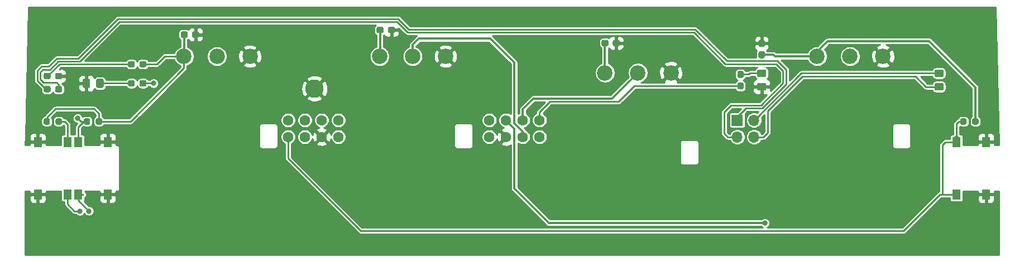
<source format=gbr>
%TF.GenerationSoftware,KiCad,Pcbnew,(5.1.12)-1*%
%TF.CreationDate,2022-02-09T09:57:39+03:00*%
%TF.ProjectId,Streamer_ADAU1701 front,53747265-616d-4657-925f-414441553137,rev?*%
%TF.SameCoordinates,Original*%
%TF.FileFunction,Copper,L1,Top*%
%TF.FilePolarity,Positive*%
%FSLAX46Y46*%
G04 Gerber Fmt 4.6, Leading zero omitted, Abs format (unit mm)*
G04 Created by KiCad (PCBNEW (5.1.12)-1) date 2022-02-09 09:57:39*
%MOMM*%
%LPD*%
G01*
G04 APERTURE LIST*
%TA.AperFunction,ComponentPad*%
%ADD10C,1.600000*%
%TD*%
%TA.AperFunction,ComponentPad*%
%ADD11C,2.800000*%
%TD*%
%TA.AperFunction,ComponentPad*%
%ADD12C,4.500000*%
%TD*%
%TA.AperFunction,ComponentPad*%
%ADD13R,1.700000X1.700000*%
%TD*%
%TA.AperFunction,ComponentPad*%
%ADD14O,1.700000X1.700000*%
%TD*%
%TA.AperFunction,ComponentPad*%
%ADD15C,2.340000*%
%TD*%
%TA.AperFunction,ComponentPad*%
%ADD16C,11.000000*%
%TD*%
%TA.AperFunction,SMDPad,CuDef*%
%ADD17R,1.300000X1.550000*%
%TD*%
%TA.AperFunction,ViaPad*%
%ADD18C,0.800000*%
%TD*%
%TA.AperFunction,Conductor*%
%ADD19C,0.250000*%
%TD*%
%TA.AperFunction,Conductor*%
%ADD20C,0.350000*%
%TD*%
%TA.AperFunction,Conductor*%
%ADD21C,0.254000*%
%TD*%
%TA.AperFunction,Conductor*%
%ADD22C,0.100000*%
%TD*%
G04 APERTURE END LIST*
D10*
%TO.P,J2,1*%
%TO.N,GPIO4_BASS*%
X133000000Y-81300000D03*
%TO.P,J2,2*%
%TO.N,VDD*%
X133000000Y-83840000D03*
%TO.P,J2,3*%
%TO.N,GPIO3_VOL*%
X135540000Y-81300000D03*
%TO.P,J2,4*%
%TO.N,GND*%
X135540000Y-83840000D03*
%TO.P,J2,5*%
%TO.N,GPIO2_BAL*%
X138080000Y-81300000D03*
%TO.P,J2,6*%
%TO.N,GPIO6_TREBLE*%
X138080000Y-83840000D03*
%TO.P,J2,7*%
%TO.N,GPIO10\u005CLED_MUTE*%
X140620000Y-81300000D03*
%TO.P,J2,8*%
%TO.N,GPIO8_SBASS*%
X140620000Y-83840000D03*
%TD*%
%TO.P,J1,1*%
%TO.N,GPIO7\u005CLED_COMP*%
X102500000Y-81300000D03*
%TO.P,J1,2*%
%TO.N,GPIO5_MUTE*%
X102500000Y-83840000D03*
%TO.P,J1,3*%
%TO.N,5V*%
X105040000Y-81300000D03*
%TO.P,J1,4*%
%TO.N,Net-(J1-Pad4)*%
X105040000Y-83840000D03*
%TO.P,J1,5*%
%TO.N,Net-(J1-Pad5)*%
X107580000Y-81300000D03*
%TO.P,J1,6*%
%TO.N,GND*%
X107580000Y-83840000D03*
%TO.P,J1,7*%
%TO.N,Net-(J1-Pad7)*%
X110120000Y-81300000D03*
%TO.P,J1,8*%
%TO.N,GPIO1_COMP*%
X110120000Y-83840000D03*
%TD*%
%TO.P,D1,2*%
%TO.N,SHD+*%
%TA.AperFunction,SMDPad,CuDef*%
G36*
G01*
X67172500Y-76837500D02*
X67172500Y-76362500D01*
G75*
G02*
X67410000Y-76125000I237500J0D01*
G01*
X67985000Y-76125000D01*
G75*
G02*
X68222500Y-76362500I0J-237500D01*
G01*
X68222500Y-76837500D01*
G75*
G02*
X67985000Y-77075000I-237500J0D01*
G01*
X67410000Y-77075000D01*
G75*
G02*
X67172500Y-76837500I0J237500D01*
G01*
G37*
%TD.AperFunction*%
%TO.P,D1,1*%
%TO.N,SHD-*%
%TA.AperFunction,SMDPad,CuDef*%
G36*
G01*
X65422500Y-76837500D02*
X65422500Y-76362500D01*
G75*
G02*
X65660000Y-76125000I237500J0D01*
G01*
X66235000Y-76125000D01*
G75*
G02*
X66472500Y-76362500I0J-237500D01*
G01*
X66472500Y-76837500D01*
G75*
G02*
X66235000Y-77075000I-237500J0D01*
G01*
X65660000Y-77075000D01*
G75*
G02*
X65422500Y-76837500I0J237500D01*
G01*
G37*
%TD.AperFunction*%
%TD*%
%TO.P,D4,2*%
%TO.N,Net-(D4-Pad2)*%
%TA.AperFunction,SMDPad,CuDef*%
G36*
G01*
X66472500Y-74362500D02*
X66472500Y-74837500D01*
G75*
G02*
X66235000Y-75075000I-237500J0D01*
G01*
X65660000Y-75075000D01*
G75*
G02*
X65422500Y-74837500I0J237500D01*
G01*
X65422500Y-74362500D01*
G75*
G02*
X65660000Y-74125000I237500J0D01*
G01*
X66235000Y-74125000D01*
G75*
G02*
X66472500Y-74362500I0J-237500D01*
G01*
G37*
%TD.AperFunction*%
%TO.P,D4,1*%
%TO.N,GND*%
%TA.AperFunction,SMDPad,CuDef*%
G36*
G01*
X68222500Y-74362500D02*
X68222500Y-74837500D01*
G75*
G02*
X67985000Y-75075000I-237500J0D01*
G01*
X67410000Y-75075000D01*
G75*
G02*
X67172500Y-74837500I0J237500D01*
G01*
X67172500Y-74362500D01*
G75*
G02*
X67410000Y-74125000I237500J0D01*
G01*
X67985000Y-74125000D01*
G75*
G02*
X68222500Y-74362500I0J-237500D01*
G01*
G37*
%TD.AperFunction*%
%TD*%
%TO.P,D2,1*%
%TO.N,GND*%
%TA.AperFunction,SMDPad,CuDef*%
G36*
G01*
X174750001Y-76800000D02*
X173849999Y-76800000D01*
G75*
G02*
X173600000Y-76550001I0J249999D01*
G01*
X173600000Y-75899999D01*
G75*
G02*
X173849999Y-75650000I249999J0D01*
G01*
X174750001Y-75650000D01*
G75*
G02*
X175000000Y-75899999I0J-249999D01*
G01*
X175000000Y-76550001D01*
G75*
G02*
X174750001Y-76800000I-249999J0D01*
G01*
G37*
%TD.AperFunction*%
%TO.P,D2,2*%
%TO.N,Net-(D2-Pad2)*%
%TA.AperFunction,SMDPad,CuDef*%
G36*
G01*
X174750001Y-74750000D02*
X173849999Y-74750000D01*
G75*
G02*
X173600000Y-74500001I0J249999D01*
G01*
X173600000Y-73849999D01*
G75*
G02*
X173849999Y-73600000I249999J0D01*
G01*
X174750001Y-73600000D01*
G75*
G02*
X175000000Y-73849999I0J-249999D01*
G01*
X175000000Y-74500001D01*
G75*
G02*
X174750001Y-74750000I-249999J0D01*
G01*
G37*
%TD.AperFunction*%
%TD*%
D11*
%TO.P,REF\u002A\u002A,1*%
%TO.N,GND*%
X106500000Y-76500000D03*
%TD*%
%TO.P,C4,1*%
%TO.N,VDD*%
%TA.AperFunction,SMDPad,CuDef*%
G36*
G01*
X86200000Y-68537500D02*
X86200000Y-68062500D01*
G75*
G02*
X86437500Y-67825000I237500J0D01*
G01*
X87037500Y-67825000D01*
G75*
G02*
X87275000Y-68062500I0J-237500D01*
G01*
X87275000Y-68537500D01*
G75*
G02*
X87037500Y-68775000I-237500J0D01*
G01*
X86437500Y-68775000D01*
G75*
G02*
X86200000Y-68537500I0J237500D01*
G01*
G37*
%TD.AperFunction*%
%TO.P,C4,2*%
%TO.N,GND*%
%TA.AperFunction,SMDPad,CuDef*%
G36*
G01*
X87925000Y-68537500D02*
X87925000Y-68062500D01*
G75*
G02*
X88162500Y-67825000I237500J0D01*
G01*
X88762500Y-67825000D01*
G75*
G02*
X89000000Y-68062500I0J-237500D01*
G01*
X89000000Y-68537500D01*
G75*
G02*
X88762500Y-68775000I-237500J0D01*
G01*
X88162500Y-68775000D01*
G75*
G02*
X87925000Y-68537500I0J237500D01*
G01*
G37*
%TD.AperFunction*%
%TD*%
D12*
%TO.P,REF\u002A\u002A,1*%
%TO.N,GND*%
X66900000Y-97400000D03*
%TD*%
%TO.P,REF\u002A\u002A,1*%
%TO.N,GND*%
X66900000Y-68500000D03*
%TD*%
%TO.P,REF\u002A\u002A,1*%
%TO.N,GND*%
X206000000Y-68500000D03*
%TD*%
%TO.P,REF\u002A\u002A,1*%
%TO.N,GND*%
X206000000Y-97400000D03*
%TD*%
%TO.P,C1,2*%
%TO.N,GND*%
%TA.AperFunction,SMDPad,CuDef*%
G36*
G01*
X174537500Y-70175000D02*
X174062500Y-70175000D01*
G75*
G02*
X173825000Y-69937500I0J237500D01*
G01*
X173825000Y-69337500D01*
G75*
G02*
X174062500Y-69100000I237500J0D01*
G01*
X174537500Y-69100000D01*
G75*
G02*
X174775000Y-69337500I0J-237500D01*
G01*
X174775000Y-69937500D01*
G75*
G02*
X174537500Y-70175000I-237500J0D01*
G01*
G37*
%TD.AperFunction*%
%TO.P,C1,1*%
%TO.N,VDD*%
%TA.AperFunction,SMDPad,CuDef*%
G36*
G01*
X174537500Y-71900000D02*
X174062500Y-71900000D01*
G75*
G02*
X173825000Y-71662500I0J237500D01*
G01*
X173825000Y-71062500D01*
G75*
G02*
X174062500Y-70825000I237500J0D01*
G01*
X174537500Y-70825000D01*
G75*
G02*
X174775000Y-71062500I0J-237500D01*
G01*
X174775000Y-71662500D01*
G75*
G02*
X174537500Y-71900000I-237500J0D01*
G01*
G37*
%TD.AperFunction*%
%TD*%
%TO.P,C2,1*%
%TO.N,VDD*%
%TA.AperFunction,SMDPad,CuDef*%
G36*
G01*
X150000000Y-69837500D02*
X150000000Y-69362500D01*
G75*
G02*
X150237500Y-69125000I237500J0D01*
G01*
X150837500Y-69125000D01*
G75*
G02*
X151075000Y-69362500I0J-237500D01*
G01*
X151075000Y-69837500D01*
G75*
G02*
X150837500Y-70075000I-237500J0D01*
G01*
X150237500Y-70075000D01*
G75*
G02*
X150000000Y-69837500I0J237500D01*
G01*
G37*
%TD.AperFunction*%
%TO.P,C2,2*%
%TO.N,GND*%
%TA.AperFunction,SMDPad,CuDef*%
G36*
G01*
X151725000Y-69837500D02*
X151725000Y-69362500D01*
G75*
G02*
X151962500Y-69125000I237500J0D01*
G01*
X152562500Y-69125000D01*
G75*
G02*
X152800000Y-69362500I0J-237500D01*
G01*
X152800000Y-69837500D01*
G75*
G02*
X152562500Y-70075000I-237500J0D01*
G01*
X151962500Y-70075000D01*
G75*
G02*
X151725000Y-69837500I0J237500D01*
G01*
G37*
%TD.AperFunction*%
%TD*%
%TO.P,C3,2*%
%TO.N,GND*%
%TA.AperFunction,SMDPad,CuDef*%
G36*
G01*
X117625000Y-67837500D02*
X117625000Y-67362500D01*
G75*
G02*
X117862500Y-67125000I237500J0D01*
G01*
X118462500Y-67125000D01*
G75*
G02*
X118700000Y-67362500I0J-237500D01*
G01*
X118700000Y-67837500D01*
G75*
G02*
X118462500Y-68075000I-237500J0D01*
G01*
X117862500Y-68075000D01*
G75*
G02*
X117625000Y-67837500I0J237500D01*
G01*
G37*
%TD.AperFunction*%
%TO.P,C3,1*%
%TO.N,VDD*%
%TA.AperFunction,SMDPad,CuDef*%
G36*
G01*
X115900000Y-67837500D02*
X115900000Y-67362500D01*
G75*
G02*
X116137500Y-67125000I237500J0D01*
G01*
X116737500Y-67125000D01*
G75*
G02*
X116975000Y-67362500I0J-237500D01*
G01*
X116975000Y-67837500D01*
G75*
G02*
X116737500Y-68075000I-237500J0D01*
G01*
X116137500Y-68075000D01*
G75*
G02*
X115900000Y-67837500I0J237500D01*
G01*
G37*
%TD.AperFunction*%
%TD*%
%TO.P,R7,1*%
%TO.N,GPIO5_MUTE*%
%TA.AperFunction,SMDPad,CuDef*%
G36*
G01*
X204400000Y-81737500D02*
X204400000Y-81262500D01*
G75*
G02*
X204637500Y-81025000I237500J0D01*
G01*
X205137500Y-81025000D01*
G75*
G02*
X205375000Y-81262500I0J-237500D01*
G01*
X205375000Y-81737500D01*
G75*
G02*
X205137500Y-81975000I-237500J0D01*
G01*
X204637500Y-81975000D01*
G75*
G02*
X204400000Y-81737500I0J237500D01*
G01*
G37*
%TD.AperFunction*%
%TO.P,R7,2*%
%TO.N,VDD*%
%TA.AperFunction,SMDPad,CuDef*%
G36*
G01*
X206225000Y-81737500D02*
X206225000Y-81262500D01*
G75*
G02*
X206462500Y-81025000I237500J0D01*
G01*
X206962500Y-81025000D01*
G75*
G02*
X207200000Y-81262500I0J-237500D01*
G01*
X207200000Y-81737500D01*
G75*
G02*
X206962500Y-81975000I-237500J0D01*
G01*
X206462500Y-81975000D01*
G75*
G02*
X206225000Y-81737500I0J237500D01*
G01*
G37*
%TD.AperFunction*%
%TD*%
%TO.P,R8,2*%
%TO.N,GPIO1_COMP*%
%TA.AperFunction,SMDPad,CuDef*%
G36*
G01*
X72475000Y-81262500D02*
X72475000Y-81737500D01*
G75*
G02*
X72237500Y-81975000I-237500J0D01*
G01*
X71737500Y-81975000D01*
G75*
G02*
X71500000Y-81737500I0J237500D01*
G01*
X71500000Y-81262500D01*
G75*
G02*
X71737500Y-81025000I237500J0D01*
G01*
X72237500Y-81025000D01*
G75*
G02*
X72475000Y-81262500I0J-237500D01*
G01*
G37*
%TD.AperFunction*%
%TO.P,R8,1*%
%TO.N,VDD*%
%TA.AperFunction,SMDPad,CuDef*%
G36*
G01*
X74300000Y-81262500D02*
X74300000Y-81737500D01*
G75*
G02*
X74062500Y-81975000I-237500J0D01*
G01*
X73562500Y-81975000D01*
G75*
G02*
X73325000Y-81737500I0J237500D01*
G01*
X73325000Y-81262500D01*
G75*
G02*
X73562500Y-81025000I237500J0D01*
G01*
X74062500Y-81025000D01*
G75*
G02*
X74300000Y-81262500I0J-237500D01*
G01*
G37*
%TD.AperFunction*%
%TD*%
%TO.P,R9,1*%
%TO.N,VDD*%
%TA.AperFunction,SMDPad,CuDef*%
G36*
G01*
X65400000Y-81737500D02*
X65400000Y-81262500D01*
G75*
G02*
X65637500Y-81025000I237500J0D01*
G01*
X66137500Y-81025000D01*
G75*
G02*
X66375000Y-81262500I0J-237500D01*
G01*
X66375000Y-81737500D01*
G75*
G02*
X66137500Y-81975000I-237500J0D01*
G01*
X65637500Y-81975000D01*
G75*
G02*
X65400000Y-81737500I0J237500D01*
G01*
G37*
%TD.AperFunction*%
%TO.P,R9,2*%
%TO.N,GPIO8_SBASS*%
%TA.AperFunction,SMDPad,CuDef*%
G36*
G01*
X67225000Y-81737500D02*
X67225000Y-81262500D01*
G75*
G02*
X67462500Y-81025000I237500J0D01*
G01*
X67962500Y-81025000D01*
G75*
G02*
X68200000Y-81262500I0J-237500D01*
G01*
X68200000Y-81737500D01*
G75*
G02*
X67962500Y-81975000I-237500J0D01*
G01*
X67462500Y-81975000D01*
G75*
G02*
X67225000Y-81737500I0J237500D01*
G01*
G37*
%TD.AperFunction*%
%TD*%
%TO.P,D3,2*%
%TO.N,Net-(D3-Pad2)*%
%TA.AperFunction,SMDPad,CuDef*%
G36*
G01*
X73372500Y-76150001D02*
X73372500Y-75249999D01*
G75*
G02*
X73622499Y-75000000I249999J0D01*
G01*
X74272501Y-75000000D01*
G75*
G02*
X74522500Y-75249999I0J-249999D01*
G01*
X74522500Y-76150001D01*
G75*
G02*
X74272501Y-76400000I-249999J0D01*
G01*
X73622499Y-76400000D01*
G75*
G02*
X73372500Y-76150001I0J249999D01*
G01*
G37*
%TD.AperFunction*%
%TO.P,D3,1*%
%TO.N,GND*%
%TA.AperFunction,SMDPad,CuDef*%
G36*
G01*
X71322500Y-76150001D02*
X71322500Y-75249999D01*
G75*
G02*
X71572499Y-75000000I249999J0D01*
G01*
X72222501Y-75000000D01*
G75*
G02*
X72472500Y-75249999I0J-249999D01*
G01*
X72472500Y-76150001D01*
G75*
G02*
X72222501Y-76400000I-249999J0D01*
G01*
X71572499Y-76400000D01*
G75*
G02*
X71322500Y-76150001I0J249999D01*
G01*
G37*
%TD.AperFunction*%
%TD*%
%TO.P,R5,1*%
%TO.N,Net-(D2-Pad2)*%
%TA.AperFunction,SMDPad,CuDef*%
G36*
G01*
X170862500Y-73822500D02*
X171337500Y-73822500D01*
G75*
G02*
X171575000Y-74060000I0J-237500D01*
G01*
X171575000Y-74635000D01*
G75*
G02*
X171337500Y-74872500I-237500J0D01*
G01*
X170862500Y-74872500D01*
G75*
G02*
X170625000Y-74635000I0J237500D01*
G01*
X170625000Y-74060000D01*
G75*
G02*
X170862500Y-73822500I237500J0D01*
G01*
G37*
%TD.AperFunction*%
%TO.P,R5,2*%
%TO.N,GPIO10\u005CLED_MUTE*%
%TA.AperFunction,SMDPad,CuDef*%
G36*
G01*
X170862500Y-75572500D02*
X171337500Y-75572500D01*
G75*
G02*
X171575000Y-75810000I0J-237500D01*
G01*
X171575000Y-76385000D01*
G75*
G02*
X171337500Y-76622500I-237500J0D01*
G01*
X170862500Y-76622500D01*
G75*
G02*
X170625000Y-76385000I0J237500D01*
G01*
X170625000Y-75810000D01*
G75*
G02*
X170862500Y-75572500I237500J0D01*
G01*
G37*
%TD.AperFunction*%
%TD*%
%TO.P,R6,2*%
%TO.N,GPIO7\u005CLED_COMP*%
%TA.AperFunction,SMDPad,CuDef*%
G36*
G01*
X79950000Y-75937500D02*
X79950000Y-75462500D01*
G75*
G02*
X80187500Y-75225000I237500J0D01*
G01*
X80762500Y-75225000D01*
G75*
G02*
X81000000Y-75462500I0J-237500D01*
G01*
X81000000Y-75937500D01*
G75*
G02*
X80762500Y-76175000I-237500J0D01*
G01*
X80187500Y-76175000D01*
G75*
G02*
X79950000Y-75937500I0J237500D01*
G01*
G37*
%TD.AperFunction*%
%TO.P,R6,1*%
%TO.N,Net-(D3-Pad2)*%
%TA.AperFunction,SMDPad,CuDef*%
G36*
G01*
X78200000Y-75937500D02*
X78200000Y-75462500D01*
G75*
G02*
X78437500Y-75225000I237500J0D01*
G01*
X79012500Y-75225000D01*
G75*
G02*
X79250000Y-75462500I0J-237500D01*
G01*
X79250000Y-75937500D01*
G75*
G02*
X79012500Y-76175000I-237500J0D01*
G01*
X78437500Y-76175000D01*
G75*
G02*
X78200000Y-75937500I0J237500D01*
G01*
G37*
%TD.AperFunction*%
%TD*%
D13*
%TO.P,J3,1*%
%TO.N,SHD-*%
X170600000Y-81300000D03*
D14*
%TO.P,J3,2*%
%TO.N,SHD+*%
X170600000Y-83840000D03*
%TO.P,J3,3*%
%TO.N,CLIP-*%
X173140000Y-81300000D03*
%TO.P,J3,4*%
%TO.N,CLIP+*%
X173140000Y-83840000D03*
%TD*%
D15*
%TO.P,R1,1*%
%TO.N,VDD*%
X182700000Y-71600000D03*
%TO.P,R1,2*%
%TO.N,GPIO3_VOL*%
X187700000Y-71600000D03*
%TO.P,R1,3*%
%TO.N,GND*%
X192700000Y-71600000D03*
D16*
X187700000Y-83700000D03*
%TD*%
%TO.P,R2,3*%
%TO.N,GND*%
X155533332Y-86200000D03*
D15*
X160533332Y-74100000D03*
%TO.P,R2,2*%
%TO.N,GPIO2_BAL*%
X155533332Y-74100000D03*
%TO.P,R2,1*%
%TO.N,VDD*%
X150533332Y-74100000D03*
%TD*%
D16*
%TO.P,R3,3*%
%TO.N,GND*%
X91700000Y-83700000D03*
D15*
X96700000Y-71600000D03*
%TO.P,R3,2*%
%TO.N,GPIO4_BASS*%
X91700000Y-71600000D03*
%TO.P,R3,1*%
%TO.N,VDD*%
X86700000Y-71600000D03*
%TD*%
%TO.P,R4,1*%
%TO.N,VDD*%
X116366666Y-71600000D03*
%TO.P,R4,2*%
%TO.N,GPIO6_TREBLE*%
X121366666Y-71600000D03*
%TO.P,R4,3*%
%TO.N,GND*%
X126366666Y-71600000D03*
D16*
X121366666Y-83700000D03*
%TD*%
%TO.P,R10,1*%
%TO.N,Net-(D4-Pad2)*%
%TA.AperFunction,SMDPad,CuDef*%
G36*
G01*
X78200000Y-73037500D02*
X78200000Y-72562500D01*
G75*
G02*
X78437500Y-72325000I237500J0D01*
G01*
X79012500Y-72325000D01*
G75*
G02*
X79250000Y-72562500I0J-237500D01*
G01*
X79250000Y-73037500D01*
G75*
G02*
X79012500Y-73275000I-237500J0D01*
G01*
X78437500Y-73275000D01*
G75*
G02*
X78200000Y-73037500I0J237500D01*
G01*
G37*
%TD.AperFunction*%
%TO.P,R10,2*%
%TO.N,VDD*%
%TA.AperFunction,SMDPad,CuDef*%
G36*
G01*
X79950000Y-73037500D02*
X79950000Y-72562500D01*
G75*
G02*
X80187500Y-72325000I237500J0D01*
G01*
X80762500Y-72325000D01*
G75*
G02*
X81000000Y-72562500I0J-237500D01*
G01*
X81000000Y-73037500D01*
G75*
G02*
X80762500Y-73275000I-237500J0D01*
G01*
X80187500Y-73275000D01*
G75*
G02*
X79950000Y-73037500I0J237500D01*
G01*
G37*
%TD.AperFunction*%
%TD*%
D17*
%TO.P,SW1,2*%
%TO.N,GPIO5_MUTE*%
X203850000Y-84620000D03*
%TO.P,SW1,1*%
%TO.N,GND*%
X208350000Y-84620000D03*
X208350000Y-92580000D03*
%TO.P,SW1,2*%
%TO.N,GPIO5_MUTE*%
X203850000Y-92580000D03*
%TD*%
%TO.P,SW2,2*%
%TO.N,GPIO1_COMP*%
X70650000Y-92580000D03*
%TO.P,SW2,1*%
%TO.N,GND*%
X75150000Y-92580000D03*
X75150000Y-84620000D03*
%TO.P,SW2,2*%
%TO.N,GPIO1_COMP*%
X70650000Y-84620000D03*
%TD*%
%TO.P,SW3,2*%
%TO.N,GPIO8_SBASS*%
X69050000Y-92580000D03*
%TO.P,SW3,1*%
%TO.N,GND*%
X64550000Y-92580000D03*
X64550000Y-84620000D03*
%TO.P,SW3,2*%
%TO.N,GPIO8_SBASS*%
X69050000Y-84620000D03*
%TD*%
%TO.P,D5,1*%
%TO.N,CLIP-*%
%TA.AperFunction,SMDPad,CuDef*%
G36*
G01*
X200749999Y-73600000D02*
X201650001Y-73600000D01*
G75*
G02*
X201900000Y-73849999I0J-249999D01*
G01*
X201900000Y-74500001D01*
G75*
G02*
X201650001Y-74750000I-249999J0D01*
G01*
X200749999Y-74750000D01*
G75*
G02*
X200500000Y-74500001I0J249999D01*
G01*
X200500000Y-73849999D01*
G75*
G02*
X200749999Y-73600000I249999J0D01*
G01*
G37*
%TD.AperFunction*%
%TO.P,D5,2*%
%TO.N,CLIP+*%
%TA.AperFunction,SMDPad,CuDef*%
G36*
G01*
X200749999Y-75650000D02*
X201650001Y-75650000D01*
G75*
G02*
X201900000Y-75899999I0J-249999D01*
G01*
X201900000Y-76550001D01*
G75*
G02*
X201650001Y-76800000I-249999J0D01*
G01*
X200749999Y-76800000D01*
G75*
G02*
X200500000Y-76550001I0J249999D01*
G01*
X200500000Y-75899999D01*
G75*
G02*
X200749999Y-75650000I249999J0D01*
G01*
G37*
%TD.AperFunction*%
%TD*%
D18*
%TO.N,GND*%
X75200000Y-84200000D03*
X208300000Y-92900000D03*
X208400000Y-84100000D03*
X75200000Y-93000000D03*
X64600000Y-93000000D03*
X64600000Y-84200000D03*
X100000000Y-69000000D03*
X107000000Y-69000000D03*
X123100000Y-65500000D03*
X158000000Y-66000000D03*
X139000000Y-66000000D03*
X126000000Y-100000000D03*
X114000000Y-100000000D03*
X126000000Y-97000000D03*
X114000000Y-97000000D03*
X172000000Y-101000000D03*
X186000000Y-101000000D03*
X158000000Y-101000000D03*
%TO.N,GPIO5_MUTE*%
X203850000Y-92900000D03*
X203850000Y-84050000D03*
%TO.N,GPIO1_COMP*%
X72300000Y-95100000D03*
X70600000Y-81000000D03*
X70650000Y-93000000D03*
X70650000Y-84200000D03*
%TO.N,GPIO3_VOL*%
X174800010Y-96899990D03*
%TO.N,GPIO8_SBASS*%
X70900000Y-95100000D03*
X69050000Y-93000000D03*
X69050000Y-84200000D03*
%TO.N,GPIO7\u005CLED_COMP*%
X82100000Y-75700000D03*
%TD*%
D19*
%TO.N,Net-(D2-Pad2)*%
X171100000Y-74347500D02*
X172352500Y-74347500D01*
X172525000Y-74175000D02*
X174300000Y-74175000D01*
X172352500Y-74347500D02*
X172525000Y-74175000D01*
%TO.N,Net-(D3-Pad2)*%
X73947500Y-75700000D02*
X78725000Y-75700000D01*
D20*
%TO.N,VDD*%
X86737500Y-71562500D02*
X86700000Y-71600000D01*
X86737500Y-68300000D02*
X86737500Y-71562500D01*
X150537500Y-74095832D02*
X150533332Y-74100000D01*
X150537500Y-69600000D02*
X150537500Y-74095832D01*
X116437500Y-71529166D02*
X116366666Y-71600000D01*
X116437500Y-67600000D02*
X116437500Y-71529166D01*
D19*
X73812500Y-81500000D02*
X78600000Y-81500000D01*
X86700000Y-73400000D02*
X86700000Y-71600000D01*
X78600000Y-81500000D02*
X86700000Y-73400000D01*
X65887500Y-81500000D02*
X65887500Y-80912500D01*
X65887500Y-80912500D02*
X67200000Y-79600000D01*
X67200000Y-79600000D02*
X73100000Y-79600000D01*
X73812500Y-80312500D02*
X73812500Y-81500000D01*
X73100000Y-79600000D02*
X73812500Y-80312500D01*
D20*
X182700000Y-71600000D02*
X176300000Y-71600000D01*
X176062500Y-71362500D02*
X174300000Y-71362500D01*
X176300000Y-71600000D02*
X176062500Y-71362500D01*
X182700000Y-71600000D02*
X182700000Y-70900000D01*
X182700000Y-70900000D02*
X184300000Y-69300000D01*
X184300000Y-69300000D02*
X199700000Y-69300000D01*
X206712500Y-76312500D02*
X206712500Y-81500000D01*
X199700000Y-69300000D02*
X206712500Y-76312500D01*
D19*
X80475000Y-72800000D02*
X82600000Y-72800000D01*
X83800000Y-71600000D02*
X86700000Y-71600000D01*
X82600000Y-72800000D02*
X83800000Y-71600000D01*
%TO.N,GPIO5_MUTE*%
X204887500Y-81500000D02*
X204200000Y-81500000D01*
X203850000Y-81850000D02*
X203850000Y-84050000D01*
X204200000Y-81500000D02*
X203850000Y-81850000D01*
X102500000Y-83840000D02*
X102500000Y-87100000D01*
X102500000Y-87100000D02*
X113500010Y-98100010D01*
X113500010Y-98100010D02*
X195813176Y-98100010D01*
X195813176Y-98100010D02*
X201333186Y-92580000D01*
X203850000Y-84620000D02*
X202180000Y-84620000D01*
X202180000Y-84620000D02*
X201700000Y-85100000D01*
X201700000Y-92500000D02*
X201780000Y-92580000D01*
X201700000Y-91800000D02*
X201700000Y-92500000D01*
X201780000Y-92580000D02*
X203850000Y-92580000D01*
X201333186Y-92580000D02*
X201780000Y-92580000D01*
X201700000Y-85100000D02*
X201700000Y-91800000D01*
X201700000Y-91800000D02*
X201700000Y-92213186D01*
X203850000Y-84050000D02*
X203850000Y-84620000D01*
%TO.N,GPIO1_COMP*%
X71987500Y-81500000D02*
X71500000Y-81500000D01*
X71500000Y-81500000D02*
X70650000Y-82350000D01*
X70650000Y-82350000D02*
X70650000Y-82950000D01*
X70650000Y-82950000D02*
X70650000Y-84250000D01*
X71100000Y-81500000D02*
X70600000Y-81000000D01*
X71987500Y-81500000D02*
X71100000Y-81500000D01*
X70650000Y-93450000D02*
X72300000Y-95100000D01*
X70650000Y-84250000D02*
X70650000Y-84620000D01*
X70650000Y-93450000D02*
X70650000Y-93000000D01*
X71070000Y-92580000D02*
X70650000Y-93000000D01*
X71450000Y-92580000D02*
X71070000Y-92580000D01*
D20*
%TO.N,GPIO3_VOL*%
X135540000Y-81300000D02*
X135540000Y-81440000D01*
X136800000Y-91699990D02*
X142000000Y-96899990D01*
X136800000Y-82600000D02*
X136800000Y-91699990D01*
X135540000Y-81340000D02*
X136800000Y-82600000D01*
X135540000Y-81300000D02*
X135540000Y-81340000D01*
X142000000Y-96899990D02*
X174800010Y-96899990D01*
X187700000Y-71700000D02*
X187700000Y-71600000D01*
%TO.N,GPIO2_BAL*%
X155533332Y-74100000D02*
X155500000Y-74100000D01*
X155500000Y-74100000D02*
X151600000Y-78000000D01*
X151600000Y-78000000D02*
X139700000Y-78000000D01*
X138080000Y-79620000D02*
X138080000Y-81300000D01*
X139700000Y-78000000D02*
X138080000Y-79620000D01*
%TO.N,GPIO6_TREBLE*%
X121366666Y-71600000D02*
X121366666Y-69858334D01*
X121366666Y-69858334D02*
X122300000Y-68925000D01*
X122300000Y-68925000D02*
X133150000Y-68925000D01*
X133150000Y-68925000D02*
X136800000Y-72575000D01*
X138080000Y-83840000D02*
X138080000Y-83805000D01*
X136800000Y-72575000D02*
X136800000Y-79600000D01*
X136800000Y-79600000D02*
X136800000Y-81759002D01*
X138080000Y-83039002D02*
X138080000Y-83840000D01*
X136800000Y-81759002D02*
X138080000Y-83039002D01*
D19*
%TO.N,GPIO10\u005CLED_MUTE*%
X140620000Y-81300000D02*
X140620000Y-80080010D01*
X140620000Y-80080010D02*
X142200000Y-78500010D01*
X142200000Y-78500010D02*
X152599990Y-78500010D01*
X155002500Y-76097500D02*
X171100000Y-76097500D01*
X152599990Y-78500010D02*
X155002500Y-76097500D01*
%TO.N,GPIO8_SBASS*%
X67712500Y-81500000D02*
X68600000Y-81500000D01*
X68600000Y-81500000D02*
X69050000Y-81950000D01*
X69050000Y-82950000D02*
X69050000Y-84150000D01*
X69050000Y-81950000D02*
X69050000Y-82950000D01*
X69050000Y-92980000D02*
X69050000Y-94050000D01*
X70100000Y-95100000D02*
X70900000Y-95100000D01*
X69050000Y-94050000D02*
X70100000Y-95100000D01*
D20*
X69050000Y-93250000D02*
X69050000Y-92580000D01*
D19*
X69050000Y-84150000D02*
X69050000Y-84620000D01*
%TO.N,GPIO7\u005CLED_COMP*%
X82100000Y-75700000D02*
X80612500Y-75700000D01*
%TO.N,SHD-*%
X171900000Y-79500000D02*
X170600000Y-80800000D01*
X178000000Y-75863590D02*
X174363590Y-79500000D01*
X178000000Y-73600000D02*
X178000000Y-75863590D01*
X169000000Y-72300000D02*
X176700000Y-72300000D01*
X170600000Y-80800000D02*
X170600000Y-81300000D01*
X65113600Y-73149990D02*
X66213600Y-73149990D01*
X76700000Y-65900000D02*
X119200000Y-65900000D01*
X174363590Y-79500000D02*
X171900000Y-79500000D01*
X176700000Y-72300000D02*
X178000000Y-73600000D01*
X64449990Y-75286400D02*
X64449990Y-73813600D01*
X64449990Y-73813600D02*
X65113600Y-73149990D01*
X65947500Y-76600000D02*
X65763590Y-76600000D01*
X66213600Y-73149990D02*
X67463610Y-71899980D01*
X70700020Y-71899980D02*
X76700000Y-65900000D01*
X164200000Y-67500000D02*
X169000000Y-72300000D01*
X119200000Y-65900000D02*
X120800000Y-67500000D01*
X65763590Y-76600000D02*
X64449990Y-75286400D01*
X67463610Y-71899980D02*
X70700020Y-71899980D01*
X120800000Y-67500000D02*
X164200000Y-67500000D01*
%TO.N,SHD+*%
X67400000Y-75600000D02*
X67697500Y-75897500D01*
X65400000Y-75600000D02*
X67400000Y-75600000D01*
X65300000Y-73600000D02*
X64900000Y-74000000D01*
X66400000Y-73600000D02*
X65300000Y-73600000D01*
X67650010Y-72349990D02*
X66400000Y-73600000D01*
X76886400Y-66350010D02*
X70886420Y-72349990D01*
X119013600Y-66350010D02*
X76886400Y-66350010D01*
X120613600Y-67950010D02*
X119013600Y-66350010D01*
X67697500Y-75897500D02*
X67697500Y-76600000D01*
X64900000Y-75100000D02*
X65400000Y-75600000D01*
X177549990Y-73786400D02*
X176513600Y-72750010D01*
X164013600Y-67950010D02*
X120613600Y-67950010D01*
X169650010Y-79049990D02*
X174177190Y-79049990D01*
X170600000Y-83840000D02*
X169140000Y-83840000D01*
X64900000Y-74000000D02*
X64900000Y-75100000D01*
X168600000Y-83300000D02*
X168600000Y-80100000D01*
X168600000Y-80100000D02*
X169650010Y-79049990D01*
X174177190Y-79049990D02*
X177549990Y-75677190D01*
X168813600Y-72750010D02*
X164013600Y-67950010D01*
X169140000Y-83840000D02*
X168600000Y-83300000D01*
X70886420Y-72349990D02*
X67650010Y-72349990D01*
X177549990Y-75677190D02*
X177549990Y-73786400D01*
X176513600Y-72750010D02*
X168813600Y-72750010D01*
%TO.N,Net-(D4-Pad2)*%
X78725000Y-72800000D02*
X68300000Y-72800000D01*
X65947500Y-74600000D02*
X66036410Y-74600000D01*
X67836410Y-72800000D02*
X68300000Y-72800000D01*
X66036410Y-74600000D02*
X67836410Y-72800000D01*
%TO.N,CLIP+*%
X174560000Y-83840000D02*
X173140000Y-83840000D01*
X199225000Y-76225000D02*
X197625010Y-74625010D01*
X175200000Y-83200000D02*
X174560000Y-83840000D01*
X201200000Y-76225000D02*
X199225000Y-76225000D01*
X197625010Y-74625010D02*
X180511400Y-74625010D01*
X180511400Y-74625010D02*
X175200000Y-79936410D01*
X175200000Y-79936410D02*
X175200000Y-83200000D01*
%TO.N,CLIP-*%
X173140000Y-81300000D02*
X173200000Y-81300000D01*
X180325000Y-74175000D02*
X201200000Y-74175000D01*
X173200000Y-81300000D02*
X180325000Y-74175000D01*
%TD*%
D21*
%TO.N,GND*%
X210259001Y-85069000D02*
X209636025Y-85069000D01*
X209635000Y-84905750D01*
X209476250Y-84747000D01*
X208477000Y-84747000D01*
X208477000Y-85069000D01*
X208223000Y-85069000D01*
X208223000Y-84747000D01*
X207223750Y-84747000D01*
X207065000Y-84905750D01*
X207063975Y-85069000D01*
X204882843Y-85069000D01*
X204882843Y-83845000D01*
X207061928Y-83845000D01*
X207065000Y-84334250D01*
X207223750Y-84493000D01*
X208223000Y-84493000D01*
X208223000Y-83368750D01*
X208477000Y-83368750D01*
X208477000Y-84493000D01*
X209476250Y-84493000D01*
X209635000Y-84334250D01*
X209638072Y-83845000D01*
X209625812Y-83720518D01*
X209589502Y-83600820D01*
X209530537Y-83490506D01*
X209451185Y-83393815D01*
X209354494Y-83314463D01*
X209244180Y-83255498D01*
X209124482Y-83219188D01*
X209000000Y-83206928D01*
X208635750Y-83210000D01*
X208477000Y-83368750D01*
X208223000Y-83368750D01*
X208064250Y-83210000D01*
X207700000Y-83206928D01*
X207575518Y-83219188D01*
X207455820Y-83255498D01*
X207345506Y-83314463D01*
X207248815Y-83393815D01*
X207169463Y-83490506D01*
X207110498Y-83600820D01*
X207074188Y-83720518D01*
X207061928Y-83845000D01*
X204882843Y-83845000D01*
X204875487Y-83770311D01*
X204853701Y-83698492D01*
X204818322Y-83632304D01*
X204770711Y-83574289D01*
X204712696Y-83526678D01*
X204646508Y-83491299D01*
X204574689Y-83469513D01*
X204500000Y-83462157D01*
X204366658Y-83462157D01*
X204356000Y-83451499D01*
X204356000Y-82287047D01*
X204400105Y-82310622D01*
X204516477Y-82345923D01*
X204637500Y-82357843D01*
X205137500Y-82357843D01*
X205258523Y-82345923D01*
X205374895Y-82310622D01*
X205482144Y-82253296D01*
X205576149Y-82176149D01*
X205653296Y-82082144D01*
X205710622Y-81974895D01*
X205745923Y-81858523D01*
X205757843Y-81737500D01*
X205757843Y-81262500D01*
X205745923Y-81141477D01*
X205710622Y-81025105D01*
X205653296Y-80917856D01*
X205576149Y-80823851D01*
X205482144Y-80746704D01*
X205374895Y-80689378D01*
X205258523Y-80654077D01*
X205137500Y-80642157D01*
X204637500Y-80642157D01*
X204516477Y-80654077D01*
X204400105Y-80689378D01*
X204292856Y-80746704D01*
X204198851Y-80823851D01*
X204121704Y-80917856D01*
X204072501Y-81009908D01*
X204005425Y-81030255D01*
X203917521Y-81077241D01*
X203840473Y-81140473D01*
X203824630Y-81159778D01*
X203509785Y-81474624D01*
X203490473Y-81490473D01*
X203427241Y-81567521D01*
X203380255Y-81655426D01*
X203351322Y-81750808D01*
X203344000Y-81825147D01*
X203344000Y-81825154D01*
X203341553Y-81850000D01*
X203344000Y-81874846D01*
X203344001Y-83451498D01*
X203333342Y-83462157D01*
X203200000Y-83462157D01*
X203125311Y-83469513D01*
X203053492Y-83491299D01*
X202987304Y-83526678D01*
X202929289Y-83574289D01*
X202881678Y-83632304D01*
X202846299Y-83698492D01*
X202824513Y-83770311D01*
X202817157Y-83845000D01*
X202817157Y-84114000D01*
X202204854Y-84114000D01*
X202180000Y-84111552D01*
X202155146Y-84114000D01*
X202080807Y-84121322D01*
X201985425Y-84150255D01*
X201897521Y-84197241D01*
X201820473Y-84260473D01*
X201804628Y-84279780D01*
X201359785Y-84724624D01*
X201340473Y-84740473D01*
X201277241Y-84817521D01*
X201230255Y-84905426D01*
X201201322Y-85000808D01*
X201194000Y-85075147D01*
X201194000Y-85075154D01*
X201191553Y-85100000D01*
X201194000Y-85124846D01*
X201194001Y-91775137D01*
X201194000Y-91775147D01*
X201194000Y-92093453D01*
X201138611Y-92110255D01*
X201050707Y-92157241D01*
X200973659Y-92220473D01*
X200957815Y-92239779D01*
X195603585Y-97594010D01*
X175165348Y-97594010D01*
X175169952Y-97592103D01*
X175297869Y-97506632D01*
X175406652Y-97397849D01*
X175492123Y-97269932D01*
X175550997Y-97127799D01*
X175581010Y-96976912D01*
X175581010Y-96823068D01*
X175550997Y-96672181D01*
X175492123Y-96530048D01*
X175406652Y-96402131D01*
X175297869Y-96293348D01*
X175169952Y-96207877D01*
X175027819Y-96149003D01*
X174876932Y-96118990D01*
X174723088Y-96118990D01*
X174572201Y-96149003D01*
X174430068Y-96207877D01*
X174302151Y-96293348D01*
X174251509Y-96343990D01*
X142230303Y-96343990D01*
X137356000Y-91469689D01*
X137356000Y-84776614D01*
X137520587Y-84886588D01*
X137735515Y-84975614D01*
X137963682Y-85021000D01*
X138196318Y-85021000D01*
X138424485Y-84975614D01*
X138639413Y-84886588D01*
X138832843Y-84757342D01*
X138997342Y-84592843D01*
X139126588Y-84399413D01*
X139215614Y-84184485D01*
X139261000Y-83956318D01*
X139261000Y-83723682D01*
X139439000Y-83723682D01*
X139439000Y-83956318D01*
X139484386Y-84184485D01*
X139573412Y-84399413D01*
X139702658Y-84592843D01*
X139867157Y-84757342D01*
X140060587Y-84886588D01*
X140275515Y-84975614D01*
X140503682Y-85021000D01*
X140736318Y-85021000D01*
X140964485Y-84975614D01*
X141179413Y-84886588D01*
X141372843Y-84757342D01*
X141430185Y-84700000D01*
X161906915Y-84700000D01*
X161909001Y-84721178D01*
X161909000Y-87678831D01*
X161906915Y-87700000D01*
X161915237Y-87784491D01*
X161939882Y-87865734D01*
X161979903Y-87940609D01*
X162033763Y-88006237D01*
X162099391Y-88060097D01*
X162174266Y-88100118D01*
X162255509Y-88124763D01*
X162340000Y-88133085D01*
X162361168Y-88131000D01*
X164318832Y-88131000D01*
X164340000Y-88133085D01*
X164361168Y-88131000D01*
X164424491Y-88124763D01*
X164505734Y-88100118D01*
X164580609Y-88060097D01*
X164646237Y-88006237D01*
X164700097Y-87940609D01*
X164740118Y-87865734D01*
X164764763Y-87784491D01*
X164773085Y-87700000D01*
X164771000Y-87678832D01*
X164771000Y-84721168D01*
X164773085Y-84700000D01*
X164764763Y-84615509D01*
X164740118Y-84534266D01*
X164700097Y-84459391D01*
X164646237Y-84393763D01*
X164580609Y-84339903D01*
X164505734Y-84299882D01*
X164424491Y-84275237D01*
X164361168Y-84269000D01*
X164340000Y-84266915D01*
X164318832Y-84269000D01*
X162361168Y-84269000D01*
X162340000Y-84266915D01*
X162318832Y-84269000D01*
X162255509Y-84275237D01*
X162174266Y-84299882D01*
X162099391Y-84339903D01*
X162033763Y-84393763D01*
X161979903Y-84459391D01*
X161939882Y-84534266D01*
X161915237Y-84615509D01*
X161906915Y-84700000D01*
X141430185Y-84700000D01*
X141537342Y-84592843D01*
X141666588Y-84399413D01*
X141755614Y-84184485D01*
X141801000Y-83956318D01*
X141801000Y-83723682D01*
X141755614Y-83495515D01*
X141666588Y-83280587D01*
X141537342Y-83087157D01*
X141372843Y-82922658D01*
X141179413Y-82793412D01*
X140964485Y-82704386D01*
X140736318Y-82659000D01*
X140503682Y-82659000D01*
X140275515Y-82704386D01*
X140060587Y-82793412D01*
X139867157Y-82922658D01*
X139702658Y-83087157D01*
X139573412Y-83280587D01*
X139484386Y-83495515D01*
X139439000Y-83723682D01*
X139261000Y-83723682D01*
X139215614Y-83495515D01*
X139126588Y-83280587D01*
X138997342Y-83087157D01*
X138832843Y-82922658D01*
X138639413Y-82793412D01*
X138562041Y-82761363D01*
X138544534Y-82728610D01*
X138511192Y-82687983D01*
X138492463Y-82665162D01*
X138492460Y-82665159D01*
X138475053Y-82643949D01*
X138453843Y-82626542D01*
X138289721Y-82462421D01*
X138424485Y-82435614D01*
X138639413Y-82346588D01*
X138832843Y-82217342D01*
X138997342Y-82052843D01*
X139126588Y-81859413D01*
X139215614Y-81644485D01*
X139261000Y-81416318D01*
X139261000Y-81183682D01*
X139215614Y-80955515D01*
X139126588Y-80740587D01*
X138997342Y-80547157D01*
X138832843Y-80382658D01*
X138639413Y-80253412D01*
X138636000Y-80251998D01*
X138636000Y-79850301D01*
X139930302Y-78556000D01*
X141428418Y-78556000D01*
X140279780Y-79704638D01*
X140260474Y-79720483D01*
X140197242Y-79797531D01*
X140186557Y-79817521D01*
X140150255Y-79885436D01*
X140121322Y-79980818D01*
X140111553Y-80080010D01*
X140114001Y-80104866D01*
X140114001Y-80231287D01*
X140060587Y-80253412D01*
X139867157Y-80382658D01*
X139702658Y-80547157D01*
X139573412Y-80740587D01*
X139484386Y-80955515D01*
X139439000Y-81183682D01*
X139439000Y-81416318D01*
X139484386Y-81644485D01*
X139573412Y-81859413D01*
X139702658Y-82052843D01*
X139867157Y-82217342D01*
X140060587Y-82346588D01*
X140275515Y-82435614D01*
X140503682Y-82481000D01*
X140736318Y-82481000D01*
X140964485Y-82435614D01*
X141179413Y-82346588D01*
X141372843Y-82217342D01*
X141537342Y-82052843D01*
X141666588Y-81859413D01*
X141755614Y-81644485D01*
X141801000Y-81416318D01*
X141801000Y-81183682D01*
X141755614Y-80955515D01*
X141666588Y-80740587D01*
X141537342Y-80547157D01*
X141372843Y-80382658D01*
X141179413Y-80253412D01*
X141167234Y-80248367D01*
X142409592Y-79006010D01*
X152575144Y-79006010D01*
X152599990Y-79008457D01*
X152624836Y-79006010D01*
X152624844Y-79006010D01*
X152699183Y-78998688D01*
X152794565Y-78969755D01*
X152882469Y-78922769D01*
X152959517Y-78859537D01*
X152975366Y-78840225D01*
X155212092Y-76603500D01*
X170283646Y-76603500D01*
X170289378Y-76622395D01*
X170346704Y-76729644D01*
X170423851Y-76823649D01*
X170517856Y-76900796D01*
X170625105Y-76958122D01*
X170741477Y-76993423D01*
X170862500Y-77005343D01*
X171337500Y-77005343D01*
X171458523Y-76993423D01*
X171574895Y-76958122D01*
X171682144Y-76900796D01*
X171776149Y-76823649D01*
X171795557Y-76800000D01*
X172961928Y-76800000D01*
X172974188Y-76924482D01*
X173010498Y-77044180D01*
X173069463Y-77154494D01*
X173148815Y-77251185D01*
X173245506Y-77330537D01*
X173355820Y-77389502D01*
X173475518Y-77425812D01*
X173600000Y-77438072D01*
X174014250Y-77435000D01*
X174173000Y-77276250D01*
X174173000Y-76352000D01*
X173123750Y-76352000D01*
X172965000Y-76510750D01*
X172961928Y-76800000D01*
X171795557Y-76800000D01*
X171853296Y-76729644D01*
X171910622Y-76622395D01*
X171945923Y-76506023D01*
X171957843Y-76385000D01*
X171957843Y-75810000D01*
X171945923Y-75688977D01*
X171910622Y-75572605D01*
X171853296Y-75465356D01*
X171776149Y-75371351D01*
X171682144Y-75294204D01*
X171574895Y-75236878D01*
X171527497Y-75222500D01*
X171574895Y-75208122D01*
X171682144Y-75150796D01*
X171776149Y-75073649D01*
X171853296Y-74979644D01*
X171910622Y-74872395D01*
X171916354Y-74853500D01*
X172327654Y-74853500D01*
X172352500Y-74855947D01*
X172377346Y-74853500D01*
X172377354Y-74853500D01*
X172451693Y-74846178D01*
X172547075Y-74817245D01*
X172634979Y-74770259D01*
X172712027Y-74707027D01*
X172727876Y-74687715D01*
X172734591Y-74681000D01*
X173246771Y-74681000D01*
X173265329Y-74742179D01*
X173323810Y-74851589D01*
X173402512Y-74947488D01*
X173493780Y-75022389D01*
X173475518Y-75024188D01*
X173355820Y-75060498D01*
X173245506Y-75119463D01*
X173148815Y-75198815D01*
X173069463Y-75295506D01*
X173010498Y-75405820D01*
X172974188Y-75525518D01*
X172961928Y-75650000D01*
X172965000Y-75939250D01*
X173123750Y-76098000D01*
X174173000Y-76098000D01*
X174173000Y-76078000D01*
X174427000Y-76078000D01*
X174427000Y-76098000D01*
X175476250Y-76098000D01*
X175635000Y-75939250D01*
X175638072Y-75650000D01*
X175625812Y-75525518D01*
X175589502Y-75405820D01*
X175530537Y-75295506D01*
X175451185Y-75198815D01*
X175354494Y-75119463D01*
X175244180Y-75060498D01*
X175124482Y-75024188D01*
X175106220Y-75022389D01*
X175197488Y-74947488D01*
X175276190Y-74851589D01*
X175334671Y-74742179D01*
X175370683Y-74623462D01*
X175382843Y-74500001D01*
X175382843Y-73849999D01*
X175370683Y-73726538D01*
X175334671Y-73607821D01*
X175276190Y-73498411D01*
X175197488Y-73402512D01*
X175101589Y-73323810D01*
X174992179Y-73265329D01*
X174961458Y-73256010D01*
X176304009Y-73256010D01*
X177043991Y-73995993D01*
X177043990Y-75467598D01*
X175630040Y-76881548D01*
X175638072Y-76800000D01*
X175635000Y-76510750D01*
X175476250Y-76352000D01*
X174427000Y-76352000D01*
X174427000Y-77276250D01*
X174585750Y-77435000D01*
X175000000Y-77438072D01*
X175081548Y-77430040D01*
X173967599Y-78543990D01*
X169674855Y-78543990D01*
X169650009Y-78541543D01*
X169625163Y-78543990D01*
X169625156Y-78543990D01*
X169560704Y-78550338D01*
X169550816Y-78551312D01*
X169535362Y-78556000D01*
X169455435Y-78580245D01*
X169367531Y-78627231D01*
X169290483Y-78690463D01*
X169274639Y-78709769D01*
X168259780Y-79724629D01*
X168240474Y-79740473D01*
X168177242Y-79817521D01*
X168166714Y-79837218D01*
X168130255Y-79905426D01*
X168101322Y-80000808D01*
X168091553Y-80100000D01*
X168094001Y-80124856D01*
X168094000Y-83275154D01*
X168091553Y-83300000D01*
X168094000Y-83324846D01*
X168094000Y-83324853D01*
X168101322Y-83399192D01*
X168130255Y-83494574D01*
X168177241Y-83582479D01*
X168240473Y-83659527D01*
X168259785Y-83675376D01*
X168764628Y-84180220D01*
X168780473Y-84199527D01*
X168857521Y-84262759D01*
X168945425Y-84309745D01*
X169018607Y-84331944D01*
X169040806Y-84338678D01*
X169050694Y-84339652D01*
X169115146Y-84346000D01*
X169115153Y-84346000D01*
X169139999Y-84348447D01*
X169164845Y-84346000D01*
X169477168Y-84346000D01*
X169509102Y-84423097D01*
X169643820Y-84624717D01*
X169815283Y-84796180D01*
X170016903Y-84930898D01*
X170240931Y-85023693D01*
X170478757Y-85071000D01*
X170721243Y-85071000D01*
X170959069Y-85023693D01*
X171183097Y-84930898D01*
X171384717Y-84796180D01*
X171556180Y-84624717D01*
X171690898Y-84423097D01*
X171783693Y-84199069D01*
X171831000Y-83961243D01*
X171831000Y-83718757D01*
X171783693Y-83480931D01*
X171690898Y-83256903D01*
X171556180Y-83055283D01*
X171384717Y-82883820D01*
X171183097Y-82749102D01*
X170959069Y-82656307D01*
X170721243Y-82609000D01*
X170478757Y-82609000D01*
X170240931Y-82656307D01*
X170016903Y-82749102D01*
X169815283Y-82883820D01*
X169643820Y-83055283D01*
X169509102Y-83256903D01*
X169477168Y-83334000D01*
X169349592Y-83334000D01*
X169106000Y-83090409D01*
X169106000Y-80309591D01*
X169859602Y-79555990D01*
X171128418Y-79555990D01*
X170617252Y-80067157D01*
X169750000Y-80067157D01*
X169675311Y-80074513D01*
X169603492Y-80096299D01*
X169537304Y-80131678D01*
X169479289Y-80179289D01*
X169431678Y-80237304D01*
X169396299Y-80303492D01*
X169374513Y-80375311D01*
X169367157Y-80450000D01*
X169367157Y-82150000D01*
X169374513Y-82224689D01*
X169396299Y-82296508D01*
X169431678Y-82362696D01*
X169479289Y-82420711D01*
X169537304Y-82468322D01*
X169603492Y-82503701D01*
X169675311Y-82525487D01*
X169750000Y-82532843D01*
X171450000Y-82532843D01*
X171524689Y-82525487D01*
X171596508Y-82503701D01*
X171662696Y-82468322D01*
X171720711Y-82420711D01*
X171768322Y-82362696D01*
X171803701Y-82296508D01*
X171825487Y-82224689D01*
X171832843Y-82150000D01*
X171832843Y-80450000D01*
X171825487Y-80375311D01*
X171805656Y-80309936D01*
X172109592Y-80006000D01*
X173778409Y-80006000D01*
X173618593Y-80165815D01*
X173499069Y-80116307D01*
X173261243Y-80069000D01*
X173018757Y-80069000D01*
X172780931Y-80116307D01*
X172556903Y-80209102D01*
X172355283Y-80343820D01*
X172183820Y-80515283D01*
X172049102Y-80716903D01*
X171956307Y-80940931D01*
X171909000Y-81178757D01*
X171909000Y-81421243D01*
X171956307Y-81659069D01*
X172049102Y-81883097D01*
X172183820Y-82084717D01*
X172355283Y-82256180D01*
X172556903Y-82390898D01*
X172780931Y-82483693D01*
X173018757Y-82531000D01*
X173261243Y-82531000D01*
X173499069Y-82483693D01*
X173723097Y-82390898D01*
X173924717Y-82256180D01*
X174096180Y-82084717D01*
X174230898Y-81883097D01*
X174323693Y-81659069D01*
X174371000Y-81421243D01*
X174371000Y-81178757D01*
X174323693Y-80940931D01*
X174309332Y-80906259D01*
X174694000Y-80521591D01*
X174694001Y-82990407D01*
X174350409Y-83334000D01*
X174262832Y-83334000D01*
X174230898Y-83256903D01*
X174096180Y-83055283D01*
X173924717Y-82883820D01*
X173723097Y-82749102D01*
X173499069Y-82656307D01*
X173261243Y-82609000D01*
X173018757Y-82609000D01*
X172780931Y-82656307D01*
X172556903Y-82749102D01*
X172355283Y-82883820D01*
X172183820Y-83055283D01*
X172049102Y-83256903D01*
X171956307Y-83480931D01*
X171909000Y-83718757D01*
X171909000Y-83961243D01*
X171956307Y-84199069D01*
X172049102Y-84423097D01*
X172183820Y-84624717D01*
X172355283Y-84796180D01*
X172556903Y-84930898D01*
X172780931Y-85023693D01*
X173018757Y-85071000D01*
X173261243Y-85071000D01*
X173499069Y-85023693D01*
X173723097Y-84930898D01*
X173924717Y-84796180D01*
X174096180Y-84624717D01*
X174230898Y-84423097D01*
X174262832Y-84346000D01*
X174535154Y-84346000D01*
X174560000Y-84348447D01*
X174584846Y-84346000D01*
X174584854Y-84346000D01*
X174659193Y-84338678D01*
X174754575Y-84309745D01*
X174842479Y-84262759D01*
X174919527Y-84199527D01*
X174935376Y-84180215D01*
X175540220Y-83575372D01*
X175559527Y-83559527D01*
X175622759Y-83482479D01*
X175669745Y-83394575D01*
X175698678Y-83299193D01*
X175706000Y-83224854D01*
X175708448Y-83200000D01*
X175706000Y-83175146D01*
X175706000Y-82200000D01*
X194066915Y-82200000D01*
X194069001Y-82221178D01*
X194069000Y-85178831D01*
X194066915Y-85200000D01*
X194075237Y-85284491D01*
X194099882Y-85365734D01*
X194139903Y-85440609D01*
X194155429Y-85459527D01*
X194193763Y-85506237D01*
X194259391Y-85560097D01*
X194334266Y-85600118D01*
X194415509Y-85624763D01*
X194500000Y-85633085D01*
X194521168Y-85631000D01*
X196478832Y-85631000D01*
X196500000Y-85633085D01*
X196521168Y-85631000D01*
X196584491Y-85624763D01*
X196665734Y-85600118D01*
X196740609Y-85560097D01*
X196806237Y-85506237D01*
X196860097Y-85440609D01*
X196900118Y-85365734D01*
X196924763Y-85284491D01*
X196933085Y-85200000D01*
X196931000Y-85178832D01*
X196931000Y-82221168D01*
X196933085Y-82200000D01*
X196924763Y-82115509D01*
X196900118Y-82034266D01*
X196860097Y-81959391D01*
X196806237Y-81893763D01*
X196740609Y-81839903D01*
X196665734Y-81799882D01*
X196584491Y-81775237D01*
X196521168Y-81769000D01*
X196500000Y-81766915D01*
X196478832Y-81769000D01*
X194521168Y-81769000D01*
X194500000Y-81766915D01*
X194478832Y-81769000D01*
X194415509Y-81775237D01*
X194334266Y-81799882D01*
X194259391Y-81839903D01*
X194193763Y-81893763D01*
X194139903Y-81959391D01*
X194099882Y-82034266D01*
X194075237Y-82115509D01*
X194066915Y-82200000D01*
X175706000Y-82200000D01*
X175706000Y-80146001D01*
X180720992Y-75131010D01*
X197415419Y-75131010D01*
X198849628Y-76565220D01*
X198865473Y-76584527D01*
X198942521Y-76647759D01*
X199030425Y-76694745D01*
X199125807Y-76723678D01*
X199225000Y-76733448D01*
X199249854Y-76731000D01*
X200146771Y-76731000D01*
X200165329Y-76792179D01*
X200223810Y-76901589D01*
X200302512Y-76997488D01*
X200398411Y-77076190D01*
X200507821Y-77134671D01*
X200626538Y-77170683D01*
X200749999Y-77182843D01*
X201650001Y-77182843D01*
X201773462Y-77170683D01*
X201892179Y-77134671D01*
X202001589Y-77076190D01*
X202097488Y-76997488D01*
X202176190Y-76901589D01*
X202234671Y-76792179D01*
X202270683Y-76673462D01*
X202282843Y-76550001D01*
X202282843Y-75899999D01*
X202270683Y-75776538D01*
X202234671Y-75657821D01*
X202176190Y-75548411D01*
X202097488Y-75452512D01*
X202001589Y-75373810D01*
X201892179Y-75315329D01*
X201773462Y-75279317D01*
X201650001Y-75267157D01*
X200749999Y-75267157D01*
X200626538Y-75279317D01*
X200507821Y-75315329D01*
X200398411Y-75373810D01*
X200302512Y-75452512D01*
X200223810Y-75548411D01*
X200165329Y-75657821D01*
X200146771Y-75719000D01*
X199434592Y-75719000D01*
X198396591Y-74681000D01*
X200146771Y-74681000D01*
X200165329Y-74742179D01*
X200223810Y-74851589D01*
X200302512Y-74947488D01*
X200398411Y-75026190D01*
X200507821Y-75084671D01*
X200626538Y-75120683D01*
X200749999Y-75132843D01*
X201650001Y-75132843D01*
X201773462Y-75120683D01*
X201892179Y-75084671D01*
X202001589Y-75026190D01*
X202097488Y-74947488D01*
X202176190Y-74851589D01*
X202234671Y-74742179D01*
X202270683Y-74623462D01*
X202282843Y-74500001D01*
X202282843Y-73849999D01*
X202270683Y-73726538D01*
X202234671Y-73607821D01*
X202176190Y-73498411D01*
X202097488Y-73402512D01*
X202001589Y-73323810D01*
X201892179Y-73265329D01*
X201773462Y-73229317D01*
X201650001Y-73217157D01*
X200749999Y-73217157D01*
X200626538Y-73229317D01*
X200507821Y-73265329D01*
X200398411Y-73323810D01*
X200302512Y-73402512D01*
X200223810Y-73498411D01*
X200165329Y-73607821D01*
X200146771Y-73669000D01*
X180349854Y-73669000D01*
X180325000Y-73666552D01*
X180300146Y-73669000D01*
X180225807Y-73676322D01*
X180130425Y-73705255D01*
X180042521Y-73752241D01*
X179965473Y-73815473D01*
X179949628Y-73834780D01*
X178506000Y-75278408D01*
X178506000Y-73624854D01*
X178508448Y-73600000D01*
X178498678Y-73500807D01*
X178469745Y-73405425D01*
X178466845Y-73400000D01*
X178422759Y-73317521D01*
X178359527Y-73240473D01*
X178340220Y-73224628D01*
X177271591Y-72156000D01*
X181251512Y-72156000D01*
X181325521Y-72334674D01*
X181495259Y-72588705D01*
X181711295Y-72804741D01*
X181965326Y-72974479D01*
X182247590Y-73091396D01*
X182547240Y-73151000D01*
X182852760Y-73151000D01*
X183152410Y-73091396D01*
X183434674Y-72974479D01*
X183688705Y-72804741D01*
X183904741Y-72588705D01*
X184074479Y-72334674D01*
X184191396Y-72052410D01*
X184251000Y-71752760D01*
X184251000Y-71447240D01*
X186149000Y-71447240D01*
X186149000Y-71752760D01*
X186208604Y-72052410D01*
X186325521Y-72334674D01*
X186495259Y-72588705D01*
X186711295Y-72804741D01*
X186965326Y-72974479D01*
X187247590Y-73091396D01*
X187547240Y-73151000D01*
X187852760Y-73151000D01*
X188152410Y-73091396D01*
X188434674Y-72974479D01*
X188611089Y-72856602D01*
X191623003Y-72856602D01*
X191739275Y-73138389D01*
X192057860Y-73296257D01*
X192401122Y-73388938D01*
X192755869Y-73412873D01*
X193108470Y-73367139D01*
X193445373Y-73253495D01*
X193660725Y-73138389D01*
X193776997Y-72856602D01*
X192700000Y-71779605D01*
X191623003Y-72856602D01*
X188611089Y-72856602D01*
X188688705Y-72804741D01*
X188904741Y-72588705D01*
X189074479Y-72334674D01*
X189191396Y-72052410D01*
X189251000Y-71752760D01*
X189251000Y-71655869D01*
X190887127Y-71655869D01*
X190932861Y-72008470D01*
X191046505Y-72345373D01*
X191161611Y-72560725D01*
X191443398Y-72676997D01*
X192520395Y-71600000D01*
X192879605Y-71600000D01*
X193956602Y-72676997D01*
X194238389Y-72560725D01*
X194396257Y-72242140D01*
X194488938Y-71898878D01*
X194512873Y-71544131D01*
X194467139Y-71191530D01*
X194353495Y-70854627D01*
X194238389Y-70639275D01*
X193956602Y-70523003D01*
X192879605Y-71600000D01*
X192520395Y-71600000D01*
X191443398Y-70523003D01*
X191161611Y-70639275D01*
X191003743Y-70957860D01*
X190911062Y-71301122D01*
X190887127Y-71655869D01*
X189251000Y-71655869D01*
X189251000Y-71447240D01*
X189191396Y-71147590D01*
X189074479Y-70865326D01*
X188904741Y-70611295D01*
X188688705Y-70395259D01*
X188434674Y-70225521D01*
X188152410Y-70108604D01*
X187852760Y-70049000D01*
X187547240Y-70049000D01*
X187247590Y-70108604D01*
X186965326Y-70225521D01*
X186711295Y-70395259D01*
X186495259Y-70611295D01*
X186325521Y-70865326D01*
X186208604Y-71147590D01*
X186149000Y-71447240D01*
X184251000Y-71447240D01*
X184191396Y-71147590D01*
X184074479Y-70865326D01*
X183904741Y-70611295D01*
X183839874Y-70546428D01*
X184530303Y-69856000D01*
X192222933Y-69856000D01*
X191954627Y-69946505D01*
X191739275Y-70061611D01*
X191623003Y-70343398D01*
X192700000Y-71420395D01*
X193776997Y-70343398D01*
X193660725Y-70061611D01*
X193342140Y-69903743D01*
X193165315Y-69856000D01*
X199469699Y-69856000D01*
X206156500Y-76542803D01*
X206156501Y-80726048D01*
X206117856Y-80746704D01*
X206023851Y-80823851D01*
X205946704Y-80917856D01*
X205889378Y-81025105D01*
X205854077Y-81141477D01*
X205842157Y-81262500D01*
X205842157Y-81737500D01*
X205854077Y-81858523D01*
X205889378Y-81974895D01*
X205946704Y-82082144D01*
X206023851Y-82176149D01*
X206117856Y-82253296D01*
X206225105Y-82310622D01*
X206341477Y-82345923D01*
X206462500Y-82357843D01*
X206962500Y-82357843D01*
X207083523Y-82345923D01*
X207199895Y-82310622D01*
X207307144Y-82253296D01*
X207401149Y-82176149D01*
X207478296Y-82082144D01*
X207535622Y-81974895D01*
X207570923Y-81858523D01*
X207582843Y-81737500D01*
X207582843Y-81262500D01*
X207570923Y-81141477D01*
X207535622Y-81025105D01*
X207478296Y-80917856D01*
X207401149Y-80823851D01*
X207307144Y-80746704D01*
X207268500Y-80726048D01*
X207268500Y-76339805D01*
X207271189Y-76312500D01*
X207268500Y-76285195D01*
X207268500Y-76285188D01*
X207260455Y-76203505D01*
X207243330Y-76147053D01*
X207228662Y-76098698D01*
X207177034Y-76002108D01*
X207124964Y-75938661D01*
X207124960Y-75938657D01*
X207107553Y-75917447D01*
X207086343Y-75900040D01*
X200112469Y-68926168D01*
X200095053Y-68904947D01*
X200010392Y-68835466D01*
X199913801Y-68783838D01*
X199808995Y-68752045D01*
X199727312Y-68744000D01*
X199727304Y-68744000D01*
X199700000Y-68741311D01*
X199672696Y-68744000D01*
X184327305Y-68744000D01*
X184300000Y-68741311D01*
X184272695Y-68744000D01*
X184272688Y-68744000D01*
X184191005Y-68752045D01*
X184086199Y-68783838D01*
X184026018Y-68816005D01*
X183989608Y-68835466D01*
X183926161Y-68887536D01*
X183926157Y-68887540D01*
X183904947Y-68904947D01*
X183887540Y-68926157D01*
X182764698Y-70049000D01*
X182547240Y-70049000D01*
X182247590Y-70108604D01*
X181965326Y-70225521D01*
X181711295Y-70395259D01*
X181495259Y-70611295D01*
X181325521Y-70865326D01*
X181251512Y-71044000D01*
X176530301Y-71044000D01*
X176474968Y-70988667D01*
X176457553Y-70967447D01*
X176372892Y-70897966D01*
X176276301Y-70846338D01*
X176171495Y-70814545D01*
X176089812Y-70806500D01*
X176089804Y-70806500D01*
X176062500Y-70803811D01*
X176035196Y-70806500D01*
X175100677Y-70806500D01*
X175065107Y-70739953D01*
X175129494Y-70705537D01*
X175226185Y-70626185D01*
X175305537Y-70529494D01*
X175364502Y-70419180D01*
X175400812Y-70299482D01*
X175413072Y-70175000D01*
X175410000Y-69923250D01*
X175251250Y-69764500D01*
X174427000Y-69764500D01*
X174427000Y-69784500D01*
X174173000Y-69784500D01*
X174173000Y-69764500D01*
X173348750Y-69764500D01*
X173190000Y-69923250D01*
X173186928Y-70175000D01*
X173199188Y-70299482D01*
X173235498Y-70419180D01*
X173294463Y-70529494D01*
X173373815Y-70626185D01*
X173470506Y-70705537D01*
X173534893Y-70739953D01*
X173489378Y-70825105D01*
X173454077Y-70941477D01*
X173442157Y-71062500D01*
X173442157Y-71662500D01*
X173454077Y-71783523D01*
X173457255Y-71794000D01*
X169209592Y-71794000D01*
X166515592Y-69100000D01*
X173186928Y-69100000D01*
X173190000Y-69351750D01*
X173348750Y-69510500D01*
X174173000Y-69510500D01*
X174173000Y-68623750D01*
X174427000Y-68623750D01*
X174427000Y-69510500D01*
X175251250Y-69510500D01*
X175410000Y-69351750D01*
X175413072Y-69100000D01*
X175400812Y-68975518D01*
X175364502Y-68855820D01*
X175305537Y-68745506D01*
X175226185Y-68648815D01*
X175129494Y-68569463D01*
X175019180Y-68510498D01*
X174899482Y-68474188D01*
X174775000Y-68461928D01*
X174585750Y-68465000D01*
X174427000Y-68623750D01*
X174173000Y-68623750D01*
X174014250Y-68465000D01*
X173825000Y-68461928D01*
X173700518Y-68474188D01*
X173580820Y-68510498D01*
X173470506Y-68569463D01*
X173373815Y-68648815D01*
X173294463Y-68745506D01*
X173235498Y-68855820D01*
X173199188Y-68975518D01*
X173186928Y-69100000D01*
X166515592Y-69100000D01*
X164575376Y-67159785D01*
X164559527Y-67140473D01*
X164482479Y-67077241D01*
X164394575Y-67030255D01*
X164299193Y-67001322D01*
X164224854Y-66994000D01*
X164224846Y-66994000D01*
X164200000Y-66991553D01*
X164175154Y-66994000D01*
X121009592Y-66994000D01*
X119575376Y-65559785D01*
X119559527Y-65540473D01*
X119482479Y-65477241D01*
X119394575Y-65430255D01*
X119299193Y-65401322D01*
X119224854Y-65394000D01*
X119224846Y-65394000D01*
X119200000Y-65391553D01*
X119175154Y-65394000D01*
X76724845Y-65394000D01*
X76699999Y-65391553D01*
X76675153Y-65394000D01*
X76675146Y-65394000D01*
X76610694Y-65400348D01*
X76600806Y-65401322D01*
X76505425Y-65430255D01*
X76417521Y-65477241D01*
X76340473Y-65540473D01*
X76324628Y-65559780D01*
X70490429Y-71393980D01*
X67488455Y-71393980D01*
X67463609Y-71391533D01*
X67438763Y-71393980D01*
X67438756Y-71393980D01*
X67374304Y-71400328D01*
X67364416Y-71401302D01*
X67315432Y-71416161D01*
X67269035Y-71430235D01*
X67181131Y-71477221D01*
X67104083Y-71540453D01*
X67088239Y-71559759D01*
X66004009Y-72643990D01*
X65138445Y-72643990D01*
X65113599Y-72641543D01*
X65088753Y-72643990D01*
X65088746Y-72643990D01*
X65024294Y-72650338D01*
X65014406Y-72651312D01*
X64992207Y-72658046D01*
X64919025Y-72680245D01*
X64831121Y-72727231D01*
X64754073Y-72790463D01*
X64738229Y-72809769D01*
X64109770Y-73438229D01*
X64090464Y-73454073D01*
X64027232Y-73531121D01*
X64020348Y-73544000D01*
X63980245Y-73619026D01*
X63951312Y-73714408D01*
X63941543Y-73813600D01*
X63943991Y-73838456D01*
X63943990Y-75261553D01*
X63941543Y-75286400D01*
X63943990Y-75311246D01*
X63943990Y-75311253D01*
X63951312Y-75385592D01*
X63980245Y-75480974D01*
X64027231Y-75568879D01*
X64090463Y-75645927D01*
X64109775Y-75661776D01*
X65039657Y-76591659D01*
X65039657Y-76837500D01*
X65051577Y-76958523D01*
X65086878Y-77074895D01*
X65144204Y-77182144D01*
X65221351Y-77276149D01*
X65315356Y-77353296D01*
X65422605Y-77410622D01*
X65538977Y-77445923D01*
X65660000Y-77457843D01*
X66235000Y-77457843D01*
X66356023Y-77445923D01*
X66472395Y-77410622D01*
X66579644Y-77353296D01*
X66673649Y-77276149D01*
X66750796Y-77182144D01*
X66808122Y-77074895D01*
X66822500Y-77027497D01*
X66836878Y-77074895D01*
X66894204Y-77182144D01*
X66971351Y-77276149D01*
X67065356Y-77353296D01*
X67172605Y-77410622D01*
X67288977Y-77445923D01*
X67410000Y-77457843D01*
X67985000Y-77457843D01*
X68106023Y-77445923D01*
X68222395Y-77410622D01*
X68329644Y-77353296D01*
X68423649Y-77276149D01*
X68500796Y-77182144D01*
X68558122Y-77074895D01*
X68593423Y-76958523D01*
X68605343Y-76837500D01*
X68605343Y-76400000D01*
X70684428Y-76400000D01*
X70696688Y-76524482D01*
X70732998Y-76644180D01*
X70791963Y-76754494D01*
X70871315Y-76851185D01*
X70968006Y-76930537D01*
X71078320Y-76989502D01*
X71198018Y-77025812D01*
X71322500Y-77038072D01*
X71611750Y-77035000D01*
X71770500Y-76876250D01*
X71770500Y-75827000D01*
X70846250Y-75827000D01*
X70687500Y-75985750D01*
X70684428Y-76400000D01*
X68605343Y-76400000D01*
X68605343Y-76362500D01*
X68593423Y-76241477D01*
X68558122Y-76125105D01*
X68500796Y-76017856D01*
X68423649Y-75923851D01*
X68329644Y-75846704D01*
X68222395Y-75789378D01*
X68190538Y-75779714D01*
X68170119Y-75712399D01*
X68222500Y-75713072D01*
X68346982Y-75700812D01*
X68466680Y-75664502D01*
X68576994Y-75605537D01*
X68673685Y-75526185D01*
X68753037Y-75429494D01*
X68812002Y-75319180D01*
X68848312Y-75199482D01*
X68860572Y-75075000D01*
X68859355Y-75000000D01*
X70684428Y-75000000D01*
X70687500Y-75414250D01*
X70846250Y-75573000D01*
X71770500Y-75573000D01*
X71770500Y-74523750D01*
X72024500Y-74523750D01*
X72024500Y-75573000D01*
X72044500Y-75573000D01*
X72044500Y-75827000D01*
X72024500Y-75827000D01*
X72024500Y-76876250D01*
X72183250Y-77035000D01*
X72472500Y-77038072D01*
X72596982Y-77025812D01*
X72716680Y-76989502D01*
X72826994Y-76930537D01*
X72923685Y-76851185D01*
X73003037Y-76754494D01*
X73062002Y-76644180D01*
X73098312Y-76524482D01*
X73100111Y-76506220D01*
X73175012Y-76597488D01*
X73270911Y-76676190D01*
X73380321Y-76734671D01*
X73499038Y-76770683D01*
X73622499Y-76782843D01*
X74272501Y-76782843D01*
X74395962Y-76770683D01*
X74514679Y-76734671D01*
X74624089Y-76676190D01*
X74719988Y-76597488D01*
X74798690Y-76501589D01*
X74857171Y-76392179D01*
X74893183Y-76273462D01*
X74899828Y-76206000D01*
X77881004Y-76206000D01*
X77921704Y-76282144D01*
X77998851Y-76376149D01*
X78092856Y-76453296D01*
X78200105Y-76510622D01*
X78316477Y-76545923D01*
X78437500Y-76557843D01*
X79012500Y-76557843D01*
X79133523Y-76545923D01*
X79249895Y-76510622D01*
X79357144Y-76453296D01*
X79451149Y-76376149D01*
X79528296Y-76282144D01*
X79585622Y-76174895D01*
X79600000Y-76127497D01*
X79614378Y-76174895D01*
X79671704Y-76282144D01*
X79748851Y-76376149D01*
X79842856Y-76453296D01*
X79950105Y-76510622D01*
X80066477Y-76545923D01*
X80187500Y-76557843D01*
X80762500Y-76557843D01*
X80883523Y-76545923D01*
X80999895Y-76510622D01*
X81107144Y-76453296D01*
X81201149Y-76376149D01*
X81278296Y-76282144D01*
X81318996Y-76206000D01*
X81501499Y-76206000D01*
X81602141Y-76306642D01*
X81730058Y-76392113D01*
X81872191Y-76450987D01*
X82023078Y-76481000D01*
X82176922Y-76481000D01*
X82327809Y-76450987D01*
X82469942Y-76392113D01*
X82597859Y-76306642D01*
X82706642Y-76197859D01*
X82792113Y-76069942D01*
X82850987Y-75927809D01*
X82881000Y-75776922D01*
X82881000Y-75623078D01*
X82850987Y-75472191D01*
X82792113Y-75330058D01*
X82706642Y-75202141D01*
X82597859Y-75093358D01*
X82469942Y-75007887D01*
X82327809Y-74949013D01*
X82176922Y-74919000D01*
X82023078Y-74919000D01*
X81872191Y-74949013D01*
X81730058Y-75007887D01*
X81602141Y-75093358D01*
X81501499Y-75194000D01*
X81318996Y-75194000D01*
X81278296Y-75117856D01*
X81201149Y-75023851D01*
X81107144Y-74946704D01*
X80999895Y-74889378D01*
X80883523Y-74854077D01*
X80762500Y-74842157D01*
X80187500Y-74842157D01*
X80066477Y-74854077D01*
X79950105Y-74889378D01*
X79842856Y-74946704D01*
X79748851Y-75023851D01*
X79671704Y-75117856D01*
X79614378Y-75225105D01*
X79600000Y-75272503D01*
X79585622Y-75225105D01*
X79528296Y-75117856D01*
X79451149Y-75023851D01*
X79357144Y-74946704D01*
X79249895Y-74889378D01*
X79133523Y-74854077D01*
X79012500Y-74842157D01*
X78437500Y-74842157D01*
X78316477Y-74854077D01*
X78200105Y-74889378D01*
X78092856Y-74946704D01*
X77998851Y-75023851D01*
X77921704Y-75117856D01*
X77881004Y-75194000D01*
X74899828Y-75194000D01*
X74893183Y-75126538D01*
X74857171Y-75007821D01*
X74798690Y-74898411D01*
X74719988Y-74802512D01*
X74624089Y-74723810D01*
X74514679Y-74665329D01*
X74395962Y-74629317D01*
X74272501Y-74617157D01*
X73622499Y-74617157D01*
X73499038Y-74629317D01*
X73380321Y-74665329D01*
X73270911Y-74723810D01*
X73175012Y-74802512D01*
X73100111Y-74893780D01*
X73098312Y-74875518D01*
X73062002Y-74755820D01*
X73003037Y-74645506D01*
X72923685Y-74548815D01*
X72826994Y-74469463D01*
X72716680Y-74410498D01*
X72596982Y-74374188D01*
X72472500Y-74361928D01*
X72183250Y-74365000D01*
X72024500Y-74523750D01*
X71770500Y-74523750D01*
X71611750Y-74365000D01*
X71322500Y-74361928D01*
X71198018Y-74374188D01*
X71078320Y-74410498D01*
X70968006Y-74469463D01*
X70871315Y-74548815D01*
X70791963Y-74645506D01*
X70732998Y-74755820D01*
X70696688Y-74875518D01*
X70684428Y-75000000D01*
X68859355Y-75000000D01*
X68857500Y-74885750D01*
X68698750Y-74727000D01*
X67824500Y-74727000D01*
X67824500Y-74747000D01*
X67570500Y-74747000D01*
X67570500Y-74727000D01*
X67550500Y-74727000D01*
X67550500Y-74473000D01*
X67570500Y-74473000D01*
X67570500Y-74453000D01*
X67824500Y-74453000D01*
X67824500Y-74473000D01*
X68698750Y-74473000D01*
X68857500Y-74314250D01*
X68860572Y-74125000D01*
X68848312Y-74000518D01*
X68812002Y-73880820D01*
X68753037Y-73770506D01*
X68673685Y-73673815D01*
X68576994Y-73594463D01*
X68466680Y-73535498D01*
X68346982Y-73499188D01*
X68222500Y-73486928D01*
X67983250Y-73490000D01*
X67824502Y-73648748D01*
X67824502Y-73527500D01*
X68046002Y-73306000D01*
X77881004Y-73306000D01*
X77921704Y-73382144D01*
X77998851Y-73476149D01*
X78092856Y-73553296D01*
X78200105Y-73610622D01*
X78316477Y-73645923D01*
X78437500Y-73657843D01*
X79012500Y-73657843D01*
X79133523Y-73645923D01*
X79249895Y-73610622D01*
X79357144Y-73553296D01*
X79451149Y-73476149D01*
X79528296Y-73382144D01*
X79585622Y-73274895D01*
X79600000Y-73227497D01*
X79614378Y-73274895D01*
X79671704Y-73382144D01*
X79748851Y-73476149D01*
X79842856Y-73553296D01*
X79950105Y-73610622D01*
X80066477Y-73645923D01*
X80187500Y-73657843D01*
X80762500Y-73657843D01*
X80883523Y-73645923D01*
X80999895Y-73610622D01*
X81107144Y-73553296D01*
X81201149Y-73476149D01*
X81278296Y-73382144D01*
X81318996Y-73306000D01*
X82575154Y-73306000D01*
X82600000Y-73308447D01*
X82624846Y-73306000D01*
X82624854Y-73306000D01*
X82699193Y-73298678D01*
X82794575Y-73269745D01*
X82882479Y-73222759D01*
X82959527Y-73159527D01*
X82975376Y-73140215D01*
X84009592Y-72106000D01*
X85230802Y-72106000D01*
X85325521Y-72334674D01*
X85495259Y-72588705D01*
X85711295Y-72804741D01*
X85965326Y-72974479D01*
X86194000Y-73069198D01*
X86194000Y-73190408D01*
X78390409Y-80994000D01*
X74618996Y-80994000D01*
X74578296Y-80917856D01*
X74501149Y-80823851D01*
X74407144Y-80746704D01*
X74318500Y-80699323D01*
X74318500Y-80337345D01*
X74320947Y-80312499D01*
X74318500Y-80287653D01*
X74318500Y-80287646D01*
X74311178Y-80213307D01*
X74309903Y-80209102D01*
X74282245Y-80117925D01*
X74271957Y-80098678D01*
X74235259Y-80030021D01*
X74172027Y-79952973D01*
X74152720Y-79937128D01*
X73475376Y-79259785D01*
X73459527Y-79240473D01*
X73382479Y-79177241D01*
X73294575Y-79130255D01*
X73199193Y-79101322D01*
X73124854Y-79094000D01*
X73124846Y-79094000D01*
X73100000Y-79091553D01*
X73075154Y-79094000D01*
X67224845Y-79094000D01*
X67199999Y-79091553D01*
X67175153Y-79094000D01*
X67175146Y-79094000D01*
X67110694Y-79100348D01*
X67100806Y-79101322D01*
X67078607Y-79108056D01*
X67005425Y-79130255D01*
X66917521Y-79177241D01*
X66840473Y-79240473D01*
X66824628Y-79259780D01*
X65547280Y-80537129D01*
X65527974Y-80552973D01*
X65464742Y-80630021D01*
X65451884Y-80654077D01*
X65439384Y-80677463D01*
X65400105Y-80689378D01*
X65292856Y-80746704D01*
X65198851Y-80823851D01*
X65121704Y-80917856D01*
X65064378Y-81025105D01*
X65029077Y-81141477D01*
X65017157Y-81262500D01*
X65017157Y-81737500D01*
X65029077Y-81858523D01*
X65064378Y-81974895D01*
X65121704Y-82082144D01*
X65198851Y-82176149D01*
X65292856Y-82253296D01*
X65400105Y-82310622D01*
X65516477Y-82345923D01*
X65637500Y-82357843D01*
X66137500Y-82357843D01*
X66258523Y-82345923D01*
X66374895Y-82310622D01*
X66482144Y-82253296D01*
X66576149Y-82176149D01*
X66653296Y-82082144D01*
X66710622Y-81974895D01*
X66745923Y-81858523D01*
X66757843Y-81737500D01*
X66757843Y-81262500D01*
X66745923Y-81141477D01*
X66710622Y-81025105D01*
X66653296Y-80917856D01*
X66628252Y-80887339D01*
X67409592Y-80106000D01*
X72890409Y-80106000D01*
X73306500Y-80522092D01*
X73306500Y-80699322D01*
X73217856Y-80746704D01*
X73123851Y-80823851D01*
X73046704Y-80917856D01*
X72989378Y-81025105D01*
X72954077Y-81141477D01*
X72942157Y-81262500D01*
X72942157Y-81737500D01*
X72954077Y-81858523D01*
X72989378Y-81974895D01*
X73046704Y-82082144D01*
X73123851Y-82176149D01*
X73217856Y-82253296D01*
X73325105Y-82310622D01*
X73441477Y-82345923D01*
X73562500Y-82357843D01*
X74062500Y-82357843D01*
X74183523Y-82345923D01*
X74299895Y-82310622D01*
X74407144Y-82253296D01*
X74472086Y-82200000D01*
X98066915Y-82200000D01*
X98069001Y-82221178D01*
X98069000Y-85178831D01*
X98066915Y-85200000D01*
X98075237Y-85284491D01*
X98099882Y-85365734D01*
X98139903Y-85440609D01*
X98155429Y-85459527D01*
X98193763Y-85506237D01*
X98259391Y-85560097D01*
X98334266Y-85600118D01*
X98415509Y-85624763D01*
X98500000Y-85633085D01*
X98521168Y-85631000D01*
X100478832Y-85631000D01*
X100500000Y-85633085D01*
X100521168Y-85631000D01*
X100584491Y-85624763D01*
X100665734Y-85600118D01*
X100740609Y-85560097D01*
X100806237Y-85506237D01*
X100860097Y-85440609D01*
X100900118Y-85365734D01*
X100924763Y-85284491D01*
X100933085Y-85200000D01*
X100931000Y-85178832D01*
X100931000Y-82221168D01*
X100933085Y-82200000D01*
X100924763Y-82115509D01*
X100900118Y-82034266D01*
X100860097Y-81959391D01*
X100806237Y-81893763D01*
X100740609Y-81839903D01*
X100665734Y-81799882D01*
X100584491Y-81775237D01*
X100521168Y-81769000D01*
X100500000Y-81766915D01*
X100478832Y-81769000D01*
X98521168Y-81769000D01*
X98500000Y-81766915D01*
X98478832Y-81769000D01*
X98415509Y-81775237D01*
X98334266Y-81799882D01*
X98259391Y-81839903D01*
X98193763Y-81893763D01*
X98139903Y-81959391D01*
X98099882Y-82034266D01*
X98075237Y-82115509D01*
X98066915Y-82200000D01*
X74472086Y-82200000D01*
X74501149Y-82176149D01*
X74578296Y-82082144D01*
X74618996Y-82006000D01*
X78575154Y-82006000D01*
X78600000Y-82008447D01*
X78624846Y-82006000D01*
X78624854Y-82006000D01*
X78699193Y-81998678D01*
X78794575Y-81969745D01*
X78882479Y-81922759D01*
X78959527Y-81859527D01*
X78975376Y-81840215D01*
X79631909Y-81183682D01*
X101319000Y-81183682D01*
X101319000Y-81416318D01*
X101364386Y-81644485D01*
X101453412Y-81859413D01*
X101582658Y-82052843D01*
X101747157Y-82217342D01*
X101940587Y-82346588D01*
X102155515Y-82435614D01*
X102383682Y-82481000D01*
X102616318Y-82481000D01*
X102844485Y-82435614D01*
X103059413Y-82346588D01*
X103252843Y-82217342D01*
X103417342Y-82052843D01*
X103546588Y-81859413D01*
X103635614Y-81644485D01*
X103681000Y-81416318D01*
X103681000Y-81183682D01*
X103859000Y-81183682D01*
X103859000Y-81416318D01*
X103904386Y-81644485D01*
X103993412Y-81859413D01*
X104122658Y-82052843D01*
X104287157Y-82217342D01*
X104480587Y-82346588D01*
X104695515Y-82435614D01*
X104923682Y-82481000D01*
X105156318Y-82481000D01*
X105384485Y-82435614D01*
X105599413Y-82346588D01*
X105792843Y-82217342D01*
X105957342Y-82052843D01*
X106086588Y-81859413D01*
X106175614Y-81644485D01*
X106221000Y-81416318D01*
X106221000Y-81183682D01*
X106399000Y-81183682D01*
X106399000Y-81416318D01*
X106444386Y-81644485D01*
X106533412Y-81859413D01*
X106662658Y-82052843D01*
X106827157Y-82217342D01*
X107020587Y-82346588D01*
X107235515Y-82435614D01*
X107249237Y-82438343D01*
X107229870Y-82441213D01*
X106963708Y-82536397D01*
X106838486Y-82603329D01*
X106766903Y-82847298D01*
X107580000Y-83660395D01*
X108393097Y-82847298D01*
X108321514Y-82603329D01*
X108066004Y-82482429D01*
X107899259Y-82440632D01*
X107924485Y-82435614D01*
X108139413Y-82346588D01*
X108332843Y-82217342D01*
X108497342Y-82052843D01*
X108626588Y-81859413D01*
X108715614Y-81644485D01*
X108761000Y-81416318D01*
X108761000Y-81183682D01*
X108939000Y-81183682D01*
X108939000Y-81416318D01*
X108984386Y-81644485D01*
X109073412Y-81859413D01*
X109202658Y-82052843D01*
X109367157Y-82217342D01*
X109560587Y-82346588D01*
X109775515Y-82435614D01*
X110003682Y-82481000D01*
X110236318Y-82481000D01*
X110464485Y-82435614D01*
X110679413Y-82346588D01*
X110872843Y-82217342D01*
X110890185Y-82200000D01*
X127666915Y-82200000D01*
X127669000Y-82221169D01*
X127669001Y-85178822D01*
X127666915Y-85200000D01*
X127675237Y-85284491D01*
X127699882Y-85365734D01*
X127739903Y-85440609D01*
X127793763Y-85506237D01*
X127859391Y-85560097D01*
X127934266Y-85600118D01*
X128015509Y-85624763D01*
X128078832Y-85631000D01*
X128100000Y-85633085D01*
X128121168Y-85631000D01*
X130078832Y-85631000D01*
X130100000Y-85633085D01*
X130121168Y-85631000D01*
X130184491Y-85624763D01*
X130265734Y-85600118D01*
X130340609Y-85560097D01*
X130406237Y-85506237D01*
X130460097Y-85440609D01*
X130500118Y-85365734D01*
X130524763Y-85284491D01*
X130533085Y-85200000D01*
X130531000Y-85178832D01*
X130531000Y-83723682D01*
X131819000Y-83723682D01*
X131819000Y-83956318D01*
X131864386Y-84184485D01*
X131953412Y-84399413D01*
X132082658Y-84592843D01*
X132247157Y-84757342D01*
X132440587Y-84886588D01*
X132655515Y-84975614D01*
X132883682Y-85021000D01*
X133116318Y-85021000D01*
X133344485Y-84975614D01*
X133559413Y-84886588D01*
X133752843Y-84757342D01*
X133917342Y-84592843D01*
X134046588Y-84399413D01*
X134135614Y-84184485D01*
X134138343Y-84170763D01*
X134141213Y-84190130D01*
X134236397Y-84456292D01*
X134303329Y-84581514D01*
X134547298Y-84653097D01*
X135360395Y-83840000D01*
X134547298Y-83026903D01*
X134303329Y-83098486D01*
X134182429Y-83353996D01*
X134140632Y-83520741D01*
X134135614Y-83495515D01*
X134046588Y-83280587D01*
X133917342Y-83087157D01*
X133752843Y-82922658D01*
X133559413Y-82793412D01*
X133344485Y-82704386D01*
X133116318Y-82659000D01*
X132883682Y-82659000D01*
X132655515Y-82704386D01*
X132440587Y-82793412D01*
X132247157Y-82922658D01*
X132082658Y-83087157D01*
X131953412Y-83280587D01*
X131864386Y-83495515D01*
X131819000Y-83723682D01*
X130531000Y-83723682D01*
X130531000Y-82221168D01*
X130533085Y-82200000D01*
X130524763Y-82115509D01*
X130500118Y-82034266D01*
X130460097Y-81959391D01*
X130406237Y-81893763D01*
X130340609Y-81839903D01*
X130265734Y-81799882D01*
X130184491Y-81775237D01*
X130121168Y-81769000D01*
X130100000Y-81766915D01*
X130078832Y-81769000D01*
X128121168Y-81769000D01*
X128100000Y-81766915D01*
X128078832Y-81769000D01*
X128015509Y-81775237D01*
X127934266Y-81799882D01*
X127859391Y-81839903D01*
X127793763Y-81893763D01*
X127739903Y-81959391D01*
X127699882Y-82034266D01*
X127675237Y-82115509D01*
X127666915Y-82200000D01*
X110890185Y-82200000D01*
X111037342Y-82052843D01*
X111166588Y-81859413D01*
X111255614Y-81644485D01*
X111301000Y-81416318D01*
X111301000Y-81183682D01*
X131819000Y-81183682D01*
X131819000Y-81416318D01*
X131864386Y-81644485D01*
X131953412Y-81859413D01*
X132082658Y-82052843D01*
X132247157Y-82217342D01*
X132440587Y-82346588D01*
X132655515Y-82435614D01*
X132883682Y-82481000D01*
X133116318Y-82481000D01*
X133344485Y-82435614D01*
X133559413Y-82346588D01*
X133752843Y-82217342D01*
X133917342Y-82052843D01*
X134046588Y-81859413D01*
X134135614Y-81644485D01*
X134181000Y-81416318D01*
X134181000Y-81183682D01*
X134135614Y-80955515D01*
X134046588Y-80740587D01*
X133917342Y-80547157D01*
X133752843Y-80382658D01*
X133559413Y-80253412D01*
X133344485Y-80164386D01*
X133116318Y-80119000D01*
X132883682Y-80119000D01*
X132655515Y-80164386D01*
X132440587Y-80253412D01*
X132247157Y-80382658D01*
X132082658Y-80547157D01*
X131953412Y-80740587D01*
X131864386Y-80955515D01*
X131819000Y-81183682D01*
X111301000Y-81183682D01*
X111255614Y-80955515D01*
X111166588Y-80740587D01*
X111037342Y-80547157D01*
X110872843Y-80382658D01*
X110679413Y-80253412D01*
X110464485Y-80164386D01*
X110236318Y-80119000D01*
X110003682Y-80119000D01*
X109775515Y-80164386D01*
X109560587Y-80253412D01*
X109367157Y-80382658D01*
X109202658Y-80547157D01*
X109073412Y-80740587D01*
X108984386Y-80955515D01*
X108939000Y-81183682D01*
X108761000Y-81183682D01*
X108715614Y-80955515D01*
X108626588Y-80740587D01*
X108497342Y-80547157D01*
X108332843Y-80382658D01*
X108139413Y-80253412D01*
X107924485Y-80164386D01*
X107696318Y-80119000D01*
X107463682Y-80119000D01*
X107235515Y-80164386D01*
X107020587Y-80253412D01*
X106827157Y-80382658D01*
X106662658Y-80547157D01*
X106533412Y-80740587D01*
X106444386Y-80955515D01*
X106399000Y-81183682D01*
X106221000Y-81183682D01*
X106175614Y-80955515D01*
X106086588Y-80740587D01*
X105957342Y-80547157D01*
X105792843Y-80382658D01*
X105599413Y-80253412D01*
X105384485Y-80164386D01*
X105156318Y-80119000D01*
X104923682Y-80119000D01*
X104695515Y-80164386D01*
X104480587Y-80253412D01*
X104287157Y-80382658D01*
X104122658Y-80547157D01*
X103993412Y-80740587D01*
X103904386Y-80955515D01*
X103859000Y-81183682D01*
X103681000Y-81183682D01*
X103635614Y-80955515D01*
X103546588Y-80740587D01*
X103417342Y-80547157D01*
X103252843Y-80382658D01*
X103059413Y-80253412D01*
X102844485Y-80164386D01*
X102616318Y-80119000D01*
X102383682Y-80119000D01*
X102155515Y-80164386D01*
X101940587Y-80253412D01*
X101747157Y-80382658D01*
X101582658Y-80547157D01*
X101453412Y-80740587D01*
X101364386Y-80955515D01*
X101319000Y-81183682D01*
X79631909Y-81183682D01*
X82895144Y-77920447D01*
X105259158Y-77920447D01*
X105403135Y-78225770D01*
X105760892Y-78406597D01*
X106147053Y-78514155D01*
X106546777Y-78544310D01*
X106944704Y-78495904D01*
X107325540Y-78370795D01*
X107596865Y-78225770D01*
X107740842Y-77920447D01*
X106500000Y-76679605D01*
X105259158Y-77920447D01*
X82895144Y-77920447D01*
X84268814Y-76546777D01*
X104455690Y-76546777D01*
X104504096Y-76944704D01*
X104629205Y-77325540D01*
X104774230Y-77596865D01*
X105079553Y-77740842D01*
X106320395Y-76500000D01*
X106679605Y-76500000D01*
X107920447Y-77740842D01*
X108225770Y-77596865D01*
X108406597Y-77239108D01*
X108514155Y-76852947D01*
X108544310Y-76453223D01*
X108495904Y-76055296D01*
X108370795Y-75674460D01*
X108225770Y-75403135D01*
X107920447Y-75259158D01*
X106679605Y-76500000D01*
X106320395Y-76500000D01*
X105079553Y-75259158D01*
X104774230Y-75403135D01*
X104593403Y-75760892D01*
X104485845Y-76147053D01*
X104455690Y-76546777D01*
X84268814Y-76546777D01*
X85736038Y-75079553D01*
X105259158Y-75079553D01*
X106500000Y-76320395D01*
X107740842Y-75079553D01*
X107596865Y-74774230D01*
X107239108Y-74593403D01*
X106852947Y-74485845D01*
X106453223Y-74455690D01*
X106055296Y-74504096D01*
X105674460Y-74629205D01*
X105403135Y-74774230D01*
X105259158Y-75079553D01*
X85736038Y-75079553D01*
X87040220Y-73775372D01*
X87059527Y-73759527D01*
X87122759Y-73682479D01*
X87169745Y-73594575D01*
X87198678Y-73499193D01*
X87206000Y-73424854D01*
X87206000Y-73424853D01*
X87208448Y-73400000D01*
X87206000Y-73375146D01*
X87206000Y-73069198D01*
X87434674Y-72974479D01*
X87688705Y-72804741D01*
X87904741Y-72588705D01*
X88074479Y-72334674D01*
X88191396Y-72052410D01*
X88251000Y-71752760D01*
X88251000Y-71447240D01*
X90149000Y-71447240D01*
X90149000Y-71752760D01*
X90208604Y-72052410D01*
X90325521Y-72334674D01*
X90495259Y-72588705D01*
X90711295Y-72804741D01*
X90965326Y-72974479D01*
X91247590Y-73091396D01*
X91547240Y-73151000D01*
X91852760Y-73151000D01*
X92152410Y-73091396D01*
X92434674Y-72974479D01*
X92611089Y-72856602D01*
X95623003Y-72856602D01*
X95739275Y-73138389D01*
X96057860Y-73296257D01*
X96401122Y-73388938D01*
X96755869Y-73412873D01*
X97108470Y-73367139D01*
X97445373Y-73253495D01*
X97660725Y-73138389D01*
X97776997Y-72856602D01*
X96700000Y-71779605D01*
X95623003Y-72856602D01*
X92611089Y-72856602D01*
X92688705Y-72804741D01*
X92904741Y-72588705D01*
X93074479Y-72334674D01*
X93191396Y-72052410D01*
X93251000Y-71752760D01*
X93251000Y-71655869D01*
X94887127Y-71655869D01*
X94932861Y-72008470D01*
X95046505Y-72345373D01*
X95161611Y-72560725D01*
X95443398Y-72676997D01*
X96520395Y-71600000D01*
X96879605Y-71600000D01*
X97956602Y-72676997D01*
X98238389Y-72560725D01*
X98396257Y-72242140D01*
X98488938Y-71898878D01*
X98512873Y-71544131D01*
X98467139Y-71191530D01*
X98353495Y-70854627D01*
X98238389Y-70639275D01*
X97956602Y-70523003D01*
X96879605Y-71600000D01*
X96520395Y-71600000D01*
X95443398Y-70523003D01*
X95161611Y-70639275D01*
X95003743Y-70957860D01*
X94911062Y-71301122D01*
X94887127Y-71655869D01*
X93251000Y-71655869D01*
X93251000Y-71447240D01*
X93191396Y-71147590D01*
X93074479Y-70865326D01*
X92904741Y-70611295D01*
X92688705Y-70395259D01*
X92611090Y-70343398D01*
X95623003Y-70343398D01*
X96700000Y-71420395D01*
X97776997Y-70343398D01*
X97660725Y-70061611D01*
X97342140Y-69903743D01*
X96998878Y-69811062D01*
X96644131Y-69787127D01*
X96291530Y-69832861D01*
X95954627Y-69946505D01*
X95739275Y-70061611D01*
X95623003Y-70343398D01*
X92611090Y-70343398D01*
X92434674Y-70225521D01*
X92152410Y-70108604D01*
X91852760Y-70049000D01*
X91547240Y-70049000D01*
X91247590Y-70108604D01*
X90965326Y-70225521D01*
X90711295Y-70395259D01*
X90495259Y-70611295D01*
X90325521Y-70865326D01*
X90208604Y-71147590D01*
X90149000Y-71447240D01*
X88251000Y-71447240D01*
X88191396Y-71147590D01*
X88074479Y-70865326D01*
X87904741Y-70611295D01*
X87688705Y-70395259D01*
X87434674Y-70225521D01*
X87293500Y-70167045D01*
X87293500Y-69100677D01*
X87360047Y-69065107D01*
X87394463Y-69129494D01*
X87473815Y-69226185D01*
X87570506Y-69305537D01*
X87680820Y-69364502D01*
X87800518Y-69400812D01*
X87925000Y-69413072D01*
X88176750Y-69410000D01*
X88335500Y-69251250D01*
X88335500Y-68427000D01*
X88589500Y-68427000D01*
X88589500Y-69251250D01*
X88748250Y-69410000D01*
X89000000Y-69413072D01*
X89124482Y-69400812D01*
X89244180Y-69364502D01*
X89354494Y-69305537D01*
X89451185Y-69226185D01*
X89530537Y-69129494D01*
X89589502Y-69019180D01*
X89625812Y-68899482D01*
X89638072Y-68775000D01*
X89635000Y-68585750D01*
X89476250Y-68427000D01*
X88589500Y-68427000D01*
X88335500Y-68427000D01*
X88315500Y-68427000D01*
X88315500Y-68173000D01*
X88335500Y-68173000D01*
X88335500Y-67348750D01*
X88589500Y-67348750D01*
X88589500Y-68173000D01*
X89476250Y-68173000D01*
X89635000Y-68014250D01*
X89638072Y-67825000D01*
X89625812Y-67700518D01*
X89589502Y-67580820D01*
X89530537Y-67470506D01*
X89451185Y-67373815D01*
X89354494Y-67294463D01*
X89244180Y-67235498D01*
X89124482Y-67199188D01*
X89000000Y-67186928D01*
X88748250Y-67190000D01*
X88589500Y-67348750D01*
X88335500Y-67348750D01*
X88176750Y-67190000D01*
X87925000Y-67186928D01*
X87800518Y-67199188D01*
X87680820Y-67235498D01*
X87570506Y-67294463D01*
X87473815Y-67373815D01*
X87394463Y-67470506D01*
X87360047Y-67534893D01*
X87274895Y-67489378D01*
X87158523Y-67454077D01*
X87037500Y-67442157D01*
X86437500Y-67442157D01*
X86316477Y-67454077D01*
X86200105Y-67489378D01*
X86092856Y-67546704D01*
X85998851Y-67623851D01*
X85921704Y-67717856D01*
X85864378Y-67825105D01*
X85829077Y-67941477D01*
X85817157Y-68062500D01*
X85817157Y-68537500D01*
X85829077Y-68658523D01*
X85864378Y-68774895D01*
X85921704Y-68882144D01*
X85998851Y-68976149D01*
X86092856Y-69053296D01*
X86181500Y-69100678D01*
X86181501Y-70135979D01*
X85965326Y-70225521D01*
X85711295Y-70395259D01*
X85495259Y-70611295D01*
X85325521Y-70865326D01*
X85230802Y-71094000D01*
X83824845Y-71094000D01*
X83799999Y-71091553D01*
X83775153Y-71094000D01*
X83775146Y-71094000D01*
X83710694Y-71100348D01*
X83700806Y-71101322D01*
X83678607Y-71108056D01*
X83605425Y-71130255D01*
X83517521Y-71177241D01*
X83440473Y-71240473D01*
X83424628Y-71259780D01*
X82390409Y-72294000D01*
X81318996Y-72294000D01*
X81278296Y-72217856D01*
X81201149Y-72123851D01*
X81107144Y-72046704D01*
X80999895Y-71989378D01*
X80883523Y-71954077D01*
X80762500Y-71942157D01*
X80187500Y-71942157D01*
X80066477Y-71954077D01*
X79950105Y-71989378D01*
X79842856Y-72046704D01*
X79748851Y-72123851D01*
X79671704Y-72217856D01*
X79614378Y-72325105D01*
X79600000Y-72372503D01*
X79585622Y-72325105D01*
X79528296Y-72217856D01*
X79451149Y-72123851D01*
X79357144Y-72046704D01*
X79249895Y-71989378D01*
X79133523Y-71954077D01*
X79012500Y-71942157D01*
X78437500Y-71942157D01*
X78316477Y-71954077D01*
X78200105Y-71989378D01*
X78092856Y-72046704D01*
X77998851Y-72123851D01*
X77921704Y-72217856D01*
X77881004Y-72294000D01*
X71658001Y-72294000D01*
X77095992Y-66856010D01*
X115781516Y-66856010D01*
X115698851Y-66923851D01*
X115621704Y-67017856D01*
X115564378Y-67125105D01*
X115529077Y-67241477D01*
X115517157Y-67362500D01*
X115517157Y-67837500D01*
X115529077Y-67958523D01*
X115564378Y-68074895D01*
X115621704Y-68182144D01*
X115698851Y-68276149D01*
X115792856Y-68353296D01*
X115881500Y-68400677D01*
X115881501Y-70122172D01*
X115631992Y-70225521D01*
X115377961Y-70395259D01*
X115161925Y-70611295D01*
X114992187Y-70865326D01*
X114875270Y-71147590D01*
X114815666Y-71447240D01*
X114815666Y-71752760D01*
X114875270Y-72052410D01*
X114992187Y-72334674D01*
X115161925Y-72588705D01*
X115377961Y-72804741D01*
X115631992Y-72974479D01*
X115914256Y-73091396D01*
X116213906Y-73151000D01*
X116519426Y-73151000D01*
X116819076Y-73091396D01*
X117101340Y-72974479D01*
X117355371Y-72804741D01*
X117571407Y-72588705D01*
X117741145Y-72334674D01*
X117858062Y-72052410D01*
X117917666Y-71752760D01*
X117917666Y-71447240D01*
X117858062Y-71147590D01*
X117741145Y-70865326D01*
X117571407Y-70611295D01*
X117355371Y-70395259D01*
X117101340Y-70225521D01*
X116993500Y-70180852D01*
X116993500Y-68400677D01*
X117060047Y-68365107D01*
X117094463Y-68429494D01*
X117173815Y-68526185D01*
X117270506Y-68605537D01*
X117380820Y-68664502D01*
X117500518Y-68700812D01*
X117625000Y-68713072D01*
X117876750Y-68710000D01*
X118035500Y-68551250D01*
X118035500Y-67727000D01*
X118289500Y-67727000D01*
X118289500Y-68551250D01*
X118448250Y-68710000D01*
X118700000Y-68713072D01*
X118824482Y-68700812D01*
X118944180Y-68664502D01*
X119054494Y-68605537D01*
X119151185Y-68526185D01*
X119230537Y-68429494D01*
X119289502Y-68319180D01*
X119325812Y-68199482D01*
X119338072Y-68075000D01*
X119335000Y-67885750D01*
X119176250Y-67727000D01*
X118289500Y-67727000D01*
X118035500Y-67727000D01*
X118015500Y-67727000D01*
X118015500Y-67473000D01*
X118035500Y-67473000D01*
X118035500Y-67453000D01*
X118289500Y-67453000D01*
X118289500Y-67473000D01*
X119176250Y-67473000D01*
X119298624Y-67350626D01*
X120238228Y-68290230D01*
X120254073Y-68309537D01*
X120331121Y-68372769D01*
X120419025Y-68419755D01*
X120514407Y-68448688D01*
X120613600Y-68458458D01*
X120638454Y-68456010D01*
X121997945Y-68456010D01*
X121989608Y-68460466D01*
X121926161Y-68512536D01*
X121926157Y-68512540D01*
X121904947Y-68529947D01*
X121887540Y-68551157D01*
X120992829Y-69445870D01*
X120971614Y-69463281D01*
X120902133Y-69547942D01*
X120850505Y-69644533D01*
X120818711Y-69749340D01*
X120807977Y-69858334D01*
X120810667Y-69885648D01*
X120810667Y-70151512D01*
X120631992Y-70225521D01*
X120377961Y-70395259D01*
X120161925Y-70611295D01*
X119992187Y-70865326D01*
X119875270Y-71147590D01*
X119815666Y-71447240D01*
X119815666Y-71752760D01*
X119875270Y-72052410D01*
X119992187Y-72334674D01*
X120161925Y-72588705D01*
X120377961Y-72804741D01*
X120631992Y-72974479D01*
X120914256Y-73091396D01*
X121213906Y-73151000D01*
X121519426Y-73151000D01*
X121819076Y-73091396D01*
X122101340Y-72974479D01*
X122277755Y-72856602D01*
X125289669Y-72856602D01*
X125405941Y-73138389D01*
X125724526Y-73296257D01*
X126067788Y-73388938D01*
X126422535Y-73412873D01*
X126775136Y-73367139D01*
X127112039Y-73253495D01*
X127327391Y-73138389D01*
X127443663Y-72856602D01*
X126366666Y-71779605D01*
X125289669Y-72856602D01*
X122277755Y-72856602D01*
X122355371Y-72804741D01*
X122571407Y-72588705D01*
X122741145Y-72334674D01*
X122858062Y-72052410D01*
X122917666Y-71752760D01*
X122917666Y-71655869D01*
X124553793Y-71655869D01*
X124599527Y-72008470D01*
X124713171Y-72345373D01*
X124828277Y-72560725D01*
X125110064Y-72676997D01*
X126187061Y-71600000D01*
X126546271Y-71600000D01*
X127623268Y-72676997D01*
X127905055Y-72560725D01*
X128062923Y-72242140D01*
X128155604Y-71898878D01*
X128179539Y-71544131D01*
X128133805Y-71191530D01*
X128020161Y-70854627D01*
X127905055Y-70639275D01*
X127623268Y-70523003D01*
X126546271Y-71600000D01*
X126187061Y-71600000D01*
X125110064Y-70523003D01*
X124828277Y-70639275D01*
X124670409Y-70957860D01*
X124577728Y-71301122D01*
X124553793Y-71655869D01*
X122917666Y-71655869D01*
X122917666Y-71447240D01*
X122858062Y-71147590D01*
X122741145Y-70865326D01*
X122571407Y-70611295D01*
X122355371Y-70395259D01*
X122277756Y-70343398D01*
X125289669Y-70343398D01*
X126366666Y-71420395D01*
X127443663Y-70343398D01*
X127327391Y-70061611D01*
X127008806Y-69903743D01*
X126665544Y-69811062D01*
X126310797Y-69787127D01*
X125958196Y-69832861D01*
X125621293Y-69946505D01*
X125405941Y-70061611D01*
X125289669Y-70343398D01*
X122277756Y-70343398D01*
X122101340Y-70225521D01*
X121922666Y-70151512D01*
X121922666Y-70088635D01*
X122530303Y-69481000D01*
X132919699Y-69481000D01*
X136244000Y-72805303D01*
X136244001Y-79572679D01*
X136244000Y-79572689D01*
X136244000Y-80350022D01*
X136099413Y-80253412D01*
X135884485Y-80164386D01*
X135656318Y-80119000D01*
X135423682Y-80119000D01*
X135195515Y-80164386D01*
X134980587Y-80253412D01*
X134787157Y-80382658D01*
X134622658Y-80547157D01*
X134493412Y-80740587D01*
X134404386Y-80955515D01*
X134359000Y-81183682D01*
X134359000Y-81416318D01*
X134404386Y-81644485D01*
X134493412Y-81859413D01*
X134622658Y-82052843D01*
X134787157Y-82217342D01*
X134980587Y-82346588D01*
X135195515Y-82435614D01*
X135209237Y-82438343D01*
X135189870Y-82441213D01*
X134923708Y-82536397D01*
X134798486Y-82603329D01*
X134726903Y-82847298D01*
X135540000Y-83660395D01*
X135554143Y-83646253D01*
X135733748Y-83825858D01*
X135719605Y-83840000D01*
X135733748Y-83854143D01*
X135554143Y-84033748D01*
X135540000Y-84019605D01*
X134726903Y-84832702D01*
X134798486Y-85076671D01*
X135053996Y-85197571D01*
X135328184Y-85266300D01*
X135610512Y-85280217D01*
X135890130Y-85238787D01*
X136156292Y-85143603D01*
X136244000Y-85096722D01*
X136244001Y-91672676D01*
X136241311Y-91699990D01*
X136252045Y-91808984D01*
X136269261Y-91865734D01*
X136283839Y-91913791D01*
X136335467Y-92010382D01*
X136404948Y-92095043D01*
X136426163Y-92112454D01*
X141587540Y-97273833D01*
X141604947Y-97295043D01*
X141626157Y-97312450D01*
X141626161Y-97312454D01*
X141689608Y-97364524D01*
X141786198Y-97416152D01*
X141891005Y-97447945D01*
X141972688Y-97455990D01*
X141972695Y-97455990D01*
X142000000Y-97458679D01*
X142027305Y-97455990D01*
X174251509Y-97455990D01*
X174302151Y-97506632D01*
X174430068Y-97592103D01*
X174434672Y-97594010D01*
X113709602Y-97594010D01*
X103006000Y-86890409D01*
X103006000Y-84908712D01*
X103059413Y-84886588D01*
X103252843Y-84757342D01*
X103417342Y-84592843D01*
X103546588Y-84399413D01*
X103635614Y-84184485D01*
X103681000Y-83956318D01*
X103681000Y-83723682D01*
X103859000Y-83723682D01*
X103859000Y-83956318D01*
X103904386Y-84184485D01*
X103993412Y-84399413D01*
X104122658Y-84592843D01*
X104287157Y-84757342D01*
X104480587Y-84886588D01*
X104695515Y-84975614D01*
X104923682Y-85021000D01*
X105156318Y-85021000D01*
X105384485Y-84975614D01*
X105599413Y-84886588D01*
X105680058Y-84832702D01*
X106766903Y-84832702D01*
X106838486Y-85076671D01*
X107093996Y-85197571D01*
X107368184Y-85266300D01*
X107650512Y-85280217D01*
X107930130Y-85238787D01*
X108196292Y-85143603D01*
X108321514Y-85076671D01*
X108393097Y-84832702D01*
X107580000Y-84019605D01*
X106766903Y-84832702D01*
X105680058Y-84832702D01*
X105792843Y-84757342D01*
X105957342Y-84592843D01*
X106086588Y-84399413D01*
X106175614Y-84184485D01*
X106178343Y-84170763D01*
X106181213Y-84190130D01*
X106276397Y-84456292D01*
X106343329Y-84581514D01*
X106587298Y-84653097D01*
X107400395Y-83840000D01*
X107759605Y-83840000D01*
X108572702Y-84653097D01*
X108816671Y-84581514D01*
X108937571Y-84326004D01*
X108979368Y-84159259D01*
X108984386Y-84184485D01*
X109073412Y-84399413D01*
X109202658Y-84592843D01*
X109367157Y-84757342D01*
X109560587Y-84886588D01*
X109775515Y-84975614D01*
X110003682Y-85021000D01*
X110236318Y-85021000D01*
X110464485Y-84975614D01*
X110679413Y-84886588D01*
X110872843Y-84757342D01*
X111037342Y-84592843D01*
X111166588Y-84399413D01*
X111255614Y-84184485D01*
X111301000Y-83956318D01*
X111301000Y-83723682D01*
X111255614Y-83495515D01*
X111166588Y-83280587D01*
X111037342Y-83087157D01*
X110872843Y-82922658D01*
X110679413Y-82793412D01*
X110464485Y-82704386D01*
X110236318Y-82659000D01*
X110003682Y-82659000D01*
X109775515Y-82704386D01*
X109560587Y-82793412D01*
X109367157Y-82922658D01*
X109202658Y-83087157D01*
X109073412Y-83280587D01*
X108984386Y-83495515D01*
X108981657Y-83509237D01*
X108978787Y-83489870D01*
X108883603Y-83223708D01*
X108816671Y-83098486D01*
X108572702Y-83026903D01*
X107759605Y-83840000D01*
X107400395Y-83840000D01*
X106587298Y-83026903D01*
X106343329Y-83098486D01*
X106222429Y-83353996D01*
X106180632Y-83520741D01*
X106175614Y-83495515D01*
X106086588Y-83280587D01*
X105957342Y-83087157D01*
X105792843Y-82922658D01*
X105599413Y-82793412D01*
X105384485Y-82704386D01*
X105156318Y-82659000D01*
X104923682Y-82659000D01*
X104695515Y-82704386D01*
X104480587Y-82793412D01*
X104287157Y-82922658D01*
X104122658Y-83087157D01*
X103993412Y-83280587D01*
X103904386Y-83495515D01*
X103859000Y-83723682D01*
X103681000Y-83723682D01*
X103635614Y-83495515D01*
X103546588Y-83280587D01*
X103417342Y-83087157D01*
X103252843Y-82922658D01*
X103059413Y-82793412D01*
X102844485Y-82704386D01*
X102616318Y-82659000D01*
X102383682Y-82659000D01*
X102155515Y-82704386D01*
X101940587Y-82793412D01*
X101747157Y-82922658D01*
X101582658Y-83087157D01*
X101453412Y-83280587D01*
X101364386Y-83495515D01*
X101319000Y-83723682D01*
X101319000Y-83956318D01*
X101364386Y-84184485D01*
X101453412Y-84399413D01*
X101582658Y-84592843D01*
X101747157Y-84757342D01*
X101940587Y-84886588D01*
X101994000Y-84908713D01*
X101994001Y-87075144D01*
X101991553Y-87100000D01*
X102001322Y-87199192D01*
X102030255Y-87294574D01*
X102052127Y-87335492D01*
X102077242Y-87382479D01*
X102140474Y-87459527D01*
X102159781Y-87475372D01*
X113124638Y-98440230D01*
X113140483Y-98459537D01*
X113217531Y-98522769D01*
X113305435Y-98569755D01*
X113378617Y-98591954D01*
X113400816Y-98598688D01*
X113410704Y-98599662D01*
X113475156Y-98606010D01*
X113475163Y-98606010D01*
X113500009Y-98608457D01*
X113524855Y-98606010D01*
X195788330Y-98606010D01*
X195813176Y-98608457D01*
X195838022Y-98606010D01*
X195838030Y-98606010D01*
X195912369Y-98598688D01*
X196007751Y-98569755D01*
X196095655Y-98522769D01*
X196172703Y-98459537D01*
X196188552Y-98440225D01*
X201542778Y-93086000D01*
X201755153Y-93086000D01*
X201779999Y-93088447D01*
X201804845Y-93086000D01*
X202817157Y-93086000D01*
X202817157Y-93355000D01*
X202824513Y-93429689D01*
X202846299Y-93501508D01*
X202881678Y-93567696D01*
X202929289Y-93625711D01*
X202987304Y-93673322D01*
X203053492Y-93708701D01*
X203125311Y-93730487D01*
X203200000Y-93737843D01*
X204500000Y-93737843D01*
X204574689Y-93730487D01*
X204646508Y-93708701D01*
X204712696Y-93673322D01*
X204770711Y-93625711D01*
X204818322Y-93567696D01*
X204853701Y-93501508D01*
X204875487Y-93429689D01*
X204882843Y-93355000D01*
X207061928Y-93355000D01*
X207074188Y-93479482D01*
X207110498Y-93599180D01*
X207169463Y-93709494D01*
X207248815Y-93806185D01*
X207345506Y-93885537D01*
X207455820Y-93944502D01*
X207575518Y-93980812D01*
X207700000Y-93993072D01*
X208064250Y-93990000D01*
X208223000Y-93831250D01*
X208223000Y-92707000D01*
X208477000Y-92707000D01*
X208477000Y-93831250D01*
X208635750Y-93990000D01*
X209000000Y-93993072D01*
X209124482Y-93980812D01*
X209244180Y-93944502D01*
X209354494Y-93885537D01*
X209451185Y-93806185D01*
X209530537Y-93709494D01*
X209589502Y-93599180D01*
X209625812Y-93479482D01*
X209638072Y-93355000D01*
X209635000Y-92865750D01*
X209476250Y-92707000D01*
X208477000Y-92707000D01*
X208223000Y-92707000D01*
X207223750Y-92707000D01*
X207065000Y-92865750D01*
X207061928Y-93355000D01*
X204882843Y-93355000D01*
X204882843Y-92131000D01*
X207063975Y-92131000D01*
X207065000Y-92294250D01*
X207223750Y-92453000D01*
X208223000Y-92453000D01*
X208223000Y-92131000D01*
X208477000Y-92131000D01*
X208477000Y-92453000D01*
X209476250Y-92453000D01*
X209635000Y-92294250D01*
X209636025Y-92131000D01*
X210269000Y-92131000D01*
X210269001Y-101769000D01*
X62631000Y-101769000D01*
X62631000Y-93355000D01*
X63261928Y-93355000D01*
X63274188Y-93479482D01*
X63310498Y-93599180D01*
X63369463Y-93709494D01*
X63448815Y-93806185D01*
X63545506Y-93885537D01*
X63655820Y-93944502D01*
X63775518Y-93980812D01*
X63900000Y-93993072D01*
X64264250Y-93990000D01*
X64423000Y-93831250D01*
X64423000Y-92707000D01*
X64677000Y-92707000D01*
X64677000Y-93831250D01*
X64835750Y-93990000D01*
X65200000Y-93993072D01*
X65324482Y-93980812D01*
X65444180Y-93944502D01*
X65554494Y-93885537D01*
X65651185Y-93806185D01*
X65730537Y-93709494D01*
X65789502Y-93599180D01*
X65825812Y-93479482D01*
X65838072Y-93355000D01*
X65835000Y-92865750D01*
X65676250Y-92707000D01*
X64677000Y-92707000D01*
X64423000Y-92707000D01*
X63423750Y-92707000D01*
X63265000Y-92865750D01*
X63261928Y-93355000D01*
X62631000Y-93355000D01*
X62631000Y-92131000D01*
X63263975Y-92131000D01*
X63265000Y-92294250D01*
X63423750Y-92453000D01*
X64423000Y-92453000D01*
X64423000Y-92131000D01*
X64677000Y-92131000D01*
X64677000Y-92453000D01*
X65676250Y-92453000D01*
X65835000Y-92294250D01*
X65836025Y-92131000D01*
X68017157Y-92131000D01*
X68017157Y-93355000D01*
X68024513Y-93429689D01*
X68046299Y-93501508D01*
X68081678Y-93567696D01*
X68129289Y-93625711D01*
X68187304Y-93673322D01*
X68253492Y-93708701D01*
X68325311Y-93730487D01*
X68400000Y-93737843D01*
X68544001Y-93737843D01*
X68544001Y-94025144D01*
X68541553Y-94050000D01*
X68551322Y-94149192D01*
X68580255Y-94244574D01*
X68580256Y-94244575D01*
X68627242Y-94332479D01*
X68690474Y-94409527D01*
X68709780Y-94425371D01*
X69724628Y-95440220D01*
X69740473Y-95459527D01*
X69817521Y-95522759D01*
X69905423Y-95569744D01*
X69905425Y-95569745D01*
X70000806Y-95598678D01*
X70010694Y-95599652D01*
X70075146Y-95606000D01*
X70075153Y-95606000D01*
X70099999Y-95608447D01*
X70124845Y-95606000D01*
X70301499Y-95606000D01*
X70402141Y-95706642D01*
X70530058Y-95792113D01*
X70672191Y-95850987D01*
X70823078Y-95881000D01*
X70976922Y-95881000D01*
X71127809Y-95850987D01*
X71269942Y-95792113D01*
X71397859Y-95706642D01*
X71506642Y-95597859D01*
X71592113Y-95469942D01*
X71600000Y-95450901D01*
X71607887Y-95469942D01*
X71693358Y-95597859D01*
X71802141Y-95706642D01*
X71930058Y-95792113D01*
X72072191Y-95850987D01*
X72223078Y-95881000D01*
X72376922Y-95881000D01*
X72527809Y-95850987D01*
X72669942Y-95792113D01*
X72797859Y-95706642D01*
X72906642Y-95597859D01*
X72992113Y-95469942D01*
X73050987Y-95327809D01*
X73081000Y-95176922D01*
X73081000Y-95023078D01*
X73050987Y-94872191D01*
X72992113Y-94730058D01*
X72906642Y-94602141D01*
X72797859Y-94493358D01*
X72669942Y-94407887D01*
X72527809Y-94349013D01*
X72376922Y-94319000D01*
X72234592Y-94319000D01*
X71554558Y-93638967D01*
X71570711Y-93625711D01*
X71618322Y-93567696D01*
X71653701Y-93501508D01*
X71675487Y-93429689D01*
X71682843Y-93355000D01*
X73861928Y-93355000D01*
X73874188Y-93479482D01*
X73910498Y-93599180D01*
X73969463Y-93709494D01*
X74048815Y-93806185D01*
X74145506Y-93885537D01*
X74255820Y-93944502D01*
X74375518Y-93980812D01*
X74500000Y-93993072D01*
X74864250Y-93990000D01*
X75023000Y-93831250D01*
X75023000Y-92707000D01*
X75277000Y-92707000D01*
X75277000Y-93831250D01*
X75435750Y-93990000D01*
X75800000Y-93993072D01*
X75924482Y-93980812D01*
X76044180Y-93944502D01*
X76154494Y-93885537D01*
X76251185Y-93806185D01*
X76330537Y-93709494D01*
X76389502Y-93599180D01*
X76425812Y-93479482D01*
X76438072Y-93355000D01*
X76435000Y-92865750D01*
X76276250Y-92707000D01*
X75277000Y-92707000D01*
X75023000Y-92707000D01*
X74023750Y-92707000D01*
X73865000Y-92865750D01*
X73861928Y-93355000D01*
X71682843Y-93355000D01*
X71682843Y-93029290D01*
X71732479Y-93002759D01*
X71809527Y-92939527D01*
X71872759Y-92862479D01*
X71919745Y-92774575D01*
X71948678Y-92679193D01*
X71958448Y-92580000D01*
X71948678Y-92480807D01*
X71919745Y-92385425D01*
X71872759Y-92297521D01*
X71809527Y-92220473D01*
X71732479Y-92157241D01*
X71683386Y-92131000D01*
X73863975Y-92131000D01*
X73865000Y-92294250D01*
X74023750Y-92453000D01*
X75023000Y-92453000D01*
X75023000Y-92131000D01*
X75277000Y-92131000D01*
X75277000Y-92453000D01*
X76276250Y-92453000D01*
X76435000Y-92294250D01*
X76436025Y-92131000D01*
X76478832Y-92131000D01*
X76500000Y-92133085D01*
X76521168Y-92131000D01*
X76584491Y-92124763D01*
X76665734Y-92100118D01*
X76740609Y-92060097D01*
X76806237Y-92006237D01*
X76860097Y-91940609D01*
X76900118Y-91865734D01*
X76924763Y-91784491D01*
X76933085Y-91700000D01*
X76931000Y-91678832D01*
X76931000Y-85521168D01*
X76933085Y-85500000D01*
X76924763Y-85415509D01*
X76900118Y-85334266D01*
X76860097Y-85259391D01*
X76806237Y-85193763D01*
X76740609Y-85139903D01*
X76665734Y-85099882D01*
X76584491Y-85075237D01*
X76521168Y-85069000D01*
X76500000Y-85066915D01*
X76478832Y-85069000D01*
X76436025Y-85069000D01*
X76435000Y-84905750D01*
X76276250Y-84747000D01*
X75277000Y-84747000D01*
X75277000Y-85069000D01*
X75023000Y-85069000D01*
X75023000Y-84747000D01*
X74023750Y-84747000D01*
X73865000Y-84905750D01*
X73863975Y-85069000D01*
X71682843Y-85069000D01*
X71682843Y-83845000D01*
X73861928Y-83845000D01*
X73865000Y-84334250D01*
X74023750Y-84493000D01*
X75023000Y-84493000D01*
X75023000Y-83368750D01*
X75277000Y-83368750D01*
X75277000Y-84493000D01*
X76276250Y-84493000D01*
X76435000Y-84334250D01*
X76438072Y-83845000D01*
X76425812Y-83720518D01*
X76389502Y-83600820D01*
X76330537Y-83490506D01*
X76251185Y-83393815D01*
X76154494Y-83314463D01*
X76044180Y-83255498D01*
X75924482Y-83219188D01*
X75800000Y-83206928D01*
X75435750Y-83210000D01*
X75277000Y-83368750D01*
X75023000Y-83368750D01*
X74864250Y-83210000D01*
X74500000Y-83206928D01*
X74375518Y-83219188D01*
X74255820Y-83255498D01*
X74145506Y-83314463D01*
X74048815Y-83393815D01*
X73969463Y-83490506D01*
X73910498Y-83600820D01*
X73874188Y-83720518D01*
X73861928Y-83845000D01*
X71682843Y-83845000D01*
X71675487Y-83770311D01*
X71653701Y-83698492D01*
X71618322Y-83632304D01*
X71570711Y-83574289D01*
X71512696Y-83526678D01*
X71446508Y-83491299D01*
X71374689Y-83469513D01*
X71300000Y-83462157D01*
X71156000Y-83462157D01*
X71156000Y-82559591D01*
X71438108Y-82277484D01*
X71500105Y-82310622D01*
X71616477Y-82345923D01*
X71737500Y-82357843D01*
X72237500Y-82357843D01*
X72358523Y-82345923D01*
X72474895Y-82310622D01*
X72582144Y-82253296D01*
X72676149Y-82176149D01*
X72753296Y-82082144D01*
X72810622Y-81974895D01*
X72845923Y-81858523D01*
X72857843Y-81737500D01*
X72857843Y-81262500D01*
X72845923Y-81141477D01*
X72810622Y-81025105D01*
X72753296Y-80917856D01*
X72676149Y-80823851D01*
X72582144Y-80746704D01*
X72474895Y-80689378D01*
X72358523Y-80654077D01*
X72237500Y-80642157D01*
X71737500Y-80642157D01*
X71616477Y-80654077D01*
X71500105Y-80689378D01*
X71392856Y-80746704D01*
X71352504Y-80779819D01*
X71350987Y-80772191D01*
X71292113Y-80630058D01*
X71206642Y-80502141D01*
X71097859Y-80393358D01*
X70969942Y-80307887D01*
X70827809Y-80249013D01*
X70676922Y-80219000D01*
X70523078Y-80219000D01*
X70372191Y-80249013D01*
X70230058Y-80307887D01*
X70102141Y-80393358D01*
X69993358Y-80502141D01*
X69907887Y-80630058D01*
X69849013Y-80772191D01*
X69819000Y-80923078D01*
X69819000Y-81076922D01*
X69849013Y-81227809D01*
X69907887Y-81369942D01*
X69993358Y-81497859D01*
X70102141Y-81606642D01*
X70230058Y-81692113D01*
X70372191Y-81750987D01*
X70506672Y-81777737D01*
X70309785Y-81974624D01*
X70290473Y-81990473D01*
X70227241Y-82067521D01*
X70180255Y-82155426D01*
X70151322Y-82250808D01*
X70144000Y-82325147D01*
X70144000Y-82325154D01*
X70141553Y-82350000D01*
X70144000Y-82374847D01*
X70144001Y-82925138D01*
X70144000Y-82925147D01*
X70144000Y-83462157D01*
X70000000Y-83462157D01*
X69925311Y-83469513D01*
X69853492Y-83491299D01*
X69850000Y-83493166D01*
X69846508Y-83491299D01*
X69774689Y-83469513D01*
X69700000Y-83462157D01*
X69556000Y-83462157D01*
X69556000Y-81974845D01*
X69558447Y-81949999D01*
X69556000Y-81925153D01*
X69556000Y-81925146D01*
X69548678Y-81850807D01*
X69548434Y-81850000D01*
X69519745Y-81755425D01*
X69508856Y-81735053D01*
X69472759Y-81667521D01*
X69409527Y-81590473D01*
X69390220Y-81574628D01*
X68975376Y-81159785D01*
X68959527Y-81140473D01*
X68882479Y-81077241D01*
X68794575Y-81030255D01*
X68699193Y-81001322D01*
X68624854Y-80994000D01*
X68624846Y-80994000D01*
X68600000Y-80991553D01*
X68575154Y-80994000D01*
X68518996Y-80994000D01*
X68478296Y-80917856D01*
X68401149Y-80823851D01*
X68307144Y-80746704D01*
X68199895Y-80689378D01*
X68083523Y-80654077D01*
X67962500Y-80642157D01*
X67462500Y-80642157D01*
X67341477Y-80654077D01*
X67225105Y-80689378D01*
X67117856Y-80746704D01*
X67023851Y-80823851D01*
X66946704Y-80917856D01*
X66889378Y-81025105D01*
X66854077Y-81141477D01*
X66842157Y-81262500D01*
X66842157Y-81737500D01*
X66854077Y-81858523D01*
X66889378Y-81974895D01*
X66946704Y-82082144D01*
X67023851Y-82176149D01*
X67117856Y-82253296D01*
X67225105Y-82310622D01*
X67341477Y-82345923D01*
X67462500Y-82357843D01*
X67962500Y-82357843D01*
X68083523Y-82345923D01*
X68199895Y-82310622D01*
X68307144Y-82253296D01*
X68401149Y-82176149D01*
X68473003Y-82088594D01*
X68544000Y-82159592D01*
X68544001Y-82925137D01*
X68544000Y-82925147D01*
X68544000Y-83462157D01*
X68400000Y-83462157D01*
X68325311Y-83469513D01*
X68253492Y-83491299D01*
X68187304Y-83526678D01*
X68129289Y-83574289D01*
X68081678Y-83632304D01*
X68046299Y-83698492D01*
X68024513Y-83770311D01*
X68017157Y-83845000D01*
X68017157Y-85069000D01*
X65836025Y-85069000D01*
X65835000Y-84905750D01*
X65676250Y-84747000D01*
X64677000Y-84747000D01*
X64677000Y-85069000D01*
X64423000Y-85069000D01*
X64423000Y-84747000D01*
X63423750Y-84747000D01*
X63265000Y-84905750D01*
X63263975Y-85069000D01*
X62640998Y-85069000D01*
X62669071Y-83845000D01*
X63261928Y-83845000D01*
X63265000Y-84334250D01*
X63423750Y-84493000D01*
X64423000Y-84493000D01*
X64423000Y-83368750D01*
X64677000Y-83368750D01*
X64677000Y-84493000D01*
X65676250Y-84493000D01*
X65835000Y-84334250D01*
X65838072Y-83845000D01*
X65825812Y-83720518D01*
X65789502Y-83600820D01*
X65730537Y-83490506D01*
X65651185Y-83393815D01*
X65554494Y-83314463D01*
X65444180Y-83255498D01*
X65324482Y-83219188D01*
X65200000Y-83206928D01*
X64835750Y-83210000D01*
X64677000Y-83368750D01*
X64423000Y-83368750D01*
X64264250Y-83210000D01*
X63900000Y-83206928D01*
X63775518Y-83219188D01*
X63655820Y-83255498D01*
X63545506Y-83314463D01*
X63448815Y-83393815D01*
X63369463Y-83490506D01*
X63310498Y-83600820D01*
X63274188Y-83720518D01*
X63261928Y-83845000D01*
X62669071Y-83845000D01*
X63121228Y-64131000D01*
X209778772Y-64131000D01*
X210259001Y-85069000D01*
%TA.AperFunction,Conductor*%
D22*
G36*
X210259001Y-85069000D02*
G01*
X209636025Y-85069000D01*
X209635000Y-84905750D01*
X209476250Y-84747000D01*
X208477000Y-84747000D01*
X208477000Y-85069000D01*
X208223000Y-85069000D01*
X208223000Y-84747000D01*
X207223750Y-84747000D01*
X207065000Y-84905750D01*
X207063975Y-85069000D01*
X204882843Y-85069000D01*
X204882843Y-83845000D01*
X207061928Y-83845000D01*
X207065000Y-84334250D01*
X207223750Y-84493000D01*
X208223000Y-84493000D01*
X208223000Y-83368750D01*
X208477000Y-83368750D01*
X208477000Y-84493000D01*
X209476250Y-84493000D01*
X209635000Y-84334250D01*
X209638072Y-83845000D01*
X209625812Y-83720518D01*
X209589502Y-83600820D01*
X209530537Y-83490506D01*
X209451185Y-83393815D01*
X209354494Y-83314463D01*
X209244180Y-83255498D01*
X209124482Y-83219188D01*
X209000000Y-83206928D01*
X208635750Y-83210000D01*
X208477000Y-83368750D01*
X208223000Y-83368750D01*
X208064250Y-83210000D01*
X207700000Y-83206928D01*
X207575518Y-83219188D01*
X207455820Y-83255498D01*
X207345506Y-83314463D01*
X207248815Y-83393815D01*
X207169463Y-83490506D01*
X207110498Y-83600820D01*
X207074188Y-83720518D01*
X207061928Y-83845000D01*
X204882843Y-83845000D01*
X204875487Y-83770311D01*
X204853701Y-83698492D01*
X204818322Y-83632304D01*
X204770711Y-83574289D01*
X204712696Y-83526678D01*
X204646508Y-83491299D01*
X204574689Y-83469513D01*
X204500000Y-83462157D01*
X204366658Y-83462157D01*
X204356000Y-83451499D01*
X204356000Y-82287047D01*
X204400105Y-82310622D01*
X204516477Y-82345923D01*
X204637500Y-82357843D01*
X205137500Y-82357843D01*
X205258523Y-82345923D01*
X205374895Y-82310622D01*
X205482144Y-82253296D01*
X205576149Y-82176149D01*
X205653296Y-82082144D01*
X205710622Y-81974895D01*
X205745923Y-81858523D01*
X205757843Y-81737500D01*
X205757843Y-81262500D01*
X205745923Y-81141477D01*
X205710622Y-81025105D01*
X205653296Y-80917856D01*
X205576149Y-80823851D01*
X205482144Y-80746704D01*
X205374895Y-80689378D01*
X205258523Y-80654077D01*
X205137500Y-80642157D01*
X204637500Y-80642157D01*
X204516477Y-80654077D01*
X204400105Y-80689378D01*
X204292856Y-80746704D01*
X204198851Y-80823851D01*
X204121704Y-80917856D01*
X204072501Y-81009908D01*
X204005425Y-81030255D01*
X203917521Y-81077241D01*
X203840473Y-81140473D01*
X203824630Y-81159778D01*
X203509785Y-81474624D01*
X203490473Y-81490473D01*
X203427241Y-81567521D01*
X203380255Y-81655426D01*
X203351322Y-81750808D01*
X203344000Y-81825147D01*
X203344000Y-81825154D01*
X203341553Y-81850000D01*
X203344000Y-81874846D01*
X203344001Y-83451498D01*
X203333342Y-83462157D01*
X203200000Y-83462157D01*
X203125311Y-83469513D01*
X203053492Y-83491299D01*
X202987304Y-83526678D01*
X202929289Y-83574289D01*
X202881678Y-83632304D01*
X202846299Y-83698492D01*
X202824513Y-83770311D01*
X202817157Y-83845000D01*
X202817157Y-84114000D01*
X202204854Y-84114000D01*
X202180000Y-84111552D01*
X202155146Y-84114000D01*
X202080807Y-84121322D01*
X201985425Y-84150255D01*
X201897521Y-84197241D01*
X201820473Y-84260473D01*
X201804628Y-84279780D01*
X201359785Y-84724624D01*
X201340473Y-84740473D01*
X201277241Y-84817521D01*
X201230255Y-84905426D01*
X201201322Y-85000808D01*
X201194000Y-85075147D01*
X201194000Y-85075154D01*
X201191553Y-85100000D01*
X201194000Y-85124846D01*
X201194001Y-91775137D01*
X201194000Y-91775147D01*
X201194000Y-92093453D01*
X201138611Y-92110255D01*
X201050707Y-92157241D01*
X200973659Y-92220473D01*
X200957815Y-92239779D01*
X195603585Y-97594010D01*
X175165348Y-97594010D01*
X175169952Y-97592103D01*
X175297869Y-97506632D01*
X175406652Y-97397849D01*
X175492123Y-97269932D01*
X175550997Y-97127799D01*
X175581010Y-96976912D01*
X175581010Y-96823068D01*
X175550997Y-96672181D01*
X175492123Y-96530048D01*
X175406652Y-96402131D01*
X175297869Y-96293348D01*
X175169952Y-96207877D01*
X175027819Y-96149003D01*
X174876932Y-96118990D01*
X174723088Y-96118990D01*
X174572201Y-96149003D01*
X174430068Y-96207877D01*
X174302151Y-96293348D01*
X174251509Y-96343990D01*
X142230303Y-96343990D01*
X137356000Y-91469689D01*
X137356000Y-84776614D01*
X137520587Y-84886588D01*
X137735515Y-84975614D01*
X137963682Y-85021000D01*
X138196318Y-85021000D01*
X138424485Y-84975614D01*
X138639413Y-84886588D01*
X138832843Y-84757342D01*
X138997342Y-84592843D01*
X139126588Y-84399413D01*
X139215614Y-84184485D01*
X139261000Y-83956318D01*
X139261000Y-83723682D01*
X139439000Y-83723682D01*
X139439000Y-83956318D01*
X139484386Y-84184485D01*
X139573412Y-84399413D01*
X139702658Y-84592843D01*
X139867157Y-84757342D01*
X140060587Y-84886588D01*
X140275515Y-84975614D01*
X140503682Y-85021000D01*
X140736318Y-85021000D01*
X140964485Y-84975614D01*
X141179413Y-84886588D01*
X141372843Y-84757342D01*
X141430185Y-84700000D01*
X161906915Y-84700000D01*
X161909001Y-84721178D01*
X161909000Y-87678831D01*
X161906915Y-87700000D01*
X161915237Y-87784491D01*
X161939882Y-87865734D01*
X161979903Y-87940609D01*
X162033763Y-88006237D01*
X162099391Y-88060097D01*
X162174266Y-88100118D01*
X162255509Y-88124763D01*
X162340000Y-88133085D01*
X162361168Y-88131000D01*
X164318832Y-88131000D01*
X164340000Y-88133085D01*
X164361168Y-88131000D01*
X164424491Y-88124763D01*
X164505734Y-88100118D01*
X164580609Y-88060097D01*
X164646237Y-88006237D01*
X164700097Y-87940609D01*
X164740118Y-87865734D01*
X164764763Y-87784491D01*
X164773085Y-87700000D01*
X164771000Y-87678832D01*
X164771000Y-84721168D01*
X164773085Y-84700000D01*
X164764763Y-84615509D01*
X164740118Y-84534266D01*
X164700097Y-84459391D01*
X164646237Y-84393763D01*
X164580609Y-84339903D01*
X164505734Y-84299882D01*
X164424491Y-84275237D01*
X164361168Y-84269000D01*
X164340000Y-84266915D01*
X164318832Y-84269000D01*
X162361168Y-84269000D01*
X162340000Y-84266915D01*
X162318832Y-84269000D01*
X162255509Y-84275237D01*
X162174266Y-84299882D01*
X162099391Y-84339903D01*
X162033763Y-84393763D01*
X161979903Y-84459391D01*
X161939882Y-84534266D01*
X161915237Y-84615509D01*
X161906915Y-84700000D01*
X141430185Y-84700000D01*
X141537342Y-84592843D01*
X141666588Y-84399413D01*
X141755614Y-84184485D01*
X141801000Y-83956318D01*
X141801000Y-83723682D01*
X141755614Y-83495515D01*
X141666588Y-83280587D01*
X141537342Y-83087157D01*
X141372843Y-82922658D01*
X141179413Y-82793412D01*
X140964485Y-82704386D01*
X140736318Y-82659000D01*
X140503682Y-82659000D01*
X140275515Y-82704386D01*
X140060587Y-82793412D01*
X139867157Y-82922658D01*
X139702658Y-83087157D01*
X139573412Y-83280587D01*
X139484386Y-83495515D01*
X139439000Y-83723682D01*
X139261000Y-83723682D01*
X139215614Y-83495515D01*
X139126588Y-83280587D01*
X138997342Y-83087157D01*
X138832843Y-82922658D01*
X138639413Y-82793412D01*
X138562041Y-82761363D01*
X138544534Y-82728610D01*
X138511192Y-82687983D01*
X138492463Y-82665162D01*
X138492460Y-82665159D01*
X138475053Y-82643949D01*
X138453843Y-82626542D01*
X138289721Y-82462421D01*
X138424485Y-82435614D01*
X138639413Y-82346588D01*
X138832843Y-82217342D01*
X138997342Y-82052843D01*
X139126588Y-81859413D01*
X139215614Y-81644485D01*
X139261000Y-81416318D01*
X139261000Y-81183682D01*
X139215614Y-80955515D01*
X139126588Y-80740587D01*
X138997342Y-80547157D01*
X138832843Y-80382658D01*
X138639413Y-80253412D01*
X138636000Y-80251998D01*
X138636000Y-79850301D01*
X139930302Y-78556000D01*
X141428418Y-78556000D01*
X140279780Y-79704638D01*
X140260474Y-79720483D01*
X140197242Y-79797531D01*
X140186557Y-79817521D01*
X140150255Y-79885436D01*
X140121322Y-79980818D01*
X140111553Y-80080010D01*
X140114001Y-80104866D01*
X140114001Y-80231287D01*
X140060587Y-80253412D01*
X139867157Y-80382658D01*
X139702658Y-80547157D01*
X139573412Y-80740587D01*
X139484386Y-80955515D01*
X139439000Y-81183682D01*
X139439000Y-81416318D01*
X139484386Y-81644485D01*
X139573412Y-81859413D01*
X139702658Y-82052843D01*
X139867157Y-82217342D01*
X140060587Y-82346588D01*
X140275515Y-82435614D01*
X140503682Y-82481000D01*
X140736318Y-82481000D01*
X140964485Y-82435614D01*
X141179413Y-82346588D01*
X141372843Y-82217342D01*
X141537342Y-82052843D01*
X141666588Y-81859413D01*
X141755614Y-81644485D01*
X141801000Y-81416318D01*
X141801000Y-81183682D01*
X141755614Y-80955515D01*
X141666588Y-80740587D01*
X141537342Y-80547157D01*
X141372843Y-80382658D01*
X141179413Y-80253412D01*
X141167234Y-80248367D01*
X142409592Y-79006010D01*
X152575144Y-79006010D01*
X152599990Y-79008457D01*
X152624836Y-79006010D01*
X152624844Y-79006010D01*
X152699183Y-78998688D01*
X152794565Y-78969755D01*
X152882469Y-78922769D01*
X152959517Y-78859537D01*
X152975366Y-78840225D01*
X155212092Y-76603500D01*
X170283646Y-76603500D01*
X170289378Y-76622395D01*
X170346704Y-76729644D01*
X170423851Y-76823649D01*
X170517856Y-76900796D01*
X170625105Y-76958122D01*
X170741477Y-76993423D01*
X170862500Y-77005343D01*
X171337500Y-77005343D01*
X171458523Y-76993423D01*
X171574895Y-76958122D01*
X171682144Y-76900796D01*
X171776149Y-76823649D01*
X171795557Y-76800000D01*
X172961928Y-76800000D01*
X172974188Y-76924482D01*
X173010498Y-77044180D01*
X173069463Y-77154494D01*
X173148815Y-77251185D01*
X173245506Y-77330537D01*
X173355820Y-77389502D01*
X173475518Y-77425812D01*
X173600000Y-77438072D01*
X174014250Y-77435000D01*
X174173000Y-77276250D01*
X174173000Y-76352000D01*
X173123750Y-76352000D01*
X172965000Y-76510750D01*
X172961928Y-76800000D01*
X171795557Y-76800000D01*
X171853296Y-76729644D01*
X171910622Y-76622395D01*
X171945923Y-76506023D01*
X171957843Y-76385000D01*
X171957843Y-75810000D01*
X171945923Y-75688977D01*
X171910622Y-75572605D01*
X171853296Y-75465356D01*
X171776149Y-75371351D01*
X171682144Y-75294204D01*
X171574895Y-75236878D01*
X171527497Y-75222500D01*
X171574895Y-75208122D01*
X171682144Y-75150796D01*
X171776149Y-75073649D01*
X171853296Y-74979644D01*
X171910622Y-74872395D01*
X171916354Y-74853500D01*
X172327654Y-74853500D01*
X172352500Y-74855947D01*
X172377346Y-74853500D01*
X172377354Y-74853500D01*
X172451693Y-74846178D01*
X172547075Y-74817245D01*
X172634979Y-74770259D01*
X172712027Y-74707027D01*
X172727876Y-74687715D01*
X172734591Y-74681000D01*
X173246771Y-74681000D01*
X173265329Y-74742179D01*
X173323810Y-74851589D01*
X173402512Y-74947488D01*
X173493780Y-75022389D01*
X173475518Y-75024188D01*
X173355820Y-75060498D01*
X173245506Y-75119463D01*
X173148815Y-75198815D01*
X173069463Y-75295506D01*
X173010498Y-75405820D01*
X172974188Y-75525518D01*
X172961928Y-75650000D01*
X172965000Y-75939250D01*
X173123750Y-76098000D01*
X174173000Y-76098000D01*
X174173000Y-76078000D01*
X174427000Y-76078000D01*
X174427000Y-76098000D01*
X175476250Y-76098000D01*
X175635000Y-75939250D01*
X175638072Y-75650000D01*
X175625812Y-75525518D01*
X175589502Y-75405820D01*
X175530537Y-75295506D01*
X175451185Y-75198815D01*
X175354494Y-75119463D01*
X175244180Y-75060498D01*
X175124482Y-75024188D01*
X175106220Y-75022389D01*
X175197488Y-74947488D01*
X175276190Y-74851589D01*
X175334671Y-74742179D01*
X175370683Y-74623462D01*
X175382843Y-74500001D01*
X175382843Y-73849999D01*
X175370683Y-73726538D01*
X175334671Y-73607821D01*
X175276190Y-73498411D01*
X175197488Y-73402512D01*
X175101589Y-73323810D01*
X174992179Y-73265329D01*
X174961458Y-73256010D01*
X176304009Y-73256010D01*
X177043991Y-73995993D01*
X177043990Y-75467598D01*
X175630040Y-76881548D01*
X175638072Y-76800000D01*
X175635000Y-76510750D01*
X175476250Y-76352000D01*
X174427000Y-76352000D01*
X174427000Y-77276250D01*
X174585750Y-77435000D01*
X175000000Y-77438072D01*
X175081548Y-77430040D01*
X173967599Y-78543990D01*
X169674855Y-78543990D01*
X169650009Y-78541543D01*
X169625163Y-78543990D01*
X169625156Y-78543990D01*
X169560704Y-78550338D01*
X169550816Y-78551312D01*
X169535362Y-78556000D01*
X169455435Y-78580245D01*
X169367531Y-78627231D01*
X169290483Y-78690463D01*
X169274639Y-78709769D01*
X168259780Y-79724629D01*
X168240474Y-79740473D01*
X168177242Y-79817521D01*
X168166714Y-79837218D01*
X168130255Y-79905426D01*
X168101322Y-80000808D01*
X168091553Y-80100000D01*
X168094001Y-80124856D01*
X168094000Y-83275154D01*
X168091553Y-83300000D01*
X168094000Y-83324846D01*
X168094000Y-83324853D01*
X168101322Y-83399192D01*
X168130255Y-83494574D01*
X168177241Y-83582479D01*
X168240473Y-83659527D01*
X168259785Y-83675376D01*
X168764628Y-84180220D01*
X168780473Y-84199527D01*
X168857521Y-84262759D01*
X168945425Y-84309745D01*
X169018607Y-84331944D01*
X169040806Y-84338678D01*
X169050694Y-84339652D01*
X169115146Y-84346000D01*
X169115153Y-84346000D01*
X169139999Y-84348447D01*
X169164845Y-84346000D01*
X169477168Y-84346000D01*
X169509102Y-84423097D01*
X169643820Y-84624717D01*
X169815283Y-84796180D01*
X170016903Y-84930898D01*
X170240931Y-85023693D01*
X170478757Y-85071000D01*
X170721243Y-85071000D01*
X170959069Y-85023693D01*
X171183097Y-84930898D01*
X171384717Y-84796180D01*
X171556180Y-84624717D01*
X171690898Y-84423097D01*
X171783693Y-84199069D01*
X171831000Y-83961243D01*
X171831000Y-83718757D01*
X171783693Y-83480931D01*
X171690898Y-83256903D01*
X171556180Y-83055283D01*
X171384717Y-82883820D01*
X171183097Y-82749102D01*
X170959069Y-82656307D01*
X170721243Y-82609000D01*
X170478757Y-82609000D01*
X170240931Y-82656307D01*
X170016903Y-82749102D01*
X169815283Y-82883820D01*
X169643820Y-83055283D01*
X169509102Y-83256903D01*
X169477168Y-83334000D01*
X169349592Y-83334000D01*
X169106000Y-83090409D01*
X169106000Y-80309591D01*
X169859602Y-79555990D01*
X171128418Y-79555990D01*
X170617252Y-80067157D01*
X169750000Y-80067157D01*
X169675311Y-80074513D01*
X169603492Y-80096299D01*
X169537304Y-80131678D01*
X169479289Y-80179289D01*
X169431678Y-80237304D01*
X169396299Y-80303492D01*
X169374513Y-80375311D01*
X169367157Y-80450000D01*
X169367157Y-82150000D01*
X169374513Y-82224689D01*
X169396299Y-82296508D01*
X169431678Y-82362696D01*
X169479289Y-82420711D01*
X169537304Y-82468322D01*
X169603492Y-82503701D01*
X169675311Y-82525487D01*
X169750000Y-82532843D01*
X171450000Y-82532843D01*
X171524689Y-82525487D01*
X171596508Y-82503701D01*
X171662696Y-82468322D01*
X171720711Y-82420711D01*
X171768322Y-82362696D01*
X171803701Y-82296508D01*
X171825487Y-82224689D01*
X171832843Y-82150000D01*
X171832843Y-80450000D01*
X171825487Y-80375311D01*
X171805656Y-80309936D01*
X172109592Y-80006000D01*
X173778409Y-80006000D01*
X173618593Y-80165815D01*
X173499069Y-80116307D01*
X173261243Y-80069000D01*
X173018757Y-80069000D01*
X172780931Y-80116307D01*
X172556903Y-80209102D01*
X172355283Y-80343820D01*
X172183820Y-80515283D01*
X172049102Y-80716903D01*
X171956307Y-80940931D01*
X171909000Y-81178757D01*
X171909000Y-81421243D01*
X171956307Y-81659069D01*
X172049102Y-81883097D01*
X172183820Y-82084717D01*
X172355283Y-82256180D01*
X172556903Y-82390898D01*
X172780931Y-82483693D01*
X173018757Y-82531000D01*
X173261243Y-82531000D01*
X173499069Y-82483693D01*
X173723097Y-82390898D01*
X173924717Y-82256180D01*
X174096180Y-82084717D01*
X174230898Y-81883097D01*
X174323693Y-81659069D01*
X174371000Y-81421243D01*
X174371000Y-81178757D01*
X174323693Y-80940931D01*
X174309332Y-80906259D01*
X174694000Y-80521591D01*
X174694001Y-82990407D01*
X174350409Y-83334000D01*
X174262832Y-83334000D01*
X174230898Y-83256903D01*
X174096180Y-83055283D01*
X173924717Y-82883820D01*
X173723097Y-82749102D01*
X173499069Y-82656307D01*
X173261243Y-82609000D01*
X173018757Y-82609000D01*
X172780931Y-82656307D01*
X172556903Y-82749102D01*
X172355283Y-82883820D01*
X172183820Y-83055283D01*
X172049102Y-83256903D01*
X171956307Y-83480931D01*
X171909000Y-83718757D01*
X171909000Y-83961243D01*
X171956307Y-84199069D01*
X172049102Y-84423097D01*
X172183820Y-84624717D01*
X172355283Y-84796180D01*
X172556903Y-84930898D01*
X172780931Y-85023693D01*
X173018757Y-85071000D01*
X173261243Y-85071000D01*
X173499069Y-85023693D01*
X173723097Y-84930898D01*
X173924717Y-84796180D01*
X174096180Y-84624717D01*
X174230898Y-84423097D01*
X174262832Y-84346000D01*
X174535154Y-84346000D01*
X174560000Y-84348447D01*
X174584846Y-84346000D01*
X174584854Y-84346000D01*
X174659193Y-84338678D01*
X174754575Y-84309745D01*
X174842479Y-84262759D01*
X174919527Y-84199527D01*
X174935376Y-84180215D01*
X175540220Y-83575372D01*
X175559527Y-83559527D01*
X175622759Y-83482479D01*
X175669745Y-83394575D01*
X175698678Y-83299193D01*
X175706000Y-83224854D01*
X175708448Y-83200000D01*
X175706000Y-83175146D01*
X175706000Y-82200000D01*
X194066915Y-82200000D01*
X194069001Y-82221178D01*
X194069000Y-85178831D01*
X194066915Y-85200000D01*
X194075237Y-85284491D01*
X194099882Y-85365734D01*
X194139903Y-85440609D01*
X194155429Y-85459527D01*
X194193763Y-85506237D01*
X194259391Y-85560097D01*
X194334266Y-85600118D01*
X194415509Y-85624763D01*
X194500000Y-85633085D01*
X194521168Y-85631000D01*
X196478832Y-85631000D01*
X196500000Y-85633085D01*
X196521168Y-85631000D01*
X196584491Y-85624763D01*
X196665734Y-85600118D01*
X196740609Y-85560097D01*
X196806237Y-85506237D01*
X196860097Y-85440609D01*
X196900118Y-85365734D01*
X196924763Y-85284491D01*
X196933085Y-85200000D01*
X196931000Y-85178832D01*
X196931000Y-82221168D01*
X196933085Y-82200000D01*
X196924763Y-82115509D01*
X196900118Y-82034266D01*
X196860097Y-81959391D01*
X196806237Y-81893763D01*
X196740609Y-81839903D01*
X196665734Y-81799882D01*
X196584491Y-81775237D01*
X196521168Y-81769000D01*
X196500000Y-81766915D01*
X196478832Y-81769000D01*
X194521168Y-81769000D01*
X194500000Y-81766915D01*
X194478832Y-81769000D01*
X194415509Y-81775237D01*
X194334266Y-81799882D01*
X194259391Y-81839903D01*
X194193763Y-81893763D01*
X194139903Y-81959391D01*
X194099882Y-82034266D01*
X194075237Y-82115509D01*
X194066915Y-82200000D01*
X175706000Y-82200000D01*
X175706000Y-80146001D01*
X180720992Y-75131010D01*
X197415419Y-75131010D01*
X198849628Y-76565220D01*
X198865473Y-76584527D01*
X198942521Y-76647759D01*
X199030425Y-76694745D01*
X199125807Y-76723678D01*
X199225000Y-76733448D01*
X199249854Y-76731000D01*
X200146771Y-76731000D01*
X200165329Y-76792179D01*
X200223810Y-76901589D01*
X200302512Y-76997488D01*
X200398411Y-77076190D01*
X200507821Y-77134671D01*
X200626538Y-77170683D01*
X200749999Y-77182843D01*
X201650001Y-77182843D01*
X201773462Y-77170683D01*
X201892179Y-77134671D01*
X202001589Y-77076190D01*
X202097488Y-76997488D01*
X202176190Y-76901589D01*
X202234671Y-76792179D01*
X202270683Y-76673462D01*
X202282843Y-76550001D01*
X202282843Y-75899999D01*
X202270683Y-75776538D01*
X202234671Y-75657821D01*
X202176190Y-75548411D01*
X202097488Y-75452512D01*
X202001589Y-75373810D01*
X201892179Y-75315329D01*
X201773462Y-75279317D01*
X201650001Y-75267157D01*
X200749999Y-75267157D01*
X200626538Y-75279317D01*
X200507821Y-75315329D01*
X200398411Y-75373810D01*
X200302512Y-75452512D01*
X200223810Y-75548411D01*
X200165329Y-75657821D01*
X200146771Y-75719000D01*
X199434592Y-75719000D01*
X198396591Y-74681000D01*
X200146771Y-74681000D01*
X200165329Y-74742179D01*
X200223810Y-74851589D01*
X200302512Y-74947488D01*
X200398411Y-75026190D01*
X200507821Y-75084671D01*
X200626538Y-75120683D01*
X200749999Y-75132843D01*
X201650001Y-75132843D01*
X201773462Y-75120683D01*
X201892179Y-75084671D01*
X202001589Y-75026190D01*
X202097488Y-74947488D01*
X202176190Y-74851589D01*
X202234671Y-74742179D01*
X202270683Y-74623462D01*
X202282843Y-74500001D01*
X202282843Y-73849999D01*
X202270683Y-73726538D01*
X202234671Y-73607821D01*
X202176190Y-73498411D01*
X202097488Y-73402512D01*
X202001589Y-73323810D01*
X201892179Y-73265329D01*
X201773462Y-73229317D01*
X201650001Y-73217157D01*
X200749999Y-73217157D01*
X200626538Y-73229317D01*
X200507821Y-73265329D01*
X200398411Y-73323810D01*
X200302512Y-73402512D01*
X200223810Y-73498411D01*
X200165329Y-73607821D01*
X200146771Y-73669000D01*
X180349854Y-73669000D01*
X180325000Y-73666552D01*
X180300146Y-73669000D01*
X180225807Y-73676322D01*
X180130425Y-73705255D01*
X180042521Y-73752241D01*
X179965473Y-73815473D01*
X179949628Y-73834780D01*
X178506000Y-75278408D01*
X178506000Y-73624854D01*
X178508448Y-73600000D01*
X178498678Y-73500807D01*
X178469745Y-73405425D01*
X178466845Y-73400000D01*
X178422759Y-73317521D01*
X178359527Y-73240473D01*
X178340220Y-73224628D01*
X177271591Y-72156000D01*
X181251512Y-72156000D01*
X181325521Y-72334674D01*
X181495259Y-72588705D01*
X181711295Y-72804741D01*
X181965326Y-72974479D01*
X182247590Y-73091396D01*
X182547240Y-73151000D01*
X182852760Y-73151000D01*
X183152410Y-73091396D01*
X183434674Y-72974479D01*
X183688705Y-72804741D01*
X183904741Y-72588705D01*
X184074479Y-72334674D01*
X184191396Y-72052410D01*
X184251000Y-71752760D01*
X184251000Y-71447240D01*
X186149000Y-71447240D01*
X186149000Y-71752760D01*
X186208604Y-72052410D01*
X186325521Y-72334674D01*
X186495259Y-72588705D01*
X186711295Y-72804741D01*
X186965326Y-72974479D01*
X187247590Y-73091396D01*
X187547240Y-73151000D01*
X187852760Y-73151000D01*
X188152410Y-73091396D01*
X188434674Y-72974479D01*
X188611089Y-72856602D01*
X191623003Y-72856602D01*
X191739275Y-73138389D01*
X192057860Y-73296257D01*
X192401122Y-73388938D01*
X192755869Y-73412873D01*
X193108470Y-73367139D01*
X193445373Y-73253495D01*
X193660725Y-73138389D01*
X193776997Y-72856602D01*
X192700000Y-71779605D01*
X191623003Y-72856602D01*
X188611089Y-72856602D01*
X188688705Y-72804741D01*
X188904741Y-72588705D01*
X189074479Y-72334674D01*
X189191396Y-72052410D01*
X189251000Y-71752760D01*
X189251000Y-71655869D01*
X190887127Y-71655869D01*
X190932861Y-72008470D01*
X191046505Y-72345373D01*
X191161611Y-72560725D01*
X191443398Y-72676997D01*
X192520395Y-71600000D01*
X192879605Y-71600000D01*
X193956602Y-72676997D01*
X194238389Y-72560725D01*
X194396257Y-72242140D01*
X194488938Y-71898878D01*
X194512873Y-71544131D01*
X194467139Y-71191530D01*
X194353495Y-70854627D01*
X194238389Y-70639275D01*
X193956602Y-70523003D01*
X192879605Y-71600000D01*
X192520395Y-71600000D01*
X191443398Y-70523003D01*
X191161611Y-70639275D01*
X191003743Y-70957860D01*
X190911062Y-71301122D01*
X190887127Y-71655869D01*
X189251000Y-71655869D01*
X189251000Y-71447240D01*
X189191396Y-71147590D01*
X189074479Y-70865326D01*
X188904741Y-70611295D01*
X188688705Y-70395259D01*
X188434674Y-70225521D01*
X188152410Y-70108604D01*
X187852760Y-70049000D01*
X187547240Y-70049000D01*
X187247590Y-70108604D01*
X186965326Y-70225521D01*
X186711295Y-70395259D01*
X186495259Y-70611295D01*
X186325521Y-70865326D01*
X186208604Y-71147590D01*
X186149000Y-71447240D01*
X184251000Y-71447240D01*
X184191396Y-71147590D01*
X184074479Y-70865326D01*
X183904741Y-70611295D01*
X183839874Y-70546428D01*
X184530303Y-69856000D01*
X192222933Y-69856000D01*
X191954627Y-69946505D01*
X191739275Y-70061611D01*
X191623003Y-70343398D01*
X192700000Y-71420395D01*
X193776997Y-70343398D01*
X193660725Y-70061611D01*
X193342140Y-69903743D01*
X193165315Y-69856000D01*
X199469699Y-69856000D01*
X206156500Y-76542803D01*
X206156501Y-80726048D01*
X206117856Y-80746704D01*
X206023851Y-80823851D01*
X205946704Y-80917856D01*
X205889378Y-81025105D01*
X205854077Y-81141477D01*
X205842157Y-81262500D01*
X205842157Y-81737500D01*
X205854077Y-81858523D01*
X205889378Y-81974895D01*
X205946704Y-82082144D01*
X206023851Y-82176149D01*
X206117856Y-82253296D01*
X206225105Y-82310622D01*
X206341477Y-82345923D01*
X206462500Y-82357843D01*
X206962500Y-82357843D01*
X207083523Y-82345923D01*
X207199895Y-82310622D01*
X207307144Y-82253296D01*
X207401149Y-82176149D01*
X207478296Y-82082144D01*
X207535622Y-81974895D01*
X207570923Y-81858523D01*
X207582843Y-81737500D01*
X207582843Y-81262500D01*
X207570923Y-81141477D01*
X207535622Y-81025105D01*
X207478296Y-80917856D01*
X207401149Y-80823851D01*
X207307144Y-80746704D01*
X207268500Y-80726048D01*
X207268500Y-76339805D01*
X207271189Y-76312500D01*
X207268500Y-76285195D01*
X207268500Y-76285188D01*
X207260455Y-76203505D01*
X207243330Y-76147053D01*
X207228662Y-76098698D01*
X207177034Y-76002108D01*
X207124964Y-75938661D01*
X207124960Y-75938657D01*
X207107553Y-75917447D01*
X207086343Y-75900040D01*
X200112469Y-68926168D01*
X200095053Y-68904947D01*
X200010392Y-68835466D01*
X199913801Y-68783838D01*
X199808995Y-68752045D01*
X199727312Y-68744000D01*
X199727304Y-68744000D01*
X199700000Y-68741311D01*
X199672696Y-68744000D01*
X184327305Y-68744000D01*
X184300000Y-68741311D01*
X184272695Y-68744000D01*
X184272688Y-68744000D01*
X184191005Y-68752045D01*
X184086199Y-68783838D01*
X184026018Y-68816005D01*
X183989608Y-68835466D01*
X183926161Y-68887536D01*
X183926157Y-68887540D01*
X183904947Y-68904947D01*
X183887540Y-68926157D01*
X182764698Y-70049000D01*
X182547240Y-70049000D01*
X182247590Y-70108604D01*
X181965326Y-70225521D01*
X181711295Y-70395259D01*
X181495259Y-70611295D01*
X181325521Y-70865326D01*
X181251512Y-71044000D01*
X176530301Y-71044000D01*
X176474968Y-70988667D01*
X176457553Y-70967447D01*
X176372892Y-70897966D01*
X176276301Y-70846338D01*
X176171495Y-70814545D01*
X176089812Y-70806500D01*
X176089804Y-70806500D01*
X176062500Y-70803811D01*
X176035196Y-70806500D01*
X175100677Y-70806500D01*
X175065107Y-70739953D01*
X175129494Y-70705537D01*
X175226185Y-70626185D01*
X175305537Y-70529494D01*
X175364502Y-70419180D01*
X175400812Y-70299482D01*
X175413072Y-70175000D01*
X175410000Y-69923250D01*
X175251250Y-69764500D01*
X174427000Y-69764500D01*
X174427000Y-69784500D01*
X174173000Y-69784500D01*
X174173000Y-69764500D01*
X173348750Y-69764500D01*
X173190000Y-69923250D01*
X173186928Y-70175000D01*
X173199188Y-70299482D01*
X173235498Y-70419180D01*
X173294463Y-70529494D01*
X173373815Y-70626185D01*
X173470506Y-70705537D01*
X173534893Y-70739953D01*
X173489378Y-70825105D01*
X173454077Y-70941477D01*
X173442157Y-71062500D01*
X173442157Y-71662500D01*
X173454077Y-71783523D01*
X173457255Y-71794000D01*
X169209592Y-71794000D01*
X166515592Y-69100000D01*
X173186928Y-69100000D01*
X173190000Y-69351750D01*
X173348750Y-69510500D01*
X174173000Y-69510500D01*
X174173000Y-68623750D01*
X174427000Y-68623750D01*
X174427000Y-69510500D01*
X175251250Y-69510500D01*
X175410000Y-69351750D01*
X175413072Y-69100000D01*
X175400812Y-68975518D01*
X175364502Y-68855820D01*
X175305537Y-68745506D01*
X175226185Y-68648815D01*
X175129494Y-68569463D01*
X175019180Y-68510498D01*
X174899482Y-68474188D01*
X174775000Y-68461928D01*
X174585750Y-68465000D01*
X174427000Y-68623750D01*
X174173000Y-68623750D01*
X174014250Y-68465000D01*
X173825000Y-68461928D01*
X173700518Y-68474188D01*
X173580820Y-68510498D01*
X173470506Y-68569463D01*
X173373815Y-68648815D01*
X173294463Y-68745506D01*
X173235498Y-68855820D01*
X173199188Y-68975518D01*
X173186928Y-69100000D01*
X166515592Y-69100000D01*
X164575376Y-67159785D01*
X164559527Y-67140473D01*
X164482479Y-67077241D01*
X164394575Y-67030255D01*
X164299193Y-67001322D01*
X164224854Y-66994000D01*
X164224846Y-66994000D01*
X164200000Y-66991553D01*
X164175154Y-66994000D01*
X121009592Y-66994000D01*
X119575376Y-65559785D01*
X119559527Y-65540473D01*
X119482479Y-65477241D01*
X119394575Y-65430255D01*
X119299193Y-65401322D01*
X119224854Y-65394000D01*
X119224846Y-65394000D01*
X119200000Y-65391553D01*
X119175154Y-65394000D01*
X76724845Y-65394000D01*
X76699999Y-65391553D01*
X76675153Y-65394000D01*
X76675146Y-65394000D01*
X76610694Y-65400348D01*
X76600806Y-65401322D01*
X76505425Y-65430255D01*
X76417521Y-65477241D01*
X76340473Y-65540473D01*
X76324628Y-65559780D01*
X70490429Y-71393980D01*
X67488455Y-71393980D01*
X67463609Y-71391533D01*
X67438763Y-71393980D01*
X67438756Y-71393980D01*
X67374304Y-71400328D01*
X67364416Y-71401302D01*
X67315432Y-71416161D01*
X67269035Y-71430235D01*
X67181131Y-71477221D01*
X67104083Y-71540453D01*
X67088239Y-71559759D01*
X66004009Y-72643990D01*
X65138445Y-72643990D01*
X65113599Y-72641543D01*
X65088753Y-72643990D01*
X65088746Y-72643990D01*
X65024294Y-72650338D01*
X65014406Y-72651312D01*
X64992207Y-72658046D01*
X64919025Y-72680245D01*
X64831121Y-72727231D01*
X64754073Y-72790463D01*
X64738229Y-72809769D01*
X64109770Y-73438229D01*
X64090464Y-73454073D01*
X64027232Y-73531121D01*
X64020348Y-73544000D01*
X63980245Y-73619026D01*
X63951312Y-73714408D01*
X63941543Y-73813600D01*
X63943991Y-73838456D01*
X63943990Y-75261553D01*
X63941543Y-75286400D01*
X63943990Y-75311246D01*
X63943990Y-75311253D01*
X63951312Y-75385592D01*
X63980245Y-75480974D01*
X64027231Y-75568879D01*
X64090463Y-75645927D01*
X64109775Y-75661776D01*
X65039657Y-76591659D01*
X65039657Y-76837500D01*
X65051577Y-76958523D01*
X65086878Y-77074895D01*
X65144204Y-77182144D01*
X65221351Y-77276149D01*
X65315356Y-77353296D01*
X65422605Y-77410622D01*
X65538977Y-77445923D01*
X65660000Y-77457843D01*
X66235000Y-77457843D01*
X66356023Y-77445923D01*
X66472395Y-77410622D01*
X66579644Y-77353296D01*
X66673649Y-77276149D01*
X66750796Y-77182144D01*
X66808122Y-77074895D01*
X66822500Y-77027497D01*
X66836878Y-77074895D01*
X66894204Y-77182144D01*
X66971351Y-77276149D01*
X67065356Y-77353296D01*
X67172605Y-77410622D01*
X67288977Y-77445923D01*
X67410000Y-77457843D01*
X67985000Y-77457843D01*
X68106023Y-77445923D01*
X68222395Y-77410622D01*
X68329644Y-77353296D01*
X68423649Y-77276149D01*
X68500796Y-77182144D01*
X68558122Y-77074895D01*
X68593423Y-76958523D01*
X68605343Y-76837500D01*
X68605343Y-76400000D01*
X70684428Y-76400000D01*
X70696688Y-76524482D01*
X70732998Y-76644180D01*
X70791963Y-76754494D01*
X70871315Y-76851185D01*
X70968006Y-76930537D01*
X71078320Y-76989502D01*
X71198018Y-77025812D01*
X71322500Y-77038072D01*
X71611750Y-77035000D01*
X71770500Y-76876250D01*
X71770500Y-75827000D01*
X70846250Y-75827000D01*
X70687500Y-75985750D01*
X70684428Y-76400000D01*
X68605343Y-76400000D01*
X68605343Y-76362500D01*
X68593423Y-76241477D01*
X68558122Y-76125105D01*
X68500796Y-76017856D01*
X68423649Y-75923851D01*
X68329644Y-75846704D01*
X68222395Y-75789378D01*
X68190538Y-75779714D01*
X68170119Y-75712399D01*
X68222500Y-75713072D01*
X68346982Y-75700812D01*
X68466680Y-75664502D01*
X68576994Y-75605537D01*
X68673685Y-75526185D01*
X68753037Y-75429494D01*
X68812002Y-75319180D01*
X68848312Y-75199482D01*
X68860572Y-75075000D01*
X68859355Y-75000000D01*
X70684428Y-75000000D01*
X70687500Y-75414250D01*
X70846250Y-75573000D01*
X71770500Y-75573000D01*
X71770500Y-74523750D01*
X72024500Y-74523750D01*
X72024500Y-75573000D01*
X72044500Y-75573000D01*
X72044500Y-75827000D01*
X72024500Y-75827000D01*
X72024500Y-76876250D01*
X72183250Y-77035000D01*
X72472500Y-77038072D01*
X72596982Y-77025812D01*
X72716680Y-76989502D01*
X72826994Y-76930537D01*
X72923685Y-76851185D01*
X73003037Y-76754494D01*
X73062002Y-76644180D01*
X73098312Y-76524482D01*
X73100111Y-76506220D01*
X73175012Y-76597488D01*
X73270911Y-76676190D01*
X73380321Y-76734671D01*
X73499038Y-76770683D01*
X73622499Y-76782843D01*
X74272501Y-76782843D01*
X74395962Y-76770683D01*
X74514679Y-76734671D01*
X74624089Y-76676190D01*
X74719988Y-76597488D01*
X74798690Y-76501589D01*
X74857171Y-76392179D01*
X74893183Y-76273462D01*
X74899828Y-76206000D01*
X77881004Y-76206000D01*
X77921704Y-76282144D01*
X77998851Y-76376149D01*
X78092856Y-76453296D01*
X78200105Y-76510622D01*
X78316477Y-76545923D01*
X78437500Y-76557843D01*
X79012500Y-76557843D01*
X79133523Y-76545923D01*
X79249895Y-76510622D01*
X79357144Y-76453296D01*
X79451149Y-76376149D01*
X79528296Y-76282144D01*
X79585622Y-76174895D01*
X79600000Y-76127497D01*
X79614378Y-76174895D01*
X79671704Y-76282144D01*
X79748851Y-76376149D01*
X79842856Y-76453296D01*
X79950105Y-76510622D01*
X80066477Y-76545923D01*
X80187500Y-76557843D01*
X80762500Y-76557843D01*
X80883523Y-76545923D01*
X80999895Y-76510622D01*
X81107144Y-76453296D01*
X81201149Y-76376149D01*
X81278296Y-76282144D01*
X81318996Y-76206000D01*
X81501499Y-76206000D01*
X81602141Y-76306642D01*
X81730058Y-76392113D01*
X81872191Y-76450987D01*
X82023078Y-76481000D01*
X82176922Y-76481000D01*
X82327809Y-76450987D01*
X82469942Y-76392113D01*
X82597859Y-76306642D01*
X82706642Y-76197859D01*
X82792113Y-76069942D01*
X82850987Y-75927809D01*
X82881000Y-75776922D01*
X82881000Y-75623078D01*
X82850987Y-75472191D01*
X82792113Y-75330058D01*
X82706642Y-75202141D01*
X82597859Y-75093358D01*
X82469942Y-75007887D01*
X82327809Y-74949013D01*
X82176922Y-74919000D01*
X82023078Y-74919000D01*
X81872191Y-74949013D01*
X81730058Y-75007887D01*
X81602141Y-75093358D01*
X81501499Y-75194000D01*
X81318996Y-75194000D01*
X81278296Y-75117856D01*
X81201149Y-75023851D01*
X81107144Y-74946704D01*
X80999895Y-74889378D01*
X80883523Y-74854077D01*
X80762500Y-74842157D01*
X80187500Y-74842157D01*
X80066477Y-74854077D01*
X79950105Y-74889378D01*
X79842856Y-74946704D01*
X79748851Y-75023851D01*
X79671704Y-75117856D01*
X79614378Y-75225105D01*
X79600000Y-75272503D01*
X79585622Y-75225105D01*
X79528296Y-75117856D01*
X79451149Y-75023851D01*
X79357144Y-74946704D01*
X79249895Y-74889378D01*
X79133523Y-74854077D01*
X79012500Y-74842157D01*
X78437500Y-74842157D01*
X78316477Y-74854077D01*
X78200105Y-74889378D01*
X78092856Y-74946704D01*
X77998851Y-75023851D01*
X77921704Y-75117856D01*
X77881004Y-75194000D01*
X74899828Y-75194000D01*
X74893183Y-75126538D01*
X74857171Y-75007821D01*
X74798690Y-74898411D01*
X74719988Y-74802512D01*
X74624089Y-74723810D01*
X74514679Y-74665329D01*
X74395962Y-74629317D01*
X74272501Y-74617157D01*
X73622499Y-74617157D01*
X73499038Y-74629317D01*
X73380321Y-74665329D01*
X73270911Y-74723810D01*
X73175012Y-74802512D01*
X73100111Y-74893780D01*
X73098312Y-74875518D01*
X73062002Y-74755820D01*
X73003037Y-74645506D01*
X72923685Y-74548815D01*
X72826994Y-74469463D01*
X72716680Y-74410498D01*
X72596982Y-74374188D01*
X72472500Y-74361928D01*
X72183250Y-74365000D01*
X72024500Y-74523750D01*
X71770500Y-74523750D01*
X71611750Y-74365000D01*
X71322500Y-74361928D01*
X71198018Y-74374188D01*
X71078320Y-74410498D01*
X70968006Y-74469463D01*
X70871315Y-74548815D01*
X70791963Y-74645506D01*
X70732998Y-74755820D01*
X70696688Y-74875518D01*
X70684428Y-75000000D01*
X68859355Y-75000000D01*
X68857500Y-74885750D01*
X68698750Y-74727000D01*
X67824500Y-74727000D01*
X67824500Y-74747000D01*
X67570500Y-74747000D01*
X67570500Y-74727000D01*
X67550500Y-74727000D01*
X67550500Y-74473000D01*
X67570500Y-74473000D01*
X67570500Y-74453000D01*
X67824500Y-74453000D01*
X67824500Y-74473000D01*
X68698750Y-74473000D01*
X68857500Y-74314250D01*
X68860572Y-74125000D01*
X68848312Y-74000518D01*
X68812002Y-73880820D01*
X68753037Y-73770506D01*
X68673685Y-73673815D01*
X68576994Y-73594463D01*
X68466680Y-73535498D01*
X68346982Y-73499188D01*
X68222500Y-73486928D01*
X67983250Y-73490000D01*
X67824502Y-73648748D01*
X67824502Y-73527500D01*
X68046002Y-73306000D01*
X77881004Y-73306000D01*
X77921704Y-73382144D01*
X77998851Y-73476149D01*
X78092856Y-73553296D01*
X78200105Y-73610622D01*
X78316477Y-73645923D01*
X78437500Y-73657843D01*
X79012500Y-73657843D01*
X79133523Y-73645923D01*
X79249895Y-73610622D01*
X79357144Y-73553296D01*
X79451149Y-73476149D01*
X79528296Y-73382144D01*
X79585622Y-73274895D01*
X79600000Y-73227497D01*
X79614378Y-73274895D01*
X79671704Y-73382144D01*
X79748851Y-73476149D01*
X79842856Y-73553296D01*
X79950105Y-73610622D01*
X80066477Y-73645923D01*
X80187500Y-73657843D01*
X80762500Y-73657843D01*
X80883523Y-73645923D01*
X80999895Y-73610622D01*
X81107144Y-73553296D01*
X81201149Y-73476149D01*
X81278296Y-73382144D01*
X81318996Y-73306000D01*
X82575154Y-73306000D01*
X82600000Y-73308447D01*
X82624846Y-73306000D01*
X82624854Y-73306000D01*
X82699193Y-73298678D01*
X82794575Y-73269745D01*
X82882479Y-73222759D01*
X82959527Y-73159527D01*
X82975376Y-73140215D01*
X84009592Y-72106000D01*
X85230802Y-72106000D01*
X85325521Y-72334674D01*
X85495259Y-72588705D01*
X85711295Y-72804741D01*
X85965326Y-72974479D01*
X86194000Y-73069198D01*
X86194000Y-73190408D01*
X78390409Y-80994000D01*
X74618996Y-80994000D01*
X74578296Y-80917856D01*
X74501149Y-80823851D01*
X74407144Y-80746704D01*
X74318500Y-80699323D01*
X74318500Y-80337345D01*
X74320947Y-80312499D01*
X74318500Y-80287653D01*
X74318500Y-80287646D01*
X74311178Y-80213307D01*
X74309903Y-80209102D01*
X74282245Y-80117925D01*
X74271957Y-80098678D01*
X74235259Y-80030021D01*
X74172027Y-79952973D01*
X74152720Y-79937128D01*
X73475376Y-79259785D01*
X73459527Y-79240473D01*
X73382479Y-79177241D01*
X73294575Y-79130255D01*
X73199193Y-79101322D01*
X73124854Y-79094000D01*
X73124846Y-79094000D01*
X73100000Y-79091553D01*
X73075154Y-79094000D01*
X67224845Y-79094000D01*
X67199999Y-79091553D01*
X67175153Y-79094000D01*
X67175146Y-79094000D01*
X67110694Y-79100348D01*
X67100806Y-79101322D01*
X67078607Y-79108056D01*
X67005425Y-79130255D01*
X66917521Y-79177241D01*
X66840473Y-79240473D01*
X66824628Y-79259780D01*
X65547280Y-80537129D01*
X65527974Y-80552973D01*
X65464742Y-80630021D01*
X65451884Y-80654077D01*
X65439384Y-80677463D01*
X65400105Y-80689378D01*
X65292856Y-80746704D01*
X65198851Y-80823851D01*
X65121704Y-80917856D01*
X65064378Y-81025105D01*
X65029077Y-81141477D01*
X65017157Y-81262500D01*
X65017157Y-81737500D01*
X65029077Y-81858523D01*
X65064378Y-81974895D01*
X65121704Y-82082144D01*
X65198851Y-82176149D01*
X65292856Y-82253296D01*
X65400105Y-82310622D01*
X65516477Y-82345923D01*
X65637500Y-82357843D01*
X66137500Y-82357843D01*
X66258523Y-82345923D01*
X66374895Y-82310622D01*
X66482144Y-82253296D01*
X66576149Y-82176149D01*
X66653296Y-82082144D01*
X66710622Y-81974895D01*
X66745923Y-81858523D01*
X66757843Y-81737500D01*
X66757843Y-81262500D01*
X66745923Y-81141477D01*
X66710622Y-81025105D01*
X66653296Y-80917856D01*
X66628252Y-80887339D01*
X67409592Y-80106000D01*
X72890409Y-80106000D01*
X73306500Y-80522092D01*
X73306500Y-80699322D01*
X73217856Y-80746704D01*
X73123851Y-80823851D01*
X73046704Y-80917856D01*
X72989378Y-81025105D01*
X72954077Y-81141477D01*
X72942157Y-81262500D01*
X72942157Y-81737500D01*
X72954077Y-81858523D01*
X72989378Y-81974895D01*
X73046704Y-82082144D01*
X73123851Y-82176149D01*
X73217856Y-82253296D01*
X73325105Y-82310622D01*
X73441477Y-82345923D01*
X73562500Y-82357843D01*
X74062500Y-82357843D01*
X74183523Y-82345923D01*
X74299895Y-82310622D01*
X74407144Y-82253296D01*
X74472086Y-82200000D01*
X98066915Y-82200000D01*
X98069001Y-82221178D01*
X98069000Y-85178831D01*
X98066915Y-85200000D01*
X98075237Y-85284491D01*
X98099882Y-85365734D01*
X98139903Y-85440609D01*
X98155429Y-85459527D01*
X98193763Y-85506237D01*
X98259391Y-85560097D01*
X98334266Y-85600118D01*
X98415509Y-85624763D01*
X98500000Y-85633085D01*
X98521168Y-85631000D01*
X100478832Y-85631000D01*
X100500000Y-85633085D01*
X100521168Y-85631000D01*
X100584491Y-85624763D01*
X100665734Y-85600118D01*
X100740609Y-85560097D01*
X100806237Y-85506237D01*
X100860097Y-85440609D01*
X100900118Y-85365734D01*
X100924763Y-85284491D01*
X100933085Y-85200000D01*
X100931000Y-85178832D01*
X100931000Y-82221168D01*
X100933085Y-82200000D01*
X100924763Y-82115509D01*
X100900118Y-82034266D01*
X100860097Y-81959391D01*
X100806237Y-81893763D01*
X100740609Y-81839903D01*
X100665734Y-81799882D01*
X100584491Y-81775237D01*
X100521168Y-81769000D01*
X100500000Y-81766915D01*
X100478832Y-81769000D01*
X98521168Y-81769000D01*
X98500000Y-81766915D01*
X98478832Y-81769000D01*
X98415509Y-81775237D01*
X98334266Y-81799882D01*
X98259391Y-81839903D01*
X98193763Y-81893763D01*
X98139903Y-81959391D01*
X98099882Y-82034266D01*
X98075237Y-82115509D01*
X98066915Y-82200000D01*
X74472086Y-82200000D01*
X74501149Y-82176149D01*
X74578296Y-82082144D01*
X74618996Y-82006000D01*
X78575154Y-82006000D01*
X78600000Y-82008447D01*
X78624846Y-82006000D01*
X78624854Y-82006000D01*
X78699193Y-81998678D01*
X78794575Y-81969745D01*
X78882479Y-81922759D01*
X78959527Y-81859527D01*
X78975376Y-81840215D01*
X79631909Y-81183682D01*
X101319000Y-81183682D01*
X101319000Y-81416318D01*
X101364386Y-81644485D01*
X101453412Y-81859413D01*
X101582658Y-82052843D01*
X101747157Y-82217342D01*
X101940587Y-82346588D01*
X102155515Y-82435614D01*
X102383682Y-82481000D01*
X102616318Y-82481000D01*
X102844485Y-82435614D01*
X103059413Y-82346588D01*
X103252843Y-82217342D01*
X103417342Y-82052843D01*
X103546588Y-81859413D01*
X103635614Y-81644485D01*
X103681000Y-81416318D01*
X103681000Y-81183682D01*
X103859000Y-81183682D01*
X103859000Y-81416318D01*
X103904386Y-81644485D01*
X103993412Y-81859413D01*
X104122658Y-82052843D01*
X104287157Y-82217342D01*
X104480587Y-82346588D01*
X104695515Y-82435614D01*
X104923682Y-82481000D01*
X105156318Y-82481000D01*
X105384485Y-82435614D01*
X105599413Y-82346588D01*
X105792843Y-82217342D01*
X105957342Y-82052843D01*
X106086588Y-81859413D01*
X106175614Y-81644485D01*
X106221000Y-81416318D01*
X106221000Y-81183682D01*
X106399000Y-81183682D01*
X106399000Y-81416318D01*
X106444386Y-81644485D01*
X106533412Y-81859413D01*
X106662658Y-82052843D01*
X106827157Y-82217342D01*
X107020587Y-82346588D01*
X107235515Y-82435614D01*
X107249237Y-82438343D01*
X107229870Y-82441213D01*
X106963708Y-82536397D01*
X106838486Y-82603329D01*
X106766903Y-82847298D01*
X107580000Y-83660395D01*
X108393097Y-82847298D01*
X108321514Y-82603329D01*
X108066004Y-82482429D01*
X107899259Y-82440632D01*
X107924485Y-82435614D01*
X108139413Y-82346588D01*
X108332843Y-82217342D01*
X108497342Y-82052843D01*
X108626588Y-81859413D01*
X108715614Y-81644485D01*
X108761000Y-81416318D01*
X108761000Y-81183682D01*
X108939000Y-81183682D01*
X108939000Y-81416318D01*
X108984386Y-81644485D01*
X109073412Y-81859413D01*
X109202658Y-82052843D01*
X109367157Y-82217342D01*
X109560587Y-82346588D01*
X109775515Y-82435614D01*
X110003682Y-82481000D01*
X110236318Y-82481000D01*
X110464485Y-82435614D01*
X110679413Y-82346588D01*
X110872843Y-82217342D01*
X110890185Y-82200000D01*
X127666915Y-82200000D01*
X127669000Y-82221169D01*
X127669001Y-85178822D01*
X127666915Y-85200000D01*
X127675237Y-85284491D01*
X127699882Y-85365734D01*
X127739903Y-85440609D01*
X127793763Y-85506237D01*
X127859391Y-85560097D01*
X127934266Y-85600118D01*
X128015509Y-85624763D01*
X128078832Y-85631000D01*
X128100000Y-85633085D01*
X128121168Y-85631000D01*
X130078832Y-85631000D01*
X130100000Y-85633085D01*
X130121168Y-85631000D01*
X130184491Y-85624763D01*
X130265734Y-85600118D01*
X130340609Y-85560097D01*
X130406237Y-85506237D01*
X130460097Y-85440609D01*
X130500118Y-85365734D01*
X130524763Y-85284491D01*
X130533085Y-85200000D01*
X130531000Y-85178832D01*
X130531000Y-83723682D01*
X131819000Y-83723682D01*
X131819000Y-83956318D01*
X131864386Y-84184485D01*
X131953412Y-84399413D01*
X132082658Y-84592843D01*
X132247157Y-84757342D01*
X132440587Y-84886588D01*
X132655515Y-84975614D01*
X132883682Y-85021000D01*
X133116318Y-85021000D01*
X133344485Y-84975614D01*
X133559413Y-84886588D01*
X133752843Y-84757342D01*
X133917342Y-84592843D01*
X134046588Y-84399413D01*
X134135614Y-84184485D01*
X134138343Y-84170763D01*
X134141213Y-84190130D01*
X134236397Y-84456292D01*
X134303329Y-84581514D01*
X134547298Y-84653097D01*
X135360395Y-83840000D01*
X134547298Y-83026903D01*
X134303329Y-83098486D01*
X134182429Y-83353996D01*
X134140632Y-83520741D01*
X134135614Y-83495515D01*
X134046588Y-83280587D01*
X133917342Y-83087157D01*
X133752843Y-82922658D01*
X133559413Y-82793412D01*
X133344485Y-82704386D01*
X133116318Y-82659000D01*
X132883682Y-82659000D01*
X132655515Y-82704386D01*
X132440587Y-82793412D01*
X132247157Y-82922658D01*
X132082658Y-83087157D01*
X131953412Y-83280587D01*
X131864386Y-83495515D01*
X131819000Y-83723682D01*
X130531000Y-83723682D01*
X130531000Y-82221168D01*
X130533085Y-82200000D01*
X130524763Y-82115509D01*
X130500118Y-82034266D01*
X130460097Y-81959391D01*
X130406237Y-81893763D01*
X130340609Y-81839903D01*
X130265734Y-81799882D01*
X130184491Y-81775237D01*
X130121168Y-81769000D01*
X130100000Y-81766915D01*
X130078832Y-81769000D01*
X128121168Y-81769000D01*
X128100000Y-81766915D01*
X128078832Y-81769000D01*
X128015509Y-81775237D01*
X127934266Y-81799882D01*
X127859391Y-81839903D01*
X127793763Y-81893763D01*
X127739903Y-81959391D01*
X127699882Y-82034266D01*
X127675237Y-82115509D01*
X127666915Y-82200000D01*
X110890185Y-82200000D01*
X111037342Y-82052843D01*
X111166588Y-81859413D01*
X111255614Y-81644485D01*
X111301000Y-81416318D01*
X111301000Y-81183682D01*
X131819000Y-81183682D01*
X131819000Y-81416318D01*
X131864386Y-81644485D01*
X131953412Y-81859413D01*
X132082658Y-82052843D01*
X132247157Y-82217342D01*
X132440587Y-82346588D01*
X132655515Y-82435614D01*
X132883682Y-82481000D01*
X133116318Y-82481000D01*
X133344485Y-82435614D01*
X133559413Y-82346588D01*
X133752843Y-82217342D01*
X133917342Y-82052843D01*
X134046588Y-81859413D01*
X134135614Y-81644485D01*
X134181000Y-81416318D01*
X134181000Y-81183682D01*
X134135614Y-80955515D01*
X134046588Y-80740587D01*
X133917342Y-80547157D01*
X133752843Y-80382658D01*
X133559413Y-80253412D01*
X133344485Y-80164386D01*
X133116318Y-80119000D01*
X132883682Y-80119000D01*
X132655515Y-80164386D01*
X132440587Y-80253412D01*
X132247157Y-80382658D01*
X132082658Y-80547157D01*
X131953412Y-80740587D01*
X131864386Y-80955515D01*
X131819000Y-81183682D01*
X111301000Y-81183682D01*
X111255614Y-80955515D01*
X111166588Y-80740587D01*
X111037342Y-80547157D01*
X110872843Y-80382658D01*
X110679413Y-80253412D01*
X110464485Y-80164386D01*
X110236318Y-80119000D01*
X110003682Y-80119000D01*
X109775515Y-80164386D01*
X109560587Y-80253412D01*
X109367157Y-80382658D01*
X109202658Y-80547157D01*
X109073412Y-80740587D01*
X108984386Y-80955515D01*
X108939000Y-81183682D01*
X108761000Y-81183682D01*
X108715614Y-80955515D01*
X108626588Y-80740587D01*
X108497342Y-80547157D01*
X108332843Y-80382658D01*
X108139413Y-80253412D01*
X107924485Y-80164386D01*
X107696318Y-80119000D01*
X107463682Y-80119000D01*
X107235515Y-80164386D01*
X107020587Y-80253412D01*
X106827157Y-80382658D01*
X106662658Y-80547157D01*
X106533412Y-80740587D01*
X106444386Y-80955515D01*
X106399000Y-81183682D01*
X106221000Y-81183682D01*
X106175614Y-80955515D01*
X106086588Y-80740587D01*
X105957342Y-80547157D01*
X105792843Y-80382658D01*
X105599413Y-80253412D01*
X105384485Y-80164386D01*
X105156318Y-80119000D01*
X104923682Y-80119000D01*
X104695515Y-80164386D01*
X104480587Y-80253412D01*
X104287157Y-80382658D01*
X104122658Y-80547157D01*
X103993412Y-80740587D01*
X103904386Y-80955515D01*
X103859000Y-81183682D01*
X103681000Y-81183682D01*
X103635614Y-80955515D01*
X103546588Y-80740587D01*
X103417342Y-80547157D01*
X103252843Y-80382658D01*
X103059413Y-80253412D01*
X102844485Y-80164386D01*
X102616318Y-80119000D01*
X102383682Y-80119000D01*
X102155515Y-80164386D01*
X101940587Y-80253412D01*
X101747157Y-80382658D01*
X101582658Y-80547157D01*
X101453412Y-80740587D01*
X101364386Y-80955515D01*
X101319000Y-81183682D01*
X79631909Y-81183682D01*
X82895144Y-77920447D01*
X105259158Y-77920447D01*
X105403135Y-78225770D01*
X105760892Y-78406597D01*
X106147053Y-78514155D01*
X106546777Y-78544310D01*
X106944704Y-78495904D01*
X107325540Y-78370795D01*
X107596865Y-78225770D01*
X107740842Y-77920447D01*
X106500000Y-76679605D01*
X105259158Y-77920447D01*
X82895144Y-77920447D01*
X84268814Y-76546777D01*
X104455690Y-76546777D01*
X104504096Y-76944704D01*
X104629205Y-77325540D01*
X104774230Y-77596865D01*
X105079553Y-77740842D01*
X106320395Y-76500000D01*
X106679605Y-76500000D01*
X107920447Y-77740842D01*
X108225770Y-77596865D01*
X108406597Y-77239108D01*
X108514155Y-76852947D01*
X108544310Y-76453223D01*
X108495904Y-76055296D01*
X108370795Y-75674460D01*
X108225770Y-75403135D01*
X107920447Y-75259158D01*
X106679605Y-76500000D01*
X106320395Y-76500000D01*
X105079553Y-75259158D01*
X104774230Y-75403135D01*
X104593403Y-75760892D01*
X104485845Y-76147053D01*
X104455690Y-76546777D01*
X84268814Y-76546777D01*
X85736038Y-75079553D01*
X105259158Y-75079553D01*
X106500000Y-76320395D01*
X107740842Y-75079553D01*
X107596865Y-74774230D01*
X107239108Y-74593403D01*
X106852947Y-74485845D01*
X106453223Y-74455690D01*
X106055296Y-74504096D01*
X105674460Y-74629205D01*
X105403135Y-74774230D01*
X105259158Y-75079553D01*
X85736038Y-75079553D01*
X87040220Y-73775372D01*
X87059527Y-73759527D01*
X87122759Y-73682479D01*
X87169745Y-73594575D01*
X87198678Y-73499193D01*
X87206000Y-73424854D01*
X87206000Y-73424853D01*
X87208448Y-73400000D01*
X87206000Y-73375146D01*
X87206000Y-73069198D01*
X87434674Y-72974479D01*
X87688705Y-72804741D01*
X87904741Y-72588705D01*
X88074479Y-72334674D01*
X88191396Y-72052410D01*
X88251000Y-71752760D01*
X88251000Y-71447240D01*
X90149000Y-71447240D01*
X90149000Y-71752760D01*
X90208604Y-72052410D01*
X90325521Y-72334674D01*
X90495259Y-72588705D01*
X90711295Y-72804741D01*
X90965326Y-72974479D01*
X91247590Y-73091396D01*
X91547240Y-73151000D01*
X91852760Y-73151000D01*
X92152410Y-73091396D01*
X92434674Y-72974479D01*
X92611089Y-72856602D01*
X95623003Y-72856602D01*
X95739275Y-73138389D01*
X96057860Y-73296257D01*
X96401122Y-73388938D01*
X96755869Y-73412873D01*
X97108470Y-73367139D01*
X97445373Y-73253495D01*
X97660725Y-73138389D01*
X97776997Y-72856602D01*
X96700000Y-71779605D01*
X95623003Y-72856602D01*
X92611089Y-72856602D01*
X92688705Y-72804741D01*
X92904741Y-72588705D01*
X93074479Y-72334674D01*
X93191396Y-72052410D01*
X93251000Y-71752760D01*
X93251000Y-71655869D01*
X94887127Y-71655869D01*
X94932861Y-72008470D01*
X95046505Y-72345373D01*
X95161611Y-72560725D01*
X95443398Y-72676997D01*
X96520395Y-71600000D01*
X96879605Y-71600000D01*
X97956602Y-72676997D01*
X98238389Y-72560725D01*
X98396257Y-72242140D01*
X98488938Y-71898878D01*
X98512873Y-71544131D01*
X98467139Y-71191530D01*
X98353495Y-70854627D01*
X98238389Y-70639275D01*
X97956602Y-70523003D01*
X96879605Y-71600000D01*
X96520395Y-71600000D01*
X95443398Y-70523003D01*
X95161611Y-70639275D01*
X95003743Y-70957860D01*
X94911062Y-71301122D01*
X94887127Y-71655869D01*
X93251000Y-71655869D01*
X93251000Y-71447240D01*
X93191396Y-71147590D01*
X93074479Y-70865326D01*
X92904741Y-70611295D01*
X92688705Y-70395259D01*
X92611090Y-70343398D01*
X95623003Y-70343398D01*
X96700000Y-71420395D01*
X97776997Y-70343398D01*
X97660725Y-70061611D01*
X97342140Y-69903743D01*
X96998878Y-69811062D01*
X96644131Y-69787127D01*
X96291530Y-69832861D01*
X95954627Y-69946505D01*
X95739275Y-70061611D01*
X95623003Y-70343398D01*
X92611090Y-70343398D01*
X92434674Y-70225521D01*
X92152410Y-70108604D01*
X91852760Y-70049000D01*
X91547240Y-70049000D01*
X91247590Y-70108604D01*
X90965326Y-70225521D01*
X90711295Y-70395259D01*
X90495259Y-70611295D01*
X90325521Y-70865326D01*
X90208604Y-71147590D01*
X90149000Y-71447240D01*
X88251000Y-71447240D01*
X88191396Y-71147590D01*
X88074479Y-70865326D01*
X87904741Y-70611295D01*
X87688705Y-70395259D01*
X87434674Y-70225521D01*
X87293500Y-70167045D01*
X87293500Y-69100677D01*
X87360047Y-69065107D01*
X87394463Y-69129494D01*
X87473815Y-69226185D01*
X87570506Y-69305537D01*
X87680820Y-69364502D01*
X87800518Y-69400812D01*
X87925000Y-69413072D01*
X88176750Y-69410000D01*
X88335500Y-69251250D01*
X88335500Y-68427000D01*
X88589500Y-68427000D01*
X88589500Y-69251250D01*
X88748250Y-69410000D01*
X89000000Y-69413072D01*
X89124482Y-69400812D01*
X89244180Y-69364502D01*
X89354494Y-69305537D01*
X89451185Y-69226185D01*
X89530537Y-69129494D01*
X89589502Y-69019180D01*
X89625812Y-68899482D01*
X89638072Y-68775000D01*
X89635000Y-68585750D01*
X89476250Y-68427000D01*
X88589500Y-68427000D01*
X88335500Y-68427000D01*
X88315500Y-68427000D01*
X88315500Y-68173000D01*
X88335500Y-68173000D01*
X88335500Y-67348750D01*
X88589500Y-67348750D01*
X88589500Y-68173000D01*
X89476250Y-68173000D01*
X89635000Y-68014250D01*
X89638072Y-67825000D01*
X89625812Y-67700518D01*
X89589502Y-67580820D01*
X89530537Y-67470506D01*
X89451185Y-67373815D01*
X89354494Y-67294463D01*
X89244180Y-67235498D01*
X89124482Y-67199188D01*
X89000000Y-67186928D01*
X88748250Y-67190000D01*
X88589500Y-67348750D01*
X88335500Y-67348750D01*
X88176750Y-67190000D01*
X87925000Y-67186928D01*
X87800518Y-67199188D01*
X87680820Y-67235498D01*
X87570506Y-67294463D01*
X87473815Y-67373815D01*
X87394463Y-67470506D01*
X87360047Y-67534893D01*
X87274895Y-67489378D01*
X87158523Y-67454077D01*
X87037500Y-67442157D01*
X86437500Y-67442157D01*
X86316477Y-67454077D01*
X86200105Y-67489378D01*
X86092856Y-67546704D01*
X85998851Y-67623851D01*
X85921704Y-67717856D01*
X85864378Y-67825105D01*
X85829077Y-67941477D01*
X85817157Y-68062500D01*
X85817157Y-68537500D01*
X85829077Y-68658523D01*
X85864378Y-68774895D01*
X85921704Y-68882144D01*
X85998851Y-68976149D01*
X86092856Y-69053296D01*
X86181500Y-69100678D01*
X86181501Y-70135979D01*
X85965326Y-70225521D01*
X85711295Y-70395259D01*
X85495259Y-70611295D01*
X85325521Y-70865326D01*
X85230802Y-71094000D01*
X83824845Y-71094000D01*
X83799999Y-71091553D01*
X83775153Y-71094000D01*
X83775146Y-71094000D01*
X83710694Y-71100348D01*
X83700806Y-71101322D01*
X83678607Y-71108056D01*
X83605425Y-71130255D01*
X83517521Y-71177241D01*
X83440473Y-71240473D01*
X83424628Y-71259780D01*
X82390409Y-72294000D01*
X81318996Y-72294000D01*
X81278296Y-72217856D01*
X81201149Y-72123851D01*
X81107144Y-72046704D01*
X80999895Y-71989378D01*
X80883523Y-71954077D01*
X80762500Y-71942157D01*
X80187500Y-71942157D01*
X80066477Y-71954077D01*
X79950105Y-71989378D01*
X79842856Y-72046704D01*
X79748851Y-72123851D01*
X79671704Y-72217856D01*
X79614378Y-72325105D01*
X79600000Y-72372503D01*
X79585622Y-72325105D01*
X79528296Y-72217856D01*
X79451149Y-72123851D01*
X79357144Y-72046704D01*
X79249895Y-71989378D01*
X79133523Y-71954077D01*
X79012500Y-71942157D01*
X78437500Y-71942157D01*
X78316477Y-71954077D01*
X78200105Y-71989378D01*
X78092856Y-72046704D01*
X77998851Y-72123851D01*
X77921704Y-72217856D01*
X77881004Y-72294000D01*
X71658001Y-72294000D01*
X77095992Y-66856010D01*
X115781516Y-66856010D01*
X115698851Y-66923851D01*
X115621704Y-67017856D01*
X115564378Y-67125105D01*
X115529077Y-67241477D01*
X115517157Y-67362500D01*
X115517157Y-67837500D01*
X115529077Y-67958523D01*
X115564378Y-68074895D01*
X115621704Y-68182144D01*
X115698851Y-68276149D01*
X115792856Y-68353296D01*
X115881500Y-68400677D01*
X115881501Y-70122172D01*
X115631992Y-70225521D01*
X115377961Y-70395259D01*
X115161925Y-70611295D01*
X114992187Y-70865326D01*
X114875270Y-71147590D01*
X114815666Y-71447240D01*
X114815666Y-71752760D01*
X114875270Y-72052410D01*
X114992187Y-72334674D01*
X115161925Y-72588705D01*
X115377961Y-72804741D01*
X115631992Y-72974479D01*
X115914256Y-73091396D01*
X116213906Y-73151000D01*
X116519426Y-73151000D01*
X116819076Y-73091396D01*
X117101340Y-72974479D01*
X117355371Y-72804741D01*
X117571407Y-72588705D01*
X117741145Y-72334674D01*
X117858062Y-72052410D01*
X117917666Y-71752760D01*
X117917666Y-71447240D01*
X117858062Y-71147590D01*
X117741145Y-70865326D01*
X117571407Y-70611295D01*
X117355371Y-70395259D01*
X117101340Y-70225521D01*
X116993500Y-70180852D01*
X116993500Y-68400677D01*
X117060047Y-68365107D01*
X117094463Y-68429494D01*
X117173815Y-68526185D01*
X117270506Y-68605537D01*
X117380820Y-68664502D01*
X117500518Y-68700812D01*
X117625000Y-68713072D01*
X117876750Y-68710000D01*
X118035500Y-68551250D01*
X118035500Y-67727000D01*
X118289500Y-67727000D01*
X118289500Y-68551250D01*
X118448250Y-68710000D01*
X118700000Y-68713072D01*
X118824482Y-68700812D01*
X118944180Y-68664502D01*
X119054494Y-68605537D01*
X119151185Y-68526185D01*
X119230537Y-68429494D01*
X119289502Y-68319180D01*
X119325812Y-68199482D01*
X119338072Y-68075000D01*
X119335000Y-67885750D01*
X119176250Y-67727000D01*
X118289500Y-67727000D01*
X118035500Y-67727000D01*
X118015500Y-67727000D01*
X118015500Y-67473000D01*
X118035500Y-67473000D01*
X118035500Y-67453000D01*
X118289500Y-67453000D01*
X118289500Y-67473000D01*
X119176250Y-67473000D01*
X119298624Y-67350626D01*
X120238228Y-68290230D01*
X120254073Y-68309537D01*
X120331121Y-68372769D01*
X120419025Y-68419755D01*
X120514407Y-68448688D01*
X120613600Y-68458458D01*
X120638454Y-68456010D01*
X121997945Y-68456010D01*
X121989608Y-68460466D01*
X121926161Y-68512536D01*
X121926157Y-68512540D01*
X121904947Y-68529947D01*
X121887540Y-68551157D01*
X120992829Y-69445870D01*
X120971614Y-69463281D01*
X120902133Y-69547942D01*
X120850505Y-69644533D01*
X120818711Y-69749340D01*
X120807977Y-69858334D01*
X120810667Y-69885648D01*
X120810667Y-70151512D01*
X120631992Y-70225521D01*
X120377961Y-70395259D01*
X120161925Y-70611295D01*
X119992187Y-70865326D01*
X119875270Y-71147590D01*
X119815666Y-71447240D01*
X119815666Y-71752760D01*
X119875270Y-72052410D01*
X119992187Y-72334674D01*
X120161925Y-72588705D01*
X120377961Y-72804741D01*
X120631992Y-72974479D01*
X120914256Y-73091396D01*
X121213906Y-73151000D01*
X121519426Y-73151000D01*
X121819076Y-73091396D01*
X122101340Y-72974479D01*
X122277755Y-72856602D01*
X125289669Y-72856602D01*
X125405941Y-73138389D01*
X125724526Y-73296257D01*
X126067788Y-73388938D01*
X126422535Y-73412873D01*
X126775136Y-73367139D01*
X127112039Y-73253495D01*
X127327391Y-73138389D01*
X127443663Y-72856602D01*
X126366666Y-71779605D01*
X125289669Y-72856602D01*
X122277755Y-72856602D01*
X122355371Y-72804741D01*
X122571407Y-72588705D01*
X122741145Y-72334674D01*
X122858062Y-72052410D01*
X122917666Y-71752760D01*
X122917666Y-71655869D01*
X124553793Y-71655869D01*
X124599527Y-72008470D01*
X124713171Y-72345373D01*
X124828277Y-72560725D01*
X125110064Y-72676997D01*
X126187061Y-71600000D01*
X126546271Y-71600000D01*
X127623268Y-72676997D01*
X127905055Y-72560725D01*
X128062923Y-72242140D01*
X128155604Y-71898878D01*
X128179539Y-71544131D01*
X128133805Y-71191530D01*
X128020161Y-70854627D01*
X127905055Y-70639275D01*
X127623268Y-70523003D01*
X126546271Y-71600000D01*
X126187061Y-71600000D01*
X125110064Y-70523003D01*
X124828277Y-70639275D01*
X124670409Y-70957860D01*
X124577728Y-71301122D01*
X124553793Y-71655869D01*
X122917666Y-71655869D01*
X122917666Y-71447240D01*
X122858062Y-71147590D01*
X122741145Y-70865326D01*
X122571407Y-70611295D01*
X122355371Y-70395259D01*
X122277756Y-70343398D01*
X125289669Y-70343398D01*
X126366666Y-71420395D01*
X127443663Y-70343398D01*
X127327391Y-70061611D01*
X127008806Y-69903743D01*
X126665544Y-69811062D01*
X126310797Y-69787127D01*
X125958196Y-69832861D01*
X125621293Y-69946505D01*
X125405941Y-70061611D01*
X125289669Y-70343398D01*
X122277756Y-70343398D01*
X122101340Y-70225521D01*
X121922666Y-70151512D01*
X121922666Y-70088635D01*
X122530303Y-69481000D01*
X132919699Y-69481000D01*
X136244000Y-72805303D01*
X136244001Y-79572679D01*
X136244000Y-79572689D01*
X136244000Y-80350022D01*
X136099413Y-80253412D01*
X135884485Y-80164386D01*
X135656318Y-80119000D01*
X135423682Y-80119000D01*
X135195515Y-80164386D01*
X134980587Y-80253412D01*
X134787157Y-80382658D01*
X134622658Y-80547157D01*
X134493412Y-80740587D01*
X134404386Y-80955515D01*
X134359000Y-81183682D01*
X134359000Y-81416318D01*
X134404386Y-81644485D01*
X134493412Y-81859413D01*
X134622658Y-82052843D01*
X134787157Y-82217342D01*
X134980587Y-82346588D01*
X135195515Y-82435614D01*
X135209237Y-82438343D01*
X135189870Y-82441213D01*
X134923708Y-82536397D01*
X134798486Y-82603329D01*
X134726903Y-82847298D01*
X135540000Y-83660395D01*
X135554143Y-83646253D01*
X135733748Y-83825858D01*
X135719605Y-83840000D01*
X135733748Y-83854143D01*
X135554143Y-84033748D01*
X135540000Y-84019605D01*
X134726903Y-84832702D01*
X134798486Y-85076671D01*
X135053996Y-85197571D01*
X135328184Y-85266300D01*
X135610512Y-85280217D01*
X135890130Y-85238787D01*
X136156292Y-85143603D01*
X136244000Y-85096722D01*
X136244001Y-91672676D01*
X136241311Y-91699990D01*
X136252045Y-91808984D01*
X136269261Y-91865734D01*
X136283839Y-91913791D01*
X136335467Y-92010382D01*
X136404948Y-92095043D01*
X136426163Y-92112454D01*
X141587540Y-97273833D01*
X141604947Y-97295043D01*
X141626157Y-97312450D01*
X141626161Y-97312454D01*
X141689608Y-97364524D01*
X141786198Y-97416152D01*
X141891005Y-97447945D01*
X141972688Y-97455990D01*
X141972695Y-97455990D01*
X142000000Y-97458679D01*
X142027305Y-97455990D01*
X174251509Y-97455990D01*
X174302151Y-97506632D01*
X174430068Y-97592103D01*
X174434672Y-97594010D01*
X113709602Y-97594010D01*
X103006000Y-86890409D01*
X103006000Y-84908712D01*
X103059413Y-84886588D01*
X103252843Y-84757342D01*
X103417342Y-84592843D01*
X103546588Y-84399413D01*
X103635614Y-84184485D01*
X103681000Y-83956318D01*
X103681000Y-83723682D01*
X103859000Y-83723682D01*
X103859000Y-83956318D01*
X103904386Y-84184485D01*
X103993412Y-84399413D01*
X104122658Y-84592843D01*
X104287157Y-84757342D01*
X104480587Y-84886588D01*
X104695515Y-84975614D01*
X104923682Y-85021000D01*
X105156318Y-85021000D01*
X105384485Y-84975614D01*
X105599413Y-84886588D01*
X105680058Y-84832702D01*
X106766903Y-84832702D01*
X106838486Y-85076671D01*
X107093996Y-85197571D01*
X107368184Y-85266300D01*
X107650512Y-85280217D01*
X107930130Y-85238787D01*
X108196292Y-85143603D01*
X108321514Y-85076671D01*
X108393097Y-84832702D01*
X107580000Y-84019605D01*
X106766903Y-84832702D01*
X105680058Y-84832702D01*
X105792843Y-84757342D01*
X105957342Y-84592843D01*
X106086588Y-84399413D01*
X106175614Y-84184485D01*
X106178343Y-84170763D01*
X106181213Y-84190130D01*
X106276397Y-84456292D01*
X106343329Y-84581514D01*
X106587298Y-84653097D01*
X107400395Y-83840000D01*
X107759605Y-83840000D01*
X108572702Y-84653097D01*
X108816671Y-84581514D01*
X108937571Y-84326004D01*
X108979368Y-84159259D01*
X108984386Y-84184485D01*
X109073412Y-84399413D01*
X109202658Y-84592843D01*
X109367157Y-84757342D01*
X109560587Y-84886588D01*
X109775515Y-84975614D01*
X110003682Y-85021000D01*
X110236318Y-85021000D01*
X110464485Y-84975614D01*
X110679413Y-84886588D01*
X110872843Y-84757342D01*
X111037342Y-84592843D01*
X111166588Y-84399413D01*
X111255614Y-84184485D01*
X111301000Y-83956318D01*
X111301000Y-83723682D01*
X111255614Y-83495515D01*
X111166588Y-83280587D01*
X111037342Y-83087157D01*
X110872843Y-82922658D01*
X110679413Y-82793412D01*
X110464485Y-82704386D01*
X110236318Y-82659000D01*
X110003682Y-82659000D01*
X109775515Y-82704386D01*
X109560587Y-82793412D01*
X109367157Y-82922658D01*
X109202658Y-83087157D01*
X109073412Y-83280587D01*
X108984386Y-83495515D01*
X108981657Y-83509237D01*
X108978787Y-83489870D01*
X108883603Y-83223708D01*
X108816671Y-83098486D01*
X108572702Y-83026903D01*
X107759605Y-83840000D01*
X107400395Y-83840000D01*
X106587298Y-83026903D01*
X106343329Y-83098486D01*
X106222429Y-83353996D01*
X106180632Y-83520741D01*
X106175614Y-83495515D01*
X106086588Y-83280587D01*
X105957342Y-83087157D01*
X105792843Y-82922658D01*
X105599413Y-82793412D01*
X105384485Y-82704386D01*
X105156318Y-82659000D01*
X104923682Y-82659000D01*
X104695515Y-82704386D01*
X104480587Y-82793412D01*
X104287157Y-82922658D01*
X104122658Y-83087157D01*
X103993412Y-83280587D01*
X103904386Y-83495515D01*
X103859000Y-83723682D01*
X103681000Y-83723682D01*
X103635614Y-83495515D01*
X103546588Y-83280587D01*
X103417342Y-83087157D01*
X103252843Y-82922658D01*
X103059413Y-82793412D01*
X102844485Y-82704386D01*
X102616318Y-82659000D01*
X102383682Y-82659000D01*
X102155515Y-82704386D01*
X101940587Y-82793412D01*
X101747157Y-82922658D01*
X101582658Y-83087157D01*
X101453412Y-83280587D01*
X101364386Y-83495515D01*
X101319000Y-83723682D01*
X101319000Y-83956318D01*
X101364386Y-84184485D01*
X101453412Y-84399413D01*
X101582658Y-84592843D01*
X101747157Y-84757342D01*
X101940587Y-84886588D01*
X101994000Y-84908713D01*
X101994001Y-87075144D01*
X101991553Y-87100000D01*
X102001322Y-87199192D01*
X102030255Y-87294574D01*
X102052127Y-87335492D01*
X102077242Y-87382479D01*
X102140474Y-87459527D01*
X102159781Y-87475372D01*
X113124638Y-98440230D01*
X113140483Y-98459537D01*
X113217531Y-98522769D01*
X113305435Y-98569755D01*
X113378617Y-98591954D01*
X113400816Y-98598688D01*
X113410704Y-98599662D01*
X113475156Y-98606010D01*
X113475163Y-98606010D01*
X113500009Y-98608457D01*
X113524855Y-98606010D01*
X195788330Y-98606010D01*
X195813176Y-98608457D01*
X195838022Y-98606010D01*
X195838030Y-98606010D01*
X195912369Y-98598688D01*
X196007751Y-98569755D01*
X196095655Y-98522769D01*
X196172703Y-98459537D01*
X196188552Y-98440225D01*
X201542778Y-93086000D01*
X201755153Y-93086000D01*
X201779999Y-93088447D01*
X201804845Y-93086000D01*
X202817157Y-93086000D01*
X202817157Y-93355000D01*
X202824513Y-93429689D01*
X202846299Y-93501508D01*
X202881678Y-93567696D01*
X202929289Y-93625711D01*
X202987304Y-93673322D01*
X203053492Y-93708701D01*
X203125311Y-93730487D01*
X203200000Y-93737843D01*
X204500000Y-93737843D01*
X204574689Y-93730487D01*
X204646508Y-93708701D01*
X204712696Y-93673322D01*
X204770711Y-93625711D01*
X204818322Y-93567696D01*
X204853701Y-93501508D01*
X204875487Y-93429689D01*
X204882843Y-93355000D01*
X207061928Y-93355000D01*
X207074188Y-93479482D01*
X207110498Y-93599180D01*
X207169463Y-93709494D01*
X207248815Y-93806185D01*
X207345506Y-93885537D01*
X207455820Y-93944502D01*
X207575518Y-93980812D01*
X207700000Y-93993072D01*
X208064250Y-93990000D01*
X208223000Y-93831250D01*
X208223000Y-92707000D01*
X208477000Y-92707000D01*
X208477000Y-93831250D01*
X208635750Y-93990000D01*
X209000000Y-93993072D01*
X209124482Y-93980812D01*
X209244180Y-93944502D01*
X209354494Y-93885537D01*
X209451185Y-93806185D01*
X209530537Y-93709494D01*
X209589502Y-93599180D01*
X209625812Y-93479482D01*
X209638072Y-93355000D01*
X209635000Y-92865750D01*
X209476250Y-92707000D01*
X208477000Y-92707000D01*
X208223000Y-92707000D01*
X207223750Y-92707000D01*
X207065000Y-92865750D01*
X207061928Y-93355000D01*
X204882843Y-93355000D01*
X204882843Y-92131000D01*
X207063975Y-92131000D01*
X207065000Y-92294250D01*
X207223750Y-92453000D01*
X208223000Y-92453000D01*
X208223000Y-92131000D01*
X208477000Y-92131000D01*
X208477000Y-92453000D01*
X209476250Y-92453000D01*
X209635000Y-92294250D01*
X209636025Y-92131000D01*
X210269000Y-92131000D01*
X210269001Y-101769000D01*
X62631000Y-101769000D01*
X62631000Y-93355000D01*
X63261928Y-93355000D01*
X63274188Y-93479482D01*
X63310498Y-93599180D01*
X63369463Y-93709494D01*
X63448815Y-93806185D01*
X63545506Y-93885537D01*
X63655820Y-93944502D01*
X63775518Y-93980812D01*
X63900000Y-93993072D01*
X64264250Y-93990000D01*
X64423000Y-93831250D01*
X64423000Y-92707000D01*
X64677000Y-92707000D01*
X64677000Y-93831250D01*
X64835750Y-93990000D01*
X65200000Y-93993072D01*
X65324482Y-93980812D01*
X65444180Y-93944502D01*
X65554494Y-93885537D01*
X65651185Y-93806185D01*
X65730537Y-93709494D01*
X65789502Y-93599180D01*
X65825812Y-93479482D01*
X65838072Y-93355000D01*
X65835000Y-92865750D01*
X65676250Y-92707000D01*
X64677000Y-92707000D01*
X64423000Y-92707000D01*
X63423750Y-92707000D01*
X63265000Y-92865750D01*
X63261928Y-93355000D01*
X62631000Y-93355000D01*
X62631000Y-92131000D01*
X63263975Y-92131000D01*
X63265000Y-92294250D01*
X63423750Y-92453000D01*
X64423000Y-92453000D01*
X64423000Y-92131000D01*
X64677000Y-92131000D01*
X64677000Y-92453000D01*
X65676250Y-92453000D01*
X65835000Y-92294250D01*
X65836025Y-92131000D01*
X68017157Y-92131000D01*
X68017157Y-93355000D01*
X68024513Y-93429689D01*
X68046299Y-93501508D01*
X68081678Y-93567696D01*
X68129289Y-93625711D01*
X68187304Y-93673322D01*
X68253492Y-93708701D01*
X68325311Y-93730487D01*
X68400000Y-93737843D01*
X68544001Y-93737843D01*
X68544001Y-94025144D01*
X68541553Y-94050000D01*
X68551322Y-94149192D01*
X68580255Y-94244574D01*
X68580256Y-94244575D01*
X68627242Y-94332479D01*
X68690474Y-94409527D01*
X68709780Y-94425371D01*
X69724628Y-95440220D01*
X69740473Y-95459527D01*
X69817521Y-95522759D01*
X69905423Y-95569744D01*
X69905425Y-95569745D01*
X70000806Y-95598678D01*
X70010694Y-95599652D01*
X70075146Y-95606000D01*
X70075153Y-95606000D01*
X70099999Y-95608447D01*
X70124845Y-95606000D01*
X70301499Y-95606000D01*
X70402141Y-95706642D01*
X70530058Y-95792113D01*
X70672191Y-95850987D01*
X70823078Y-95881000D01*
X70976922Y-95881000D01*
X71127809Y-95850987D01*
X71269942Y-95792113D01*
X71397859Y-95706642D01*
X71506642Y-95597859D01*
X71592113Y-95469942D01*
X71600000Y-95450901D01*
X71607887Y-95469942D01*
X71693358Y-95597859D01*
X71802141Y-95706642D01*
X71930058Y-95792113D01*
X72072191Y-95850987D01*
X72223078Y-95881000D01*
X72376922Y-95881000D01*
X72527809Y-95850987D01*
X72669942Y-95792113D01*
X72797859Y-95706642D01*
X72906642Y-95597859D01*
X72992113Y-95469942D01*
X73050987Y-95327809D01*
X73081000Y-95176922D01*
X73081000Y-95023078D01*
X73050987Y-94872191D01*
X72992113Y-94730058D01*
X72906642Y-94602141D01*
X72797859Y-94493358D01*
X72669942Y-94407887D01*
X72527809Y-94349013D01*
X72376922Y-94319000D01*
X72234592Y-94319000D01*
X71554558Y-93638967D01*
X71570711Y-93625711D01*
X71618322Y-93567696D01*
X71653701Y-93501508D01*
X71675487Y-93429689D01*
X71682843Y-93355000D01*
X73861928Y-93355000D01*
X73874188Y-93479482D01*
X73910498Y-93599180D01*
X73969463Y-93709494D01*
X74048815Y-93806185D01*
X74145506Y-93885537D01*
X74255820Y-93944502D01*
X74375518Y-93980812D01*
X74500000Y-93993072D01*
X74864250Y-93990000D01*
X75023000Y-93831250D01*
X75023000Y-92707000D01*
X75277000Y-92707000D01*
X75277000Y-93831250D01*
X75435750Y-93990000D01*
X75800000Y-93993072D01*
X75924482Y-93980812D01*
X76044180Y-93944502D01*
X76154494Y-93885537D01*
X76251185Y-93806185D01*
X76330537Y-93709494D01*
X76389502Y-93599180D01*
X76425812Y-93479482D01*
X76438072Y-93355000D01*
X76435000Y-92865750D01*
X76276250Y-92707000D01*
X75277000Y-92707000D01*
X75023000Y-92707000D01*
X74023750Y-92707000D01*
X73865000Y-92865750D01*
X73861928Y-93355000D01*
X71682843Y-93355000D01*
X71682843Y-93029290D01*
X71732479Y-93002759D01*
X71809527Y-92939527D01*
X71872759Y-92862479D01*
X71919745Y-92774575D01*
X71948678Y-92679193D01*
X71958448Y-92580000D01*
X71948678Y-92480807D01*
X71919745Y-92385425D01*
X71872759Y-92297521D01*
X71809527Y-92220473D01*
X71732479Y-92157241D01*
X71683386Y-92131000D01*
X73863975Y-92131000D01*
X73865000Y-92294250D01*
X74023750Y-92453000D01*
X75023000Y-92453000D01*
X75023000Y-92131000D01*
X75277000Y-92131000D01*
X75277000Y-92453000D01*
X76276250Y-92453000D01*
X76435000Y-92294250D01*
X76436025Y-92131000D01*
X76478832Y-92131000D01*
X76500000Y-92133085D01*
X76521168Y-92131000D01*
X76584491Y-92124763D01*
X76665734Y-92100118D01*
X76740609Y-92060097D01*
X76806237Y-92006237D01*
X76860097Y-91940609D01*
X76900118Y-91865734D01*
X76924763Y-91784491D01*
X76933085Y-91700000D01*
X76931000Y-91678832D01*
X76931000Y-85521168D01*
X76933085Y-85500000D01*
X76924763Y-85415509D01*
X76900118Y-85334266D01*
X76860097Y-85259391D01*
X76806237Y-85193763D01*
X76740609Y-85139903D01*
X76665734Y-85099882D01*
X76584491Y-85075237D01*
X76521168Y-85069000D01*
X76500000Y-85066915D01*
X76478832Y-85069000D01*
X76436025Y-85069000D01*
X76435000Y-84905750D01*
X76276250Y-84747000D01*
X75277000Y-84747000D01*
X75277000Y-85069000D01*
X75023000Y-85069000D01*
X75023000Y-84747000D01*
X74023750Y-84747000D01*
X73865000Y-84905750D01*
X73863975Y-85069000D01*
X71682843Y-85069000D01*
X71682843Y-83845000D01*
X73861928Y-83845000D01*
X73865000Y-84334250D01*
X74023750Y-84493000D01*
X75023000Y-84493000D01*
X75023000Y-83368750D01*
X75277000Y-83368750D01*
X75277000Y-84493000D01*
X76276250Y-84493000D01*
X76435000Y-84334250D01*
X76438072Y-83845000D01*
X76425812Y-83720518D01*
X76389502Y-83600820D01*
X76330537Y-83490506D01*
X76251185Y-83393815D01*
X76154494Y-83314463D01*
X76044180Y-83255498D01*
X75924482Y-83219188D01*
X75800000Y-83206928D01*
X75435750Y-83210000D01*
X75277000Y-83368750D01*
X75023000Y-83368750D01*
X74864250Y-83210000D01*
X74500000Y-83206928D01*
X74375518Y-83219188D01*
X74255820Y-83255498D01*
X74145506Y-83314463D01*
X74048815Y-83393815D01*
X73969463Y-83490506D01*
X73910498Y-83600820D01*
X73874188Y-83720518D01*
X73861928Y-83845000D01*
X71682843Y-83845000D01*
X71675487Y-83770311D01*
X71653701Y-83698492D01*
X71618322Y-83632304D01*
X71570711Y-83574289D01*
X71512696Y-83526678D01*
X71446508Y-83491299D01*
X71374689Y-83469513D01*
X71300000Y-83462157D01*
X71156000Y-83462157D01*
X71156000Y-82559591D01*
X71438108Y-82277484D01*
X71500105Y-82310622D01*
X71616477Y-82345923D01*
X71737500Y-82357843D01*
X72237500Y-82357843D01*
X72358523Y-82345923D01*
X72474895Y-82310622D01*
X72582144Y-82253296D01*
X72676149Y-82176149D01*
X72753296Y-82082144D01*
X72810622Y-81974895D01*
X72845923Y-81858523D01*
X72857843Y-81737500D01*
X72857843Y-81262500D01*
X72845923Y-81141477D01*
X72810622Y-81025105D01*
X72753296Y-80917856D01*
X72676149Y-80823851D01*
X72582144Y-80746704D01*
X72474895Y-80689378D01*
X72358523Y-80654077D01*
X72237500Y-80642157D01*
X71737500Y-80642157D01*
X71616477Y-80654077D01*
X71500105Y-80689378D01*
X71392856Y-80746704D01*
X71352504Y-80779819D01*
X71350987Y-80772191D01*
X71292113Y-80630058D01*
X71206642Y-80502141D01*
X71097859Y-80393358D01*
X70969942Y-80307887D01*
X70827809Y-80249013D01*
X70676922Y-80219000D01*
X70523078Y-80219000D01*
X70372191Y-80249013D01*
X70230058Y-80307887D01*
X70102141Y-80393358D01*
X69993358Y-80502141D01*
X69907887Y-80630058D01*
X69849013Y-80772191D01*
X69819000Y-80923078D01*
X69819000Y-81076922D01*
X69849013Y-81227809D01*
X69907887Y-81369942D01*
X69993358Y-81497859D01*
X70102141Y-81606642D01*
X70230058Y-81692113D01*
X70372191Y-81750987D01*
X70506672Y-81777737D01*
X70309785Y-81974624D01*
X70290473Y-81990473D01*
X70227241Y-82067521D01*
X70180255Y-82155426D01*
X70151322Y-82250808D01*
X70144000Y-82325147D01*
X70144000Y-82325154D01*
X70141553Y-82350000D01*
X70144000Y-82374847D01*
X70144001Y-82925138D01*
X70144000Y-82925147D01*
X70144000Y-83462157D01*
X70000000Y-83462157D01*
X69925311Y-83469513D01*
X69853492Y-83491299D01*
X69850000Y-83493166D01*
X69846508Y-83491299D01*
X69774689Y-83469513D01*
X69700000Y-83462157D01*
X69556000Y-83462157D01*
X69556000Y-81974845D01*
X69558447Y-81949999D01*
X69556000Y-81925153D01*
X69556000Y-81925146D01*
X69548678Y-81850807D01*
X69548434Y-81850000D01*
X69519745Y-81755425D01*
X69508856Y-81735053D01*
X69472759Y-81667521D01*
X69409527Y-81590473D01*
X69390220Y-81574628D01*
X68975376Y-81159785D01*
X68959527Y-81140473D01*
X68882479Y-81077241D01*
X68794575Y-81030255D01*
X68699193Y-81001322D01*
X68624854Y-80994000D01*
X68624846Y-80994000D01*
X68600000Y-80991553D01*
X68575154Y-80994000D01*
X68518996Y-80994000D01*
X68478296Y-80917856D01*
X68401149Y-80823851D01*
X68307144Y-80746704D01*
X68199895Y-80689378D01*
X68083523Y-80654077D01*
X67962500Y-80642157D01*
X67462500Y-80642157D01*
X67341477Y-80654077D01*
X67225105Y-80689378D01*
X67117856Y-80746704D01*
X67023851Y-80823851D01*
X66946704Y-80917856D01*
X66889378Y-81025105D01*
X66854077Y-81141477D01*
X66842157Y-81262500D01*
X66842157Y-81737500D01*
X66854077Y-81858523D01*
X66889378Y-81974895D01*
X66946704Y-82082144D01*
X67023851Y-82176149D01*
X67117856Y-82253296D01*
X67225105Y-82310622D01*
X67341477Y-82345923D01*
X67462500Y-82357843D01*
X67962500Y-82357843D01*
X68083523Y-82345923D01*
X68199895Y-82310622D01*
X68307144Y-82253296D01*
X68401149Y-82176149D01*
X68473003Y-82088594D01*
X68544000Y-82159592D01*
X68544001Y-82925137D01*
X68544000Y-82925147D01*
X68544000Y-83462157D01*
X68400000Y-83462157D01*
X68325311Y-83469513D01*
X68253492Y-83491299D01*
X68187304Y-83526678D01*
X68129289Y-83574289D01*
X68081678Y-83632304D01*
X68046299Y-83698492D01*
X68024513Y-83770311D01*
X68017157Y-83845000D01*
X68017157Y-85069000D01*
X65836025Y-85069000D01*
X65835000Y-84905750D01*
X65676250Y-84747000D01*
X64677000Y-84747000D01*
X64677000Y-85069000D01*
X64423000Y-85069000D01*
X64423000Y-84747000D01*
X63423750Y-84747000D01*
X63265000Y-84905750D01*
X63263975Y-85069000D01*
X62640998Y-85069000D01*
X62669071Y-83845000D01*
X63261928Y-83845000D01*
X63265000Y-84334250D01*
X63423750Y-84493000D01*
X64423000Y-84493000D01*
X64423000Y-83368750D01*
X64677000Y-83368750D01*
X64677000Y-84493000D01*
X65676250Y-84493000D01*
X65835000Y-84334250D01*
X65838072Y-83845000D01*
X65825812Y-83720518D01*
X65789502Y-83600820D01*
X65730537Y-83490506D01*
X65651185Y-83393815D01*
X65554494Y-83314463D01*
X65444180Y-83255498D01*
X65324482Y-83219188D01*
X65200000Y-83206928D01*
X64835750Y-83210000D01*
X64677000Y-83368750D01*
X64423000Y-83368750D01*
X64264250Y-83210000D01*
X63900000Y-83206928D01*
X63775518Y-83219188D01*
X63655820Y-83255498D01*
X63545506Y-83314463D01*
X63448815Y-83393815D01*
X63369463Y-83490506D01*
X63310498Y-83600820D01*
X63274188Y-83720518D01*
X63261928Y-83845000D01*
X62669071Y-83845000D01*
X63121228Y-64131000D01*
X209778772Y-64131000D01*
X210259001Y-85069000D01*
G37*
%TD.AperFunction*%
D21*
X168438228Y-73090230D02*
X168454073Y-73109537D01*
X168531121Y-73172769D01*
X168592218Y-73205426D01*
X168619025Y-73219755D01*
X168714406Y-73248688D01*
X168724294Y-73249662D01*
X168788746Y-73256010D01*
X168788753Y-73256010D01*
X168813599Y-73258457D01*
X168838445Y-73256010D01*
X173638542Y-73256010D01*
X173607821Y-73265329D01*
X173498411Y-73323810D01*
X173402512Y-73402512D01*
X173323810Y-73498411D01*
X173265329Y-73607821D01*
X173246771Y-73669000D01*
X172549854Y-73669000D01*
X172525000Y-73666552D01*
X172500146Y-73669000D01*
X172425807Y-73676322D01*
X172330425Y-73705255D01*
X172242521Y-73752241D01*
X172165473Y-73815473D01*
X172149624Y-73834785D01*
X172142909Y-73841500D01*
X171916354Y-73841500D01*
X171910622Y-73822605D01*
X171853296Y-73715356D01*
X171776149Y-73621351D01*
X171682144Y-73544204D01*
X171574895Y-73486878D01*
X171458523Y-73451577D01*
X171337500Y-73439657D01*
X170862500Y-73439657D01*
X170741477Y-73451577D01*
X170625105Y-73486878D01*
X170517856Y-73544204D01*
X170423851Y-73621351D01*
X170346704Y-73715356D01*
X170289378Y-73822605D01*
X170254077Y-73938977D01*
X170242157Y-74060000D01*
X170242157Y-74635000D01*
X170254077Y-74756023D01*
X170289378Y-74872395D01*
X170346704Y-74979644D01*
X170423851Y-75073649D01*
X170517856Y-75150796D01*
X170625105Y-75208122D01*
X170672503Y-75222500D01*
X170625105Y-75236878D01*
X170517856Y-75294204D01*
X170423851Y-75371351D01*
X170346704Y-75465356D01*
X170289378Y-75572605D01*
X170283646Y-75591500D01*
X161513405Y-75591500D01*
X161610329Y-75356602D01*
X160533332Y-74279605D01*
X159456335Y-75356602D01*
X159553259Y-75591500D01*
X155985219Y-75591500D01*
X155985742Y-75591396D01*
X156268006Y-75474479D01*
X156522037Y-75304741D01*
X156738073Y-75088705D01*
X156907811Y-74834674D01*
X157024728Y-74552410D01*
X157084332Y-74252760D01*
X157084332Y-74155869D01*
X158720459Y-74155869D01*
X158766193Y-74508470D01*
X158879837Y-74845373D01*
X158994943Y-75060725D01*
X159276730Y-75176997D01*
X160353727Y-74100000D01*
X160712937Y-74100000D01*
X161789934Y-75176997D01*
X162071721Y-75060725D01*
X162229589Y-74742140D01*
X162322270Y-74398878D01*
X162346205Y-74044131D01*
X162300471Y-73691530D01*
X162186827Y-73354627D01*
X162071721Y-73139275D01*
X161789934Y-73023003D01*
X160712937Y-74100000D01*
X160353727Y-74100000D01*
X159276730Y-73023003D01*
X158994943Y-73139275D01*
X158837075Y-73457860D01*
X158744394Y-73801122D01*
X158720459Y-74155869D01*
X157084332Y-74155869D01*
X157084332Y-73947240D01*
X157024728Y-73647590D01*
X156907811Y-73365326D01*
X156738073Y-73111295D01*
X156522037Y-72895259D01*
X156444422Y-72843398D01*
X159456335Y-72843398D01*
X160533332Y-73920395D01*
X161610329Y-72843398D01*
X161494057Y-72561611D01*
X161175472Y-72403743D01*
X160832210Y-72311062D01*
X160477463Y-72287127D01*
X160124862Y-72332861D01*
X159787959Y-72446505D01*
X159572607Y-72561611D01*
X159456335Y-72843398D01*
X156444422Y-72843398D01*
X156268006Y-72725521D01*
X155985742Y-72608604D01*
X155686092Y-72549000D01*
X155380572Y-72549000D01*
X155080922Y-72608604D01*
X154798658Y-72725521D01*
X154544627Y-72895259D01*
X154328591Y-73111295D01*
X154158853Y-73365326D01*
X154041936Y-73647590D01*
X153982332Y-73947240D01*
X153982332Y-74252760D01*
X154041936Y-74552410D01*
X154106183Y-74707516D01*
X151369699Y-77444000D01*
X139727304Y-77444000D01*
X139700000Y-77441311D01*
X139672695Y-77444000D01*
X139672688Y-77444000D01*
X139591005Y-77452045D01*
X139486199Y-77483838D01*
X139389608Y-77535466D01*
X139304947Y-77604947D01*
X139287536Y-77626162D01*
X137706168Y-79207531D01*
X137684947Y-79224947D01*
X137615466Y-79309608D01*
X137563838Y-79406200D01*
X137532045Y-79511006D01*
X137524000Y-79592689D01*
X137524000Y-79592696D01*
X137521311Y-79620000D01*
X137524000Y-79647305D01*
X137524000Y-80251998D01*
X137520587Y-80253412D01*
X137356000Y-80363386D01*
X137356000Y-73947240D01*
X148982332Y-73947240D01*
X148982332Y-74252760D01*
X149041936Y-74552410D01*
X149158853Y-74834674D01*
X149328591Y-75088705D01*
X149544627Y-75304741D01*
X149798658Y-75474479D01*
X150080922Y-75591396D01*
X150380572Y-75651000D01*
X150686092Y-75651000D01*
X150985742Y-75591396D01*
X151268006Y-75474479D01*
X151522037Y-75304741D01*
X151738073Y-75088705D01*
X151907811Y-74834674D01*
X152024728Y-74552410D01*
X152084332Y-74252760D01*
X152084332Y-73947240D01*
X152024728Y-73647590D01*
X151907811Y-73365326D01*
X151738073Y-73111295D01*
X151522037Y-72895259D01*
X151268006Y-72725521D01*
X151093500Y-72653239D01*
X151093500Y-70400677D01*
X151160047Y-70365107D01*
X151194463Y-70429494D01*
X151273815Y-70526185D01*
X151370506Y-70605537D01*
X151480820Y-70664502D01*
X151600518Y-70700812D01*
X151725000Y-70713072D01*
X151976750Y-70710000D01*
X152135500Y-70551250D01*
X152135500Y-69727000D01*
X152389500Y-69727000D01*
X152389500Y-70551250D01*
X152548250Y-70710000D01*
X152800000Y-70713072D01*
X152924482Y-70700812D01*
X153044180Y-70664502D01*
X153154494Y-70605537D01*
X153251185Y-70526185D01*
X153330537Y-70429494D01*
X153389502Y-70319180D01*
X153425812Y-70199482D01*
X153438072Y-70075000D01*
X153435000Y-69885750D01*
X153276250Y-69727000D01*
X152389500Y-69727000D01*
X152135500Y-69727000D01*
X152115500Y-69727000D01*
X152115500Y-69473000D01*
X152135500Y-69473000D01*
X152135500Y-68648750D01*
X152389500Y-68648750D01*
X152389500Y-69473000D01*
X153276250Y-69473000D01*
X153435000Y-69314250D01*
X153438072Y-69125000D01*
X153425812Y-69000518D01*
X153389502Y-68880820D01*
X153330537Y-68770506D01*
X153251185Y-68673815D01*
X153154494Y-68594463D01*
X153044180Y-68535498D01*
X152924482Y-68499188D01*
X152800000Y-68486928D01*
X152548250Y-68490000D01*
X152389500Y-68648750D01*
X152135500Y-68648750D01*
X151976750Y-68490000D01*
X151725000Y-68486928D01*
X151600518Y-68499188D01*
X151480820Y-68535498D01*
X151370506Y-68594463D01*
X151273815Y-68673815D01*
X151194463Y-68770506D01*
X151160047Y-68834893D01*
X151074895Y-68789378D01*
X150958523Y-68754077D01*
X150837500Y-68742157D01*
X150237500Y-68742157D01*
X150116477Y-68754077D01*
X150000105Y-68789378D01*
X149892856Y-68846704D01*
X149798851Y-68923851D01*
X149721704Y-69017856D01*
X149664378Y-69125105D01*
X149629077Y-69241477D01*
X149617157Y-69362500D01*
X149617157Y-69837500D01*
X149629077Y-69958523D01*
X149664378Y-70074895D01*
X149721704Y-70182144D01*
X149798851Y-70276149D01*
X149892856Y-70353296D01*
X149981500Y-70400677D01*
X149981501Y-72649785D01*
X149798658Y-72725521D01*
X149544627Y-72895259D01*
X149328591Y-73111295D01*
X149158853Y-73365326D01*
X149041936Y-73647590D01*
X148982332Y-73947240D01*
X137356000Y-73947240D01*
X137356000Y-72602305D01*
X137358689Y-72575000D01*
X137356000Y-72547695D01*
X137356000Y-72547688D01*
X137347955Y-72466005D01*
X137330489Y-72408427D01*
X137316162Y-72361198D01*
X137264534Y-72264608D01*
X137212464Y-72201161D01*
X137212460Y-72201157D01*
X137195053Y-72179947D01*
X137173843Y-72162540D01*
X133562469Y-68551168D01*
X133545053Y-68529947D01*
X133460392Y-68460466D01*
X133452055Y-68456010D01*
X163804009Y-68456010D01*
X168438228Y-73090230D01*
%TA.AperFunction,Conductor*%
D22*
G36*
X168438228Y-73090230D02*
G01*
X168454073Y-73109537D01*
X168531121Y-73172769D01*
X168592218Y-73205426D01*
X168619025Y-73219755D01*
X168714406Y-73248688D01*
X168724294Y-73249662D01*
X168788746Y-73256010D01*
X168788753Y-73256010D01*
X168813599Y-73258457D01*
X168838445Y-73256010D01*
X173638542Y-73256010D01*
X173607821Y-73265329D01*
X173498411Y-73323810D01*
X173402512Y-73402512D01*
X173323810Y-73498411D01*
X173265329Y-73607821D01*
X173246771Y-73669000D01*
X172549854Y-73669000D01*
X172525000Y-73666552D01*
X172500146Y-73669000D01*
X172425807Y-73676322D01*
X172330425Y-73705255D01*
X172242521Y-73752241D01*
X172165473Y-73815473D01*
X172149624Y-73834785D01*
X172142909Y-73841500D01*
X171916354Y-73841500D01*
X171910622Y-73822605D01*
X171853296Y-73715356D01*
X171776149Y-73621351D01*
X171682144Y-73544204D01*
X171574895Y-73486878D01*
X171458523Y-73451577D01*
X171337500Y-73439657D01*
X170862500Y-73439657D01*
X170741477Y-73451577D01*
X170625105Y-73486878D01*
X170517856Y-73544204D01*
X170423851Y-73621351D01*
X170346704Y-73715356D01*
X170289378Y-73822605D01*
X170254077Y-73938977D01*
X170242157Y-74060000D01*
X170242157Y-74635000D01*
X170254077Y-74756023D01*
X170289378Y-74872395D01*
X170346704Y-74979644D01*
X170423851Y-75073649D01*
X170517856Y-75150796D01*
X170625105Y-75208122D01*
X170672503Y-75222500D01*
X170625105Y-75236878D01*
X170517856Y-75294204D01*
X170423851Y-75371351D01*
X170346704Y-75465356D01*
X170289378Y-75572605D01*
X170283646Y-75591500D01*
X161513405Y-75591500D01*
X161610329Y-75356602D01*
X160533332Y-74279605D01*
X159456335Y-75356602D01*
X159553259Y-75591500D01*
X155985219Y-75591500D01*
X155985742Y-75591396D01*
X156268006Y-75474479D01*
X156522037Y-75304741D01*
X156738073Y-75088705D01*
X156907811Y-74834674D01*
X157024728Y-74552410D01*
X157084332Y-74252760D01*
X157084332Y-74155869D01*
X158720459Y-74155869D01*
X158766193Y-74508470D01*
X158879837Y-74845373D01*
X158994943Y-75060725D01*
X159276730Y-75176997D01*
X160353727Y-74100000D01*
X160712937Y-74100000D01*
X161789934Y-75176997D01*
X162071721Y-75060725D01*
X162229589Y-74742140D01*
X162322270Y-74398878D01*
X162346205Y-74044131D01*
X162300471Y-73691530D01*
X162186827Y-73354627D01*
X162071721Y-73139275D01*
X161789934Y-73023003D01*
X160712937Y-74100000D01*
X160353727Y-74100000D01*
X159276730Y-73023003D01*
X158994943Y-73139275D01*
X158837075Y-73457860D01*
X158744394Y-73801122D01*
X158720459Y-74155869D01*
X157084332Y-74155869D01*
X157084332Y-73947240D01*
X157024728Y-73647590D01*
X156907811Y-73365326D01*
X156738073Y-73111295D01*
X156522037Y-72895259D01*
X156444422Y-72843398D01*
X159456335Y-72843398D01*
X160533332Y-73920395D01*
X161610329Y-72843398D01*
X161494057Y-72561611D01*
X161175472Y-72403743D01*
X160832210Y-72311062D01*
X160477463Y-72287127D01*
X160124862Y-72332861D01*
X159787959Y-72446505D01*
X159572607Y-72561611D01*
X159456335Y-72843398D01*
X156444422Y-72843398D01*
X156268006Y-72725521D01*
X155985742Y-72608604D01*
X155686092Y-72549000D01*
X155380572Y-72549000D01*
X155080922Y-72608604D01*
X154798658Y-72725521D01*
X154544627Y-72895259D01*
X154328591Y-73111295D01*
X154158853Y-73365326D01*
X154041936Y-73647590D01*
X153982332Y-73947240D01*
X153982332Y-74252760D01*
X154041936Y-74552410D01*
X154106183Y-74707516D01*
X151369699Y-77444000D01*
X139727304Y-77444000D01*
X139700000Y-77441311D01*
X139672695Y-77444000D01*
X139672688Y-77444000D01*
X139591005Y-77452045D01*
X139486199Y-77483838D01*
X139389608Y-77535466D01*
X139304947Y-77604947D01*
X139287536Y-77626162D01*
X137706168Y-79207531D01*
X137684947Y-79224947D01*
X137615466Y-79309608D01*
X137563838Y-79406200D01*
X137532045Y-79511006D01*
X137524000Y-79592689D01*
X137524000Y-79592696D01*
X137521311Y-79620000D01*
X137524000Y-79647305D01*
X137524000Y-80251998D01*
X137520587Y-80253412D01*
X137356000Y-80363386D01*
X137356000Y-73947240D01*
X148982332Y-73947240D01*
X148982332Y-74252760D01*
X149041936Y-74552410D01*
X149158853Y-74834674D01*
X149328591Y-75088705D01*
X149544627Y-75304741D01*
X149798658Y-75474479D01*
X150080922Y-75591396D01*
X150380572Y-75651000D01*
X150686092Y-75651000D01*
X150985742Y-75591396D01*
X151268006Y-75474479D01*
X151522037Y-75304741D01*
X151738073Y-75088705D01*
X151907811Y-74834674D01*
X152024728Y-74552410D01*
X152084332Y-74252760D01*
X152084332Y-73947240D01*
X152024728Y-73647590D01*
X151907811Y-73365326D01*
X151738073Y-73111295D01*
X151522037Y-72895259D01*
X151268006Y-72725521D01*
X151093500Y-72653239D01*
X151093500Y-70400677D01*
X151160047Y-70365107D01*
X151194463Y-70429494D01*
X151273815Y-70526185D01*
X151370506Y-70605537D01*
X151480820Y-70664502D01*
X151600518Y-70700812D01*
X151725000Y-70713072D01*
X151976750Y-70710000D01*
X152135500Y-70551250D01*
X152135500Y-69727000D01*
X152389500Y-69727000D01*
X152389500Y-70551250D01*
X152548250Y-70710000D01*
X152800000Y-70713072D01*
X152924482Y-70700812D01*
X153044180Y-70664502D01*
X153154494Y-70605537D01*
X153251185Y-70526185D01*
X153330537Y-70429494D01*
X153389502Y-70319180D01*
X153425812Y-70199482D01*
X153438072Y-70075000D01*
X153435000Y-69885750D01*
X153276250Y-69727000D01*
X152389500Y-69727000D01*
X152135500Y-69727000D01*
X152115500Y-69727000D01*
X152115500Y-69473000D01*
X152135500Y-69473000D01*
X152135500Y-68648750D01*
X152389500Y-68648750D01*
X152389500Y-69473000D01*
X153276250Y-69473000D01*
X153435000Y-69314250D01*
X153438072Y-69125000D01*
X153425812Y-69000518D01*
X153389502Y-68880820D01*
X153330537Y-68770506D01*
X153251185Y-68673815D01*
X153154494Y-68594463D01*
X153044180Y-68535498D01*
X152924482Y-68499188D01*
X152800000Y-68486928D01*
X152548250Y-68490000D01*
X152389500Y-68648750D01*
X152135500Y-68648750D01*
X151976750Y-68490000D01*
X151725000Y-68486928D01*
X151600518Y-68499188D01*
X151480820Y-68535498D01*
X151370506Y-68594463D01*
X151273815Y-68673815D01*
X151194463Y-68770506D01*
X151160047Y-68834893D01*
X151074895Y-68789378D01*
X150958523Y-68754077D01*
X150837500Y-68742157D01*
X150237500Y-68742157D01*
X150116477Y-68754077D01*
X150000105Y-68789378D01*
X149892856Y-68846704D01*
X149798851Y-68923851D01*
X149721704Y-69017856D01*
X149664378Y-69125105D01*
X149629077Y-69241477D01*
X149617157Y-69362500D01*
X149617157Y-69837500D01*
X149629077Y-69958523D01*
X149664378Y-70074895D01*
X149721704Y-70182144D01*
X149798851Y-70276149D01*
X149892856Y-70353296D01*
X149981500Y-70400677D01*
X149981501Y-72649785D01*
X149798658Y-72725521D01*
X149544627Y-72895259D01*
X149328591Y-73111295D01*
X149158853Y-73365326D01*
X149041936Y-73647590D01*
X148982332Y-73947240D01*
X137356000Y-73947240D01*
X137356000Y-72602305D01*
X137358689Y-72575000D01*
X137356000Y-72547695D01*
X137356000Y-72547688D01*
X137347955Y-72466005D01*
X137330489Y-72408427D01*
X137316162Y-72361198D01*
X137264534Y-72264608D01*
X137212464Y-72201161D01*
X137212460Y-72201157D01*
X137195053Y-72179947D01*
X137173843Y-72162540D01*
X133562469Y-68551168D01*
X133545053Y-68529947D01*
X133460392Y-68460466D01*
X133452055Y-68456010D01*
X163804009Y-68456010D01*
X168438228Y-73090230D01*
G37*
%TD.AperFunction*%
%TD*%
M02*

</source>
